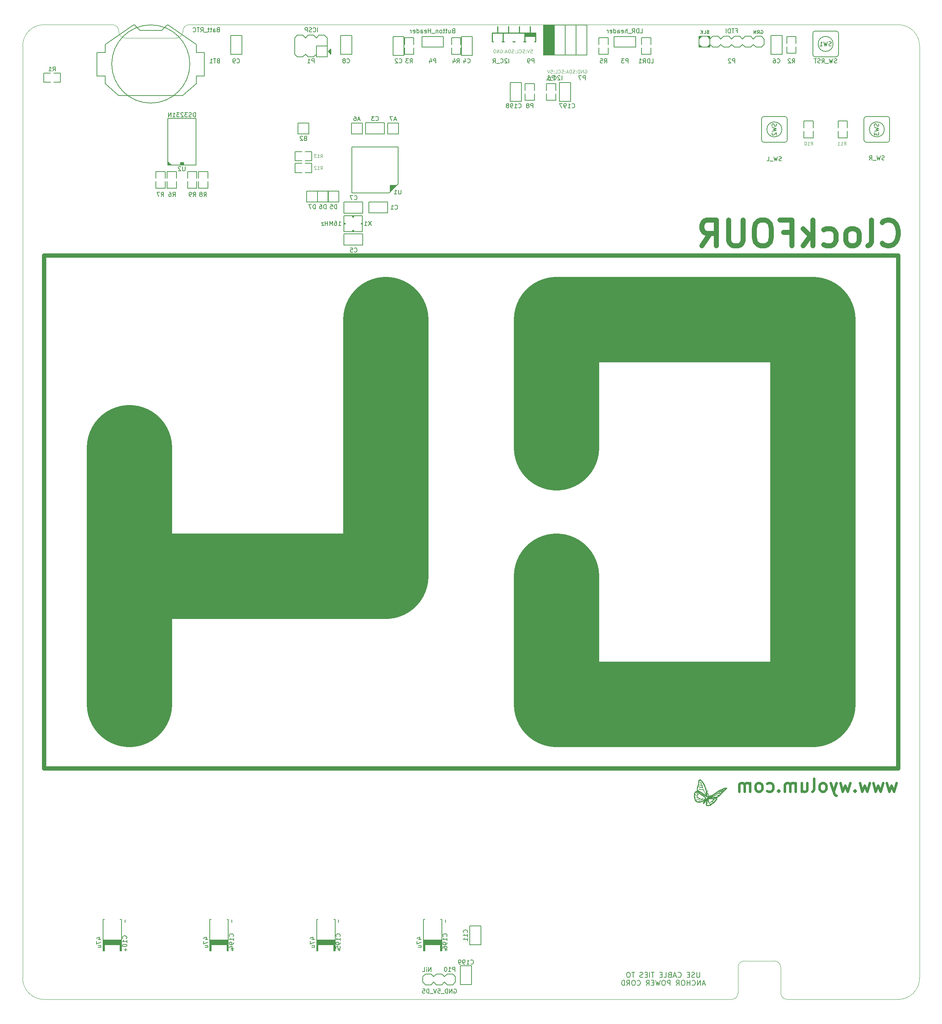
<source format=gbr>
%FSLAX46Y46*%
G04 Gerber Fmt 4.6, Leading zero omitted, Abs format (unit mm)*
G04 Created by KiCad (PCBNEW (2014-09-25 BZR 5147)-product) date Monday 13 October 2014 06:08:43 PM IST*
%MOMM*%
G01*
G04 APERTURE LIST*
%ADD10C,0.150000*%
%ADD11C,0.100000*%
%ADD12C,1.200000*%
%ADD13C,1.000000*%
%ADD14C,20.000000*%
%ADD15C,0.600000*%
%ADD16C,0.200000*%
%ADD17C,0.152400*%
%ADD18C,0.127000*%
%ADD19C,0.002540*%
%ADD20C,0.254000*%
%ADD21C,0.101600*%
G04 APERTURE END LIST*
D10*
X155004762Y-266600000D02*
X155100000Y-266552381D01*
X155242857Y-266552381D01*
X155385715Y-266600000D01*
X155480953Y-266695238D01*
X155528572Y-266790476D01*
X155576191Y-266980952D01*
X155576191Y-267123810D01*
X155528572Y-267314286D01*
X155480953Y-267409524D01*
X155385715Y-267504762D01*
X155242857Y-267552381D01*
X155147619Y-267552381D01*
X155004762Y-267504762D01*
X154957143Y-267457143D01*
X154957143Y-267123810D01*
X155147619Y-267123810D01*
X154528572Y-267552381D02*
X154528572Y-266552381D01*
X153957143Y-267552381D01*
X153957143Y-266552381D01*
X153480953Y-267552381D02*
X153480953Y-266552381D01*
X153242858Y-266552381D01*
X153100000Y-266600000D01*
X153004762Y-266695238D01*
X152957143Y-266790476D01*
X152909524Y-266980952D01*
X152909524Y-267123810D01*
X152957143Y-267314286D01*
X153004762Y-267409524D01*
X153100000Y-267504762D01*
X153242858Y-267552381D01*
X153480953Y-267552381D01*
X152719048Y-267647619D02*
X151957143Y-267647619D01*
X151242857Y-266552381D02*
X151719048Y-266552381D01*
X151766667Y-267028571D01*
X151719048Y-266980952D01*
X151623810Y-266933333D01*
X151385714Y-266933333D01*
X151290476Y-266980952D01*
X151242857Y-267028571D01*
X151195238Y-267123810D01*
X151195238Y-267361905D01*
X151242857Y-267457143D01*
X151290476Y-267504762D01*
X151385714Y-267552381D01*
X151623810Y-267552381D01*
X151719048Y-267504762D01*
X151766667Y-267457143D01*
X150909524Y-266552381D02*
X150576191Y-267552381D01*
X150242857Y-266552381D01*
X150147619Y-267647619D02*
X149385714Y-267647619D01*
X149147619Y-267552381D02*
X149147619Y-266552381D01*
X148909524Y-266552381D01*
X148766666Y-266600000D01*
X148671428Y-266695238D01*
X148623809Y-266790476D01*
X148576190Y-266980952D01*
X148576190Y-267123810D01*
X148623809Y-267314286D01*
X148671428Y-267409524D01*
X148766666Y-267504762D01*
X148909524Y-267552381D01*
X149147619Y-267552381D01*
X147671428Y-266552381D02*
X148147619Y-266552381D01*
X148195238Y-267028571D01*
X148147619Y-266980952D01*
X148052381Y-266933333D01*
X147814285Y-266933333D01*
X147719047Y-266980952D01*
X147671428Y-267028571D01*
X147623809Y-267123810D01*
X147623809Y-267361905D01*
X147671428Y-267457143D01*
X147719047Y-267504762D01*
X147814285Y-267552381D01*
X148052381Y-267552381D01*
X148147619Y-267504762D01*
X148195238Y-267457143D01*
D11*
X220000000Y-269000000D02*
X59000000Y-269000000D01*
X233000000Y-269000000D02*
X259000000Y-269000000D01*
X231500000Y-261500000D02*
X231500000Y-267500000D01*
X221500000Y-267500000D02*
X221500000Y-261500000D01*
X231500000Y-267500000D02*
G75*
G03X233000000Y-269000000I1500000J0D01*
G74*
G01*
X220000000Y-269000000D02*
G75*
G03X221500000Y-267500000I0J1500000D01*
G74*
G01*
X231500000Y-261500000D02*
G75*
G03X230000000Y-260000000I-1500000J0D01*
G74*
G01*
X223000000Y-260000000D02*
G75*
G03X221500000Y-261500000I0J-1500000D01*
G74*
G01*
X185633332Y-51600000D02*
X185709523Y-51561905D01*
X185823808Y-51561905D01*
X185938094Y-51600000D01*
X186014285Y-51676190D01*
X186052380Y-51752381D01*
X186090475Y-51904762D01*
X186090475Y-52019048D01*
X186052380Y-52171429D01*
X186014285Y-52247619D01*
X185938094Y-52323810D01*
X185823808Y-52361905D01*
X185747618Y-52361905D01*
X185633332Y-52323810D01*
X185595237Y-52285714D01*
X185595237Y-52019048D01*
X185747618Y-52019048D01*
X185252380Y-52361905D02*
X185252380Y-51561905D01*
X184795237Y-52361905D01*
X184795237Y-51561905D01*
X184414285Y-52361905D02*
X184414285Y-51561905D01*
X184223809Y-51561905D01*
X184109523Y-51600000D01*
X184033332Y-51676190D01*
X183995237Y-51752381D01*
X183957142Y-51904762D01*
X183957142Y-52019048D01*
X183995237Y-52171429D01*
X184033332Y-52247619D01*
X184109523Y-52323810D01*
X184223809Y-52361905D01*
X184414285Y-52361905D01*
X183614285Y-52285714D02*
X183576190Y-52323810D01*
X183614285Y-52361905D01*
X183652380Y-52323810D01*
X183614285Y-52285714D01*
X183614285Y-52361905D01*
X183614285Y-51866667D02*
X183576190Y-51904762D01*
X183614285Y-51942857D01*
X183652380Y-51904762D01*
X183614285Y-51866667D01*
X183614285Y-51942857D01*
X183271428Y-52323810D02*
X183157142Y-52361905D01*
X182966666Y-52361905D01*
X182890476Y-52323810D01*
X182852380Y-52285714D01*
X182814285Y-52209524D01*
X182814285Y-52133333D01*
X182852380Y-52057143D01*
X182890476Y-52019048D01*
X182966666Y-51980952D01*
X183119047Y-51942857D01*
X183195238Y-51904762D01*
X183233333Y-51866667D01*
X183271428Y-51790476D01*
X183271428Y-51714286D01*
X183233333Y-51638095D01*
X183195238Y-51600000D01*
X183119047Y-51561905D01*
X182928571Y-51561905D01*
X182814285Y-51600000D01*
X182471428Y-52361905D02*
X182471428Y-51561905D01*
X182280952Y-51561905D01*
X182166666Y-51600000D01*
X182090475Y-51676190D01*
X182052380Y-51752381D01*
X182014285Y-51904762D01*
X182014285Y-52019048D01*
X182052380Y-52171429D01*
X182090475Y-52247619D01*
X182166666Y-52323810D01*
X182280952Y-52361905D01*
X182471428Y-52361905D01*
X181709523Y-52133333D02*
X181328571Y-52133333D01*
X181785714Y-52361905D02*
X181519047Y-51561905D01*
X181252380Y-52361905D01*
X180985714Y-52285714D02*
X180947619Y-52323810D01*
X180985714Y-52361905D01*
X181023809Y-52323810D01*
X180985714Y-52285714D01*
X180985714Y-52361905D01*
X180985714Y-51866667D02*
X180947619Y-51904762D01*
X180985714Y-51942857D01*
X181023809Y-51904762D01*
X180985714Y-51866667D01*
X180985714Y-51942857D01*
X180642857Y-52323810D02*
X180528571Y-52361905D01*
X180338095Y-52361905D01*
X180261905Y-52323810D01*
X180223809Y-52285714D01*
X180185714Y-52209524D01*
X180185714Y-52133333D01*
X180223809Y-52057143D01*
X180261905Y-52019048D01*
X180338095Y-51980952D01*
X180490476Y-51942857D01*
X180566667Y-51904762D01*
X180604762Y-51866667D01*
X180642857Y-51790476D01*
X180642857Y-51714286D01*
X180604762Y-51638095D01*
X180566667Y-51600000D01*
X180490476Y-51561905D01*
X180300000Y-51561905D01*
X180185714Y-51600000D01*
X179385714Y-52285714D02*
X179423809Y-52323810D01*
X179538095Y-52361905D01*
X179614285Y-52361905D01*
X179728571Y-52323810D01*
X179804762Y-52247619D01*
X179842857Y-52171429D01*
X179880952Y-52019048D01*
X179880952Y-51904762D01*
X179842857Y-51752381D01*
X179804762Y-51676190D01*
X179728571Y-51600000D01*
X179614285Y-51561905D01*
X179538095Y-51561905D01*
X179423809Y-51600000D01*
X179385714Y-51638095D01*
X178661904Y-52361905D02*
X179042857Y-52361905D01*
X179042857Y-51561905D01*
X178395238Y-52285714D02*
X178357143Y-52323810D01*
X178395238Y-52361905D01*
X178433333Y-52323810D01*
X178395238Y-52285714D01*
X178395238Y-52361905D01*
X178395238Y-51866667D02*
X178357143Y-51904762D01*
X178395238Y-51942857D01*
X178433333Y-51904762D01*
X178395238Y-51866667D01*
X178395238Y-51942857D01*
X177633333Y-51561905D02*
X178014286Y-51561905D01*
X178052381Y-51942857D01*
X178014286Y-51904762D01*
X177938095Y-51866667D01*
X177747619Y-51866667D01*
X177671429Y-51904762D01*
X177633333Y-51942857D01*
X177595238Y-52019048D01*
X177595238Y-52209524D01*
X177633333Y-52285714D01*
X177671429Y-52323810D01*
X177747619Y-52361905D01*
X177938095Y-52361905D01*
X178014286Y-52323810D01*
X178052381Y-52285714D01*
X177366667Y-51561905D02*
X177100000Y-52361905D01*
X176833333Y-51561905D01*
X172921427Y-46811905D02*
X173302380Y-46811905D01*
X173340475Y-47192857D01*
X173302380Y-47154762D01*
X173226189Y-47116667D01*
X173035713Y-47116667D01*
X172959523Y-47154762D01*
X172921427Y-47192857D01*
X172883332Y-47269048D01*
X172883332Y-47459524D01*
X172921427Y-47535714D01*
X172959523Y-47573810D01*
X173035713Y-47611905D01*
X173226189Y-47611905D01*
X173302380Y-47573810D01*
X173340475Y-47535714D01*
X172654761Y-46811905D02*
X172388094Y-47611905D01*
X172121427Y-46811905D01*
X171854761Y-47535714D02*
X171816666Y-47573810D01*
X171854761Y-47611905D01*
X171892856Y-47573810D01*
X171854761Y-47535714D01*
X171854761Y-47611905D01*
X171854761Y-47116667D02*
X171816666Y-47154762D01*
X171854761Y-47192857D01*
X171892856Y-47154762D01*
X171854761Y-47116667D01*
X171854761Y-47192857D01*
X171511904Y-47573810D02*
X171397618Y-47611905D01*
X171207142Y-47611905D01*
X171130952Y-47573810D01*
X171092856Y-47535714D01*
X171054761Y-47459524D01*
X171054761Y-47383333D01*
X171092856Y-47307143D01*
X171130952Y-47269048D01*
X171207142Y-47230952D01*
X171359523Y-47192857D01*
X171435714Y-47154762D01*
X171473809Y-47116667D01*
X171511904Y-47040476D01*
X171511904Y-46964286D01*
X171473809Y-46888095D01*
X171435714Y-46850000D01*
X171359523Y-46811905D01*
X171169047Y-46811905D01*
X171054761Y-46850000D01*
X170254761Y-47535714D02*
X170292856Y-47573810D01*
X170407142Y-47611905D01*
X170483332Y-47611905D01*
X170597618Y-47573810D01*
X170673809Y-47497619D01*
X170711904Y-47421429D01*
X170749999Y-47269048D01*
X170749999Y-47154762D01*
X170711904Y-47002381D01*
X170673809Y-46926190D01*
X170597618Y-46850000D01*
X170483332Y-46811905D01*
X170407142Y-46811905D01*
X170292856Y-46850000D01*
X170254761Y-46888095D01*
X169530951Y-47611905D02*
X169911904Y-47611905D01*
X169911904Y-46811905D01*
X169264285Y-47535714D02*
X169226190Y-47573810D01*
X169264285Y-47611905D01*
X169302380Y-47573810D01*
X169264285Y-47535714D01*
X169264285Y-47611905D01*
X169264285Y-47116667D02*
X169226190Y-47154762D01*
X169264285Y-47192857D01*
X169302380Y-47154762D01*
X169264285Y-47116667D01*
X169264285Y-47192857D01*
X168921428Y-47573810D02*
X168807142Y-47611905D01*
X168616666Y-47611905D01*
X168540476Y-47573810D01*
X168502380Y-47535714D01*
X168464285Y-47459524D01*
X168464285Y-47383333D01*
X168502380Y-47307143D01*
X168540476Y-47269048D01*
X168616666Y-47230952D01*
X168769047Y-47192857D01*
X168845238Y-47154762D01*
X168883333Y-47116667D01*
X168921428Y-47040476D01*
X168921428Y-46964286D01*
X168883333Y-46888095D01*
X168845238Y-46850000D01*
X168769047Y-46811905D01*
X168578571Y-46811905D01*
X168464285Y-46850000D01*
X168121428Y-47611905D02*
X168121428Y-46811905D01*
X167930952Y-46811905D01*
X167816666Y-46850000D01*
X167740475Y-46926190D01*
X167702380Y-47002381D01*
X167664285Y-47154762D01*
X167664285Y-47269048D01*
X167702380Y-47421429D01*
X167740475Y-47497619D01*
X167816666Y-47573810D01*
X167930952Y-47611905D01*
X168121428Y-47611905D01*
X167359523Y-47383333D02*
X166978571Y-47383333D01*
X167435714Y-47611905D02*
X167169047Y-46811905D01*
X166902380Y-47611905D01*
X166635714Y-47535714D02*
X166597619Y-47573810D01*
X166635714Y-47611905D01*
X166673809Y-47573810D01*
X166635714Y-47535714D01*
X166635714Y-47611905D01*
X166635714Y-47116667D02*
X166597619Y-47154762D01*
X166635714Y-47192857D01*
X166673809Y-47154762D01*
X166635714Y-47116667D01*
X166635714Y-47192857D01*
X165835714Y-46850000D02*
X165911905Y-46811905D01*
X166026190Y-46811905D01*
X166140476Y-46850000D01*
X166216667Y-46926190D01*
X166254762Y-47002381D01*
X166292857Y-47154762D01*
X166292857Y-47269048D01*
X166254762Y-47421429D01*
X166216667Y-47497619D01*
X166140476Y-47573810D01*
X166026190Y-47611905D01*
X165950000Y-47611905D01*
X165835714Y-47573810D01*
X165797619Y-47535714D01*
X165797619Y-47269048D01*
X165950000Y-47269048D01*
X165454762Y-47611905D02*
X165454762Y-46811905D01*
X164997619Y-47611905D01*
X164997619Y-46811905D01*
X164616667Y-47611905D02*
X164616667Y-46811905D01*
X164426191Y-46811905D01*
X164311905Y-46850000D01*
X164235714Y-46926190D01*
X164197619Y-47002381D01*
X164159524Y-47154762D01*
X164159524Y-47269048D01*
X164197619Y-47421429D01*
X164235714Y-47497619D01*
X164311905Y-47573810D01*
X164426191Y-47611905D01*
X164616667Y-47611905D01*
D12*
X255285713Y-92142857D02*
X255571427Y-92428571D01*
X256428570Y-92714286D01*
X256999999Y-92714286D01*
X257857142Y-92428571D01*
X258428570Y-91857143D01*
X258714285Y-91285714D01*
X258999999Y-90142857D01*
X258999999Y-89285714D01*
X258714285Y-88142857D01*
X258428570Y-87571429D01*
X257857142Y-87000000D01*
X256999999Y-86714286D01*
X256428570Y-86714286D01*
X255571427Y-87000000D01*
X255285713Y-87285714D01*
X251857142Y-92714286D02*
X252428570Y-92428571D01*
X252714285Y-91857143D01*
X252714285Y-86714286D01*
X248714285Y-92714286D02*
X249285713Y-92428571D01*
X249571428Y-92142857D01*
X249857142Y-91571429D01*
X249857142Y-89857143D01*
X249571428Y-89285714D01*
X249285713Y-89000000D01*
X248714285Y-88714286D01*
X247857142Y-88714286D01*
X247285713Y-89000000D01*
X246999999Y-89285714D01*
X246714285Y-89857143D01*
X246714285Y-91571429D01*
X246999999Y-92142857D01*
X247285713Y-92428571D01*
X247857142Y-92714286D01*
X248714285Y-92714286D01*
X241571428Y-92428571D02*
X242142857Y-92714286D01*
X243285714Y-92714286D01*
X243857142Y-92428571D01*
X244142857Y-92142857D01*
X244428571Y-91571429D01*
X244428571Y-89857143D01*
X244142857Y-89285714D01*
X243857142Y-89000000D01*
X243285714Y-88714286D01*
X242142857Y-88714286D01*
X241571428Y-89000000D01*
X239000000Y-92714286D02*
X239000000Y-86714286D01*
X238428571Y-90428571D02*
X236714285Y-92714286D01*
X236714285Y-88714286D02*
X239000000Y-91000000D01*
X232142857Y-89571429D02*
X234142857Y-89571429D01*
X234142857Y-92714286D02*
X234142857Y-86714286D01*
X231285714Y-86714286D01*
X227857142Y-86714286D02*
X226714285Y-86714286D01*
X226142857Y-87000000D01*
X225571428Y-87571429D01*
X225285714Y-88714286D01*
X225285714Y-90714286D01*
X225571428Y-91857143D01*
X226142857Y-92428571D01*
X226714285Y-92714286D01*
X227857142Y-92714286D01*
X228428571Y-92428571D01*
X229000000Y-91857143D01*
X229285714Y-90714286D01*
X229285714Y-88714286D01*
X229000000Y-87571429D01*
X228428571Y-87000000D01*
X227857142Y-86714286D01*
X222714286Y-86714286D02*
X222714286Y-91571429D01*
X222428571Y-92142857D01*
X222142857Y-92428571D01*
X221571428Y-92714286D01*
X220428571Y-92714286D01*
X219857143Y-92428571D01*
X219571428Y-92142857D01*
X219285714Y-91571429D01*
X219285714Y-86714286D01*
X213000000Y-92714286D02*
X215000000Y-89857143D01*
X216428572Y-92714286D02*
X216428572Y-86714286D01*
X214142857Y-86714286D01*
X213571429Y-87000000D01*
X213285714Y-87285714D01*
X213000000Y-87857143D01*
X213000000Y-88714286D01*
X213285714Y-89285714D01*
X213571429Y-89571429D01*
X214142857Y-89857143D01*
X216428572Y-89857143D01*
D13*
X59000000Y-215000000D02*
X59000000Y-95000000D01*
X259000000Y-215000000D02*
X59000000Y-215000000D01*
X259000000Y-95000000D02*
X259000000Y-215000000D01*
X59000000Y-95000000D02*
X259000000Y-95000000D01*
D14*
X79000000Y-170000000D02*
X79000000Y-140000000D01*
X79000000Y-170000000D02*
X139000000Y-170000000D01*
X139000000Y-110000000D02*
X139000000Y-170000000D01*
X79000000Y-200000000D02*
X79000000Y-170000000D01*
X179000000Y-200000000D02*
X179000000Y-170000000D01*
X239000000Y-200000000D02*
X179000000Y-200000000D01*
X239000000Y-110000000D02*
X239000000Y-200000000D01*
X179000000Y-110000000D02*
X239000000Y-110000000D01*
X179000000Y-140000000D02*
X179000000Y-110000000D01*
D15*
X258571429Y-218357143D02*
X258000000Y-220357143D01*
X257428571Y-218928571D01*
X256857143Y-220357143D01*
X256285714Y-218357143D01*
X255428572Y-218357143D02*
X254857143Y-220357143D01*
X254285714Y-218928571D01*
X253714286Y-220357143D01*
X253142857Y-218357143D01*
X252285715Y-218357143D02*
X251714286Y-220357143D01*
X251142857Y-218928571D01*
X250571429Y-220357143D01*
X250000000Y-218357143D01*
X248857143Y-220071429D02*
X248714286Y-220214286D01*
X248857143Y-220357143D01*
X249000000Y-220214286D01*
X248857143Y-220071429D01*
X248857143Y-220357143D01*
X247714287Y-218357143D02*
X247142858Y-220357143D01*
X246571429Y-218928571D01*
X246000001Y-220357143D01*
X245428572Y-218357143D01*
X244571430Y-218357143D02*
X243857144Y-220357143D01*
X243142858Y-218357143D02*
X243857144Y-220357143D01*
X244142858Y-221071429D01*
X244285715Y-221214286D01*
X244571430Y-221357143D01*
X241571430Y-220357143D02*
X241857144Y-220214286D01*
X242000001Y-220071429D01*
X242142858Y-219785714D01*
X242142858Y-218928571D01*
X242000001Y-218642857D01*
X241857144Y-218500000D01*
X241571430Y-218357143D01*
X241142858Y-218357143D01*
X240857144Y-218500000D01*
X240714287Y-218642857D01*
X240571430Y-218928571D01*
X240571430Y-219785714D01*
X240714287Y-220071429D01*
X240857144Y-220214286D01*
X241142858Y-220357143D01*
X241571430Y-220357143D01*
X238857144Y-220357143D02*
X239142858Y-220214286D01*
X239285715Y-219928571D01*
X239285715Y-217357143D01*
X236428572Y-218357143D02*
X236428572Y-220357143D01*
X237714286Y-218357143D02*
X237714286Y-219928571D01*
X237571429Y-220214286D01*
X237285715Y-220357143D01*
X236857143Y-220357143D01*
X236571429Y-220214286D01*
X236428572Y-220071429D01*
X235000000Y-220357143D02*
X235000000Y-218357143D01*
X235000000Y-218642857D02*
X234857143Y-218500000D01*
X234571429Y-218357143D01*
X234142857Y-218357143D01*
X233857143Y-218500000D01*
X233714286Y-218785714D01*
X233714286Y-220357143D01*
X233714286Y-218785714D02*
X233571429Y-218500000D01*
X233285715Y-218357143D01*
X232857143Y-218357143D01*
X232571429Y-218500000D01*
X232428572Y-218785714D01*
X232428572Y-220357143D01*
X231000000Y-220071429D02*
X230857143Y-220214286D01*
X231000000Y-220357143D01*
X231142857Y-220214286D01*
X231000000Y-220071429D01*
X231000000Y-220357143D01*
X228285715Y-220214286D02*
X228571429Y-220357143D01*
X229142858Y-220357143D01*
X229428572Y-220214286D01*
X229571429Y-220071429D01*
X229714286Y-219785714D01*
X229714286Y-218928571D01*
X229571429Y-218642857D01*
X229428572Y-218500000D01*
X229142858Y-218357143D01*
X228571429Y-218357143D01*
X228285715Y-218500000D01*
X226571429Y-220357143D02*
X226857143Y-220214286D01*
X227000000Y-220071429D01*
X227142857Y-219785714D01*
X227142857Y-218928571D01*
X227000000Y-218642857D01*
X226857143Y-218500000D01*
X226571429Y-218357143D01*
X226142857Y-218357143D01*
X225857143Y-218500000D01*
X225714286Y-218642857D01*
X225571429Y-218928571D01*
X225571429Y-219785714D01*
X225714286Y-220071429D01*
X225857143Y-220214286D01*
X226142857Y-220357143D01*
X226571429Y-220357143D01*
X224285714Y-220357143D02*
X224285714Y-218357143D01*
X224285714Y-218642857D02*
X224142857Y-218500000D01*
X223857143Y-218357143D01*
X223428571Y-218357143D01*
X223142857Y-218500000D01*
X223000000Y-218785714D01*
X223000000Y-220357143D01*
X223000000Y-218785714D02*
X222857143Y-218500000D01*
X222571429Y-218357143D01*
X222142857Y-218357143D01*
X221857143Y-218500000D01*
X221714286Y-218785714D01*
X221714286Y-220357143D01*
D11*
X264000000Y-46000000D02*
X264000000Y-264000000D01*
X93000000Y-41000000D02*
X259000000Y-41000000D01*
X75000000Y-41000000D02*
X59000000Y-41000000D01*
X76500000Y-42500000D02*
X76500000Y-42600000D01*
X76500000Y-42500000D02*
G75*
G03X75000000Y-41000000I-1500000J0D01*
G74*
G01*
X91500000Y-42500000D02*
X91500000Y-42600000D01*
X93000000Y-41000000D02*
G75*
G03X91500000Y-42500000I0J-1500000D01*
G74*
G01*
X90000000Y-44100000D02*
G75*
G03X91500000Y-42600000I0J1500000D01*
G74*
G01*
X76500000Y-42600000D02*
G75*
G03X78000000Y-44100000I1500000J0D01*
G74*
G01*
X84000000Y-44100000D02*
X90000000Y-44100000D01*
X84000000Y-44100000D02*
X78000000Y-44100000D01*
X54000000Y-264000000D02*
X54000000Y-46000000D01*
X259000000Y-269000000D02*
G75*
G03X264000000Y-264000000I0J5000000D01*
G74*
G01*
X264000000Y-46000000D02*
G75*
G03X259000000Y-41000000I-5000000J0D01*
G74*
G01*
X59000000Y-41000000D02*
G75*
G03X54000000Y-46000000I0J-5000000D01*
G74*
G01*
X54000000Y-264000000D02*
G75*
G03X59000000Y-269000000I5000000J0D01*
G74*
G01*
X230000000Y-260000000D02*
X223000000Y-260000000D01*
D16*
X212514286Y-262652857D02*
X212514286Y-263624286D01*
X212457143Y-263738571D01*
X212400000Y-263795714D01*
X212285714Y-263852857D01*
X212057143Y-263852857D01*
X211942857Y-263795714D01*
X211885714Y-263738571D01*
X211828571Y-263624286D01*
X211828571Y-262652857D01*
X211314286Y-263795714D02*
X211142857Y-263852857D01*
X210857143Y-263852857D01*
X210742857Y-263795714D01*
X210685714Y-263738571D01*
X210628571Y-263624286D01*
X210628571Y-263510000D01*
X210685714Y-263395714D01*
X210742857Y-263338571D01*
X210857143Y-263281429D01*
X211085714Y-263224286D01*
X211200000Y-263167143D01*
X211257143Y-263110000D01*
X211314286Y-262995714D01*
X211314286Y-262881429D01*
X211257143Y-262767143D01*
X211200000Y-262710000D01*
X211085714Y-262652857D01*
X210800000Y-262652857D01*
X210628571Y-262710000D01*
X210114286Y-263224286D02*
X209714286Y-263224286D01*
X209542857Y-263852857D02*
X210114286Y-263852857D01*
X210114286Y-262652857D01*
X209542857Y-262652857D01*
X207428571Y-263738571D02*
X207485714Y-263795714D01*
X207657143Y-263852857D01*
X207771429Y-263852857D01*
X207942857Y-263795714D01*
X208057143Y-263681429D01*
X208114286Y-263567143D01*
X208171429Y-263338571D01*
X208171429Y-263167143D01*
X208114286Y-262938571D01*
X208057143Y-262824286D01*
X207942857Y-262710000D01*
X207771429Y-262652857D01*
X207657143Y-262652857D01*
X207485714Y-262710000D01*
X207428571Y-262767143D01*
X206971429Y-263510000D02*
X206400000Y-263510000D01*
X207085714Y-263852857D02*
X206685714Y-262652857D01*
X206285714Y-263852857D01*
X205485715Y-263224286D02*
X205314286Y-263281429D01*
X205257143Y-263338571D01*
X205200000Y-263452857D01*
X205200000Y-263624286D01*
X205257143Y-263738571D01*
X205314286Y-263795714D01*
X205428572Y-263852857D01*
X205885715Y-263852857D01*
X205885715Y-262652857D01*
X205485715Y-262652857D01*
X205371429Y-262710000D01*
X205314286Y-262767143D01*
X205257143Y-262881429D01*
X205257143Y-262995714D01*
X205314286Y-263110000D01*
X205371429Y-263167143D01*
X205485715Y-263224286D01*
X205885715Y-263224286D01*
X204114286Y-263852857D02*
X204685715Y-263852857D01*
X204685715Y-262652857D01*
X203714286Y-263224286D02*
X203314286Y-263224286D01*
X203142857Y-263852857D02*
X203714286Y-263852857D01*
X203714286Y-262652857D01*
X203142857Y-262652857D01*
X201885714Y-262652857D02*
X201200000Y-262652857D01*
X201542857Y-263852857D02*
X201542857Y-262652857D01*
X200800000Y-263852857D02*
X200800000Y-262652857D01*
X200228571Y-263224286D02*
X199828571Y-263224286D01*
X199657142Y-263852857D02*
X200228571Y-263852857D01*
X200228571Y-262652857D01*
X199657142Y-262652857D01*
X199200000Y-263795714D02*
X199028571Y-263852857D01*
X198742857Y-263852857D01*
X198628571Y-263795714D01*
X198571428Y-263738571D01*
X198514285Y-263624286D01*
X198514285Y-263510000D01*
X198571428Y-263395714D01*
X198628571Y-263338571D01*
X198742857Y-263281429D01*
X198971428Y-263224286D01*
X199085714Y-263167143D01*
X199142857Y-263110000D01*
X199200000Y-262995714D01*
X199200000Y-262881429D01*
X199142857Y-262767143D01*
X199085714Y-262710000D01*
X198971428Y-262652857D01*
X198685714Y-262652857D01*
X198514285Y-262710000D01*
X197257142Y-262652857D02*
X196571428Y-262652857D01*
X196914285Y-263852857D02*
X196914285Y-262652857D01*
X195942856Y-262652857D02*
X195714285Y-262652857D01*
X195599999Y-262710000D01*
X195485713Y-262824286D01*
X195428571Y-263052857D01*
X195428571Y-263452857D01*
X195485713Y-263681429D01*
X195599999Y-263795714D01*
X195714285Y-263852857D01*
X195942856Y-263852857D01*
X196057142Y-263795714D01*
X196171428Y-263681429D01*
X196228571Y-263452857D01*
X196228571Y-263052857D01*
X196171428Y-262824286D01*
X196057142Y-262710000D01*
X195942856Y-262652857D01*
X213771429Y-265390000D02*
X213200000Y-265390000D01*
X213885714Y-265732857D02*
X213485714Y-264532857D01*
X213085714Y-265732857D01*
X212685715Y-265732857D02*
X212685715Y-264532857D01*
X212000000Y-265732857D01*
X212000000Y-264532857D01*
X210742857Y-265618571D02*
X210800000Y-265675714D01*
X210971429Y-265732857D01*
X211085715Y-265732857D01*
X211257143Y-265675714D01*
X211371429Y-265561429D01*
X211428572Y-265447143D01*
X211485715Y-265218571D01*
X211485715Y-265047143D01*
X211428572Y-264818571D01*
X211371429Y-264704286D01*
X211257143Y-264590000D01*
X211085715Y-264532857D01*
X210971429Y-264532857D01*
X210800000Y-264590000D01*
X210742857Y-264647143D01*
X210228572Y-265732857D02*
X210228572Y-264532857D01*
X210228572Y-265104286D02*
X209542857Y-265104286D01*
X209542857Y-265732857D02*
X209542857Y-264532857D01*
X208742857Y-264532857D02*
X208514286Y-264532857D01*
X208400000Y-264590000D01*
X208285714Y-264704286D01*
X208228572Y-264932857D01*
X208228572Y-265332857D01*
X208285714Y-265561429D01*
X208400000Y-265675714D01*
X208514286Y-265732857D01*
X208742857Y-265732857D01*
X208857143Y-265675714D01*
X208971429Y-265561429D01*
X209028572Y-265332857D01*
X209028572Y-264932857D01*
X208971429Y-264704286D01*
X208857143Y-264590000D01*
X208742857Y-264532857D01*
X207028571Y-265732857D02*
X207428571Y-265161429D01*
X207714286Y-265732857D02*
X207714286Y-264532857D01*
X207257143Y-264532857D01*
X207142857Y-264590000D01*
X207085714Y-264647143D01*
X207028571Y-264761429D01*
X207028571Y-264932857D01*
X207085714Y-265047143D01*
X207142857Y-265104286D01*
X207257143Y-265161429D01*
X207714286Y-265161429D01*
X205600000Y-265732857D02*
X205600000Y-264532857D01*
X205142857Y-264532857D01*
X205028571Y-264590000D01*
X204971428Y-264647143D01*
X204914285Y-264761429D01*
X204914285Y-264932857D01*
X204971428Y-265047143D01*
X205028571Y-265104286D01*
X205142857Y-265161429D01*
X205600000Y-265161429D01*
X204171428Y-264532857D02*
X203942857Y-264532857D01*
X203828571Y-264590000D01*
X203714285Y-264704286D01*
X203657143Y-264932857D01*
X203657143Y-265332857D01*
X203714285Y-265561429D01*
X203828571Y-265675714D01*
X203942857Y-265732857D01*
X204171428Y-265732857D01*
X204285714Y-265675714D01*
X204400000Y-265561429D01*
X204457143Y-265332857D01*
X204457143Y-264932857D01*
X204400000Y-264704286D01*
X204285714Y-264590000D01*
X204171428Y-264532857D01*
X203257142Y-264532857D02*
X202971428Y-265732857D01*
X202742857Y-264875714D01*
X202514285Y-265732857D01*
X202228571Y-264532857D01*
X201771428Y-265104286D02*
X201371428Y-265104286D01*
X201199999Y-265732857D02*
X201771428Y-265732857D01*
X201771428Y-264532857D01*
X201199999Y-264532857D01*
X199999999Y-265732857D02*
X200399999Y-265161429D01*
X200685714Y-265732857D02*
X200685714Y-264532857D01*
X200228571Y-264532857D01*
X200114285Y-264590000D01*
X200057142Y-264647143D01*
X199999999Y-264761429D01*
X199999999Y-264932857D01*
X200057142Y-265047143D01*
X200114285Y-265104286D01*
X200228571Y-265161429D01*
X200685714Y-265161429D01*
X197885713Y-265618571D02*
X197942856Y-265675714D01*
X198114285Y-265732857D01*
X198228571Y-265732857D01*
X198399999Y-265675714D01*
X198514285Y-265561429D01*
X198571428Y-265447143D01*
X198628571Y-265218571D01*
X198628571Y-265047143D01*
X198571428Y-264818571D01*
X198514285Y-264704286D01*
X198399999Y-264590000D01*
X198228571Y-264532857D01*
X198114285Y-264532857D01*
X197942856Y-264590000D01*
X197885713Y-264647143D01*
X197142856Y-264532857D02*
X196914285Y-264532857D01*
X196799999Y-264590000D01*
X196685713Y-264704286D01*
X196628571Y-264932857D01*
X196628571Y-265332857D01*
X196685713Y-265561429D01*
X196799999Y-265675714D01*
X196914285Y-265732857D01*
X197142856Y-265732857D01*
X197257142Y-265675714D01*
X197371428Y-265561429D01*
X197428571Y-265332857D01*
X197428571Y-264932857D01*
X197371428Y-264704286D01*
X197257142Y-264590000D01*
X197142856Y-264532857D01*
X195428570Y-265732857D02*
X195828570Y-265161429D01*
X196114285Y-265732857D02*
X196114285Y-264532857D01*
X195657142Y-264532857D01*
X195542856Y-264590000D01*
X195485713Y-264647143D01*
X195428570Y-264761429D01*
X195428570Y-264932857D01*
X195485713Y-265047143D01*
X195542856Y-265104286D01*
X195657142Y-265161429D01*
X196114285Y-265161429D01*
X194914285Y-265732857D02*
X194914285Y-264532857D01*
X194628570Y-264532857D01*
X194457142Y-264590000D01*
X194342856Y-264704286D01*
X194285713Y-264818571D01*
X194228570Y-265047143D01*
X194228570Y-265218571D01*
X194285713Y-265447143D01*
X194342856Y-265561429D01*
X194457142Y-265675714D01*
X194628570Y-265732857D01*
X194914285Y-265732857D01*
D17*
X61281000Y-52320500D02*
X62868500Y-52320500D01*
X62868500Y-52320500D02*
X62868500Y-54479500D01*
X62868500Y-54479500D02*
X61281000Y-54479500D01*
X60519000Y-54479500D02*
X58995000Y-54479500D01*
X58995000Y-54479500D02*
X58931500Y-54479500D01*
X58931500Y-54479500D02*
X58931500Y-52320500D01*
X58931500Y-52320500D02*
X60519000Y-52320500D01*
X123070000Y-79930000D02*
X120530000Y-79930000D01*
X120530000Y-82470000D02*
X123070000Y-82470000D01*
X120530000Y-79930000D02*
X120530000Y-82470000D01*
X123070000Y-82470000D02*
X123070000Y-79930000D01*
X125570000Y-79930000D02*
X123030000Y-79930000D01*
X123030000Y-82470000D02*
X125570000Y-82470000D01*
X123030000Y-79930000D02*
X123030000Y-82470000D01*
X125570000Y-82470000D02*
X125570000Y-79930000D01*
X128070000Y-79930000D02*
X125530000Y-79930000D01*
X125530000Y-82470000D02*
X128070000Y-82470000D01*
X125530000Y-79930000D02*
X125530000Y-82470000D01*
X128070000Y-82470000D02*
X128070000Y-79930000D01*
X142020000Y-63980000D02*
X139480000Y-63980000D01*
X139480000Y-66520000D02*
X142020000Y-66520000D01*
X139480000Y-63980000D02*
X139480000Y-66520000D01*
X142020000Y-66520000D02*
X142020000Y-63980000D01*
X133520000Y-63980000D02*
X130980000Y-63980000D01*
X130980000Y-66520000D02*
X133520000Y-66520000D01*
X130980000Y-63980000D02*
X130980000Y-66520000D01*
X133520000Y-66520000D02*
X133520000Y-63980000D01*
X88823500Y-73861000D02*
X87998000Y-73035500D01*
X88252000Y-73861000D02*
X88061500Y-73670500D01*
X88442500Y-73861000D02*
X88061500Y-73480000D01*
X87998000Y-73226000D02*
X88633000Y-73861000D01*
X90919000Y-73861000D02*
X90919000Y-73226000D01*
X91681000Y-73861000D02*
X91681000Y-73226000D01*
X91681000Y-73226000D02*
X90919000Y-73226000D01*
X91681000Y-73353000D02*
X90919000Y-73353000D01*
X91681000Y-73607000D02*
X90919000Y-73607000D01*
X91681000Y-73734000D02*
X90919000Y-73734000D01*
X91681000Y-73480000D02*
X90919000Y-73480000D01*
X94602000Y-73861000D02*
X94602000Y-62939000D01*
X87998000Y-62939000D02*
X87998000Y-73861000D01*
X87998000Y-62939000D02*
X94602000Y-62939000D01*
X94602000Y-73861000D02*
X87998000Y-73861000D01*
X87379500Y-77681000D02*
X87379500Y-79268500D01*
X87379500Y-79268500D02*
X85220500Y-79268500D01*
X85220500Y-79268500D02*
X85220500Y-77681000D01*
X85220500Y-76919000D02*
X85220500Y-75395000D01*
X85220500Y-75395000D02*
X85220500Y-75331500D01*
X85220500Y-75331500D02*
X87379500Y-75331500D01*
X87379500Y-75331500D02*
X87379500Y-76919000D01*
X89979500Y-77681000D02*
X89979500Y-79268500D01*
X89979500Y-79268500D02*
X87820500Y-79268500D01*
X87820500Y-79268500D02*
X87820500Y-77681000D01*
X87820500Y-76919000D02*
X87820500Y-75395000D01*
X87820500Y-75395000D02*
X87820500Y-75331500D01*
X87820500Y-75331500D02*
X89979500Y-75331500D01*
X89979500Y-75331500D02*
X89979500Y-76919000D01*
X94779500Y-77681000D02*
X94779500Y-79268500D01*
X94779500Y-79268500D02*
X92620500Y-79268500D01*
X92620500Y-79268500D02*
X92620500Y-77681000D01*
X92620500Y-76919000D02*
X92620500Y-75395000D01*
X92620500Y-75395000D02*
X92620500Y-75331500D01*
X92620500Y-75331500D02*
X94779500Y-75331500D01*
X94779500Y-75331500D02*
X94779500Y-76919000D01*
X131400000Y-86026000D02*
X131400000Y-85708500D01*
X131273000Y-85708500D02*
X131273000Y-86026000D01*
X131273000Y-86026000D02*
X131527000Y-86026000D01*
X131527000Y-86026000D02*
X131527000Y-85708500D01*
X131400000Y-89074000D02*
X131400000Y-89391500D01*
X131527000Y-89391500D02*
X131527000Y-89074000D01*
X131527000Y-89074000D02*
X131273000Y-89074000D01*
X131273000Y-89074000D02*
X131273000Y-89391500D01*
X129241000Y-87486500D02*
X129558500Y-87486500D01*
X129558500Y-87486500D02*
X129558500Y-87613500D01*
X129558500Y-87613500D02*
X129241000Y-87613500D01*
X133559000Y-87486500D02*
X133241500Y-87486500D01*
X133241500Y-87486500D02*
X133241500Y-87613500D01*
X133241500Y-87613500D02*
X133559000Y-87613500D01*
X133559000Y-87550000D02*
X133559000Y-85772000D01*
X133559000Y-85772000D02*
X133559000Y-85708500D01*
X133559000Y-85708500D02*
X129241000Y-85708500D01*
X129241000Y-85708500D02*
X129241000Y-89391500D01*
X129241000Y-89391500D02*
X133559000Y-89391500D01*
X133559000Y-89391500D02*
X133559000Y-87550000D01*
X140691000Y-79191000D02*
X140691000Y-79381500D01*
X140691000Y-79191000D02*
X140881500Y-79191000D01*
X140564000Y-79064000D02*
X140564000Y-79508500D01*
X140564000Y-79064000D02*
X141008500Y-79064000D01*
X140437000Y-78937000D02*
X140437000Y-79635500D01*
X140437000Y-78937000D02*
X141135500Y-78937000D01*
X140310000Y-78810000D02*
X140310000Y-79762500D01*
X140310000Y-78810000D02*
X141262500Y-78810000D01*
X140183000Y-78683000D02*
X140183000Y-79889500D01*
X140183000Y-78683000D02*
X141389500Y-78683000D01*
X140056000Y-80143500D02*
X140056000Y-78556000D01*
X140056000Y-78556000D02*
X141580000Y-78556000D01*
X141897500Y-78238500D02*
X141897500Y-69602500D01*
X141897500Y-69602500D02*
X131102500Y-69602500D01*
X131102500Y-69602500D02*
X131102500Y-80397500D01*
X131102500Y-80397500D02*
X139802000Y-80397500D01*
X139802000Y-80397500D02*
X141897500Y-78238500D01*
D10*
X125691000Y-47143000D02*
X125691000Y-47397000D01*
X125818000Y-47016000D02*
X125818000Y-47524000D01*
X125945000Y-46889000D02*
X125945000Y-47651000D01*
X126072000Y-46762000D02*
X126072000Y-47778000D01*
X125564000Y-47270000D02*
X126199000Y-46635000D01*
X126199000Y-46635000D02*
X126199000Y-47905000D01*
X126199000Y-47905000D02*
X125564000Y-47270000D01*
D17*
X125310000Y-47905000D02*
X125310000Y-48540000D01*
X125310000Y-48540000D02*
X124675000Y-48540000D01*
X122770000Y-47905000D02*
X122770000Y-48540000D01*
X122770000Y-48540000D02*
X123405000Y-48540000D01*
X123405000Y-46000000D02*
X122770000Y-46000000D01*
X122770000Y-46000000D02*
X122770000Y-46635000D01*
X124675000Y-46000000D02*
X125310000Y-46000000D01*
X122770000Y-47905000D02*
X122770000Y-47270000D01*
X122770000Y-47270000D02*
X122770000Y-46635000D01*
X123405000Y-46000000D02*
X124675000Y-46000000D01*
X123405000Y-48540000D02*
X124675000Y-48540000D01*
X120865000Y-48540000D02*
X122135000Y-48540000D01*
X118325000Y-48540000D02*
X119595000Y-48540000D01*
X117690000Y-44095000D02*
X117690000Y-47905000D01*
X119595000Y-43460000D02*
X118325000Y-43460000D01*
X122135000Y-43460000D02*
X120865000Y-43460000D01*
X124675000Y-43460000D02*
X123405000Y-43460000D01*
X125310000Y-47905000D02*
X125310000Y-44095000D01*
X118325000Y-43460000D02*
X117690000Y-44095000D01*
X120865000Y-43460000D02*
X120230000Y-44095000D01*
X120230000Y-44095000D02*
X119595000Y-43460000D01*
X123405000Y-43460000D02*
X122770000Y-44095000D01*
X122770000Y-44095000D02*
X122135000Y-43460000D01*
X125310000Y-44095000D02*
X124675000Y-43460000D01*
X122135000Y-48540000D02*
X122770000Y-47905000D01*
X119595000Y-48540000D02*
X120230000Y-47905000D01*
X120230000Y-47905000D02*
X120865000Y-48540000D01*
X117690000Y-47905000D02*
X118325000Y-48540000D01*
X143420500Y-45619000D02*
X143420500Y-44031500D01*
X143420500Y-44031500D02*
X145579500Y-44031500D01*
X145579500Y-44031500D02*
X145579500Y-45619000D01*
X145579500Y-46381000D02*
X145579500Y-47905000D01*
X145579500Y-47905000D02*
X145579500Y-47968500D01*
X145579500Y-47968500D02*
X143420500Y-47968500D01*
X143420500Y-47968500D02*
X143420500Y-46381000D01*
D10*
X147500000Y-46250000D02*
X152500000Y-46250000D01*
X152500000Y-46250000D02*
X152500000Y-43750000D01*
X152500000Y-43750000D02*
X147500000Y-43750000D01*
X147500000Y-43750000D02*
X147500000Y-46250000D01*
D17*
X156579500Y-46381000D02*
X156579500Y-47968500D01*
X156579500Y-47968500D02*
X154420500Y-47968500D01*
X154420500Y-47968500D02*
X154420500Y-46381000D01*
X154420500Y-45619000D02*
X154420500Y-44095000D01*
X154420500Y-44095000D02*
X154420500Y-44031500D01*
X154420500Y-44031500D02*
X156579500Y-44031500D01*
X156579500Y-44031500D02*
X156579500Y-45619000D01*
X188920500Y-45619000D02*
X188920500Y-44031500D01*
X188920500Y-44031500D02*
X191079500Y-44031500D01*
X191079500Y-44031500D02*
X191079500Y-45619000D01*
X191079500Y-46381000D02*
X191079500Y-47905000D01*
X191079500Y-47905000D02*
X191079500Y-47968500D01*
X191079500Y-47968500D02*
X188920500Y-47968500D01*
X188920500Y-47968500D02*
X188920500Y-46381000D01*
D10*
X197500000Y-43750000D02*
X192500000Y-43750000D01*
X192500000Y-43750000D02*
X192500000Y-46250000D01*
X192500000Y-46250000D02*
X197500000Y-46250000D01*
X197500000Y-46250000D02*
X197500000Y-43750000D01*
D17*
X198920500Y-45619000D02*
X198920500Y-44031500D01*
X198920500Y-44031500D02*
X201079500Y-44031500D01*
X201079500Y-44031500D02*
X201079500Y-45619000D01*
X201079500Y-46381000D02*
X201079500Y-47905000D01*
X201079500Y-47905000D02*
X201079500Y-47968500D01*
X201079500Y-47968500D02*
X198920500Y-47968500D01*
X198920500Y-47968500D02*
X198920500Y-46381000D01*
X235079500Y-46131000D02*
X235079500Y-47718500D01*
X235079500Y-47718500D02*
X232920500Y-47718500D01*
X232920500Y-47718500D02*
X232920500Y-46131000D01*
X232920500Y-45369000D02*
X232920500Y-43845000D01*
X232920500Y-43845000D02*
X232920500Y-43781500D01*
X232920500Y-43781500D02*
X235079500Y-43781500D01*
X235079500Y-43781500D02*
X235079500Y-45369000D01*
X97379500Y-77681000D02*
X97379500Y-79268500D01*
X97379500Y-79268500D02*
X95220500Y-79268500D01*
X95220500Y-79268500D02*
X95220500Y-77681000D01*
X95220500Y-76919000D02*
X95220500Y-75395000D01*
X95220500Y-75395000D02*
X95220500Y-75331500D01*
X95220500Y-75331500D02*
X97379500Y-75331500D01*
X97379500Y-75331500D02*
X97379500Y-76919000D01*
D18*
X72904500Y-255079500D02*
X77095500Y-255079500D01*
X72904500Y-255206500D02*
X77095500Y-255206500D01*
X72904500Y-255333500D02*
X77095500Y-255333500D01*
X77095500Y-255460500D02*
X72904500Y-255460500D01*
X72904500Y-255587500D02*
X77095500Y-255587500D01*
X77095500Y-255714500D02*
X72904500Y-255714500D01*
X72904500Y-255841500D02*
X77095500Y-255841500D01*
X72904500Y-257619500D02*
X72904500Y-255968500D01*
X72904500Y-255968500D02*
X77095500Y-255968500D01*
X77095500Y-255968500D02*
X77095500Y-257619500D01*
X76968500Y-257683000D02*
X76968500Y-256095500D01*
X76968500Y-256095500D02*
X73031500Y-256095500D01*
X73031500Y-256095500D02*
X73031500Y-257619500D01*
X73158500Y-257683000D02*
X73158500Y-256222500D01*
X73158500Y-256222500D02*
X76841500Y-256222500D01*
X76841500Y-256222500D02*
X76841500Y-257683000D01*
X73158500Y-250317000D02*
X72841000Y-250317000D01*
X76841500Y-257683000D02*
X77159000Y-257683000D01*
X77159000Y-257683000D02*
X77159000Y-250317000D01*
X77159000Y-250317000D02*
X76841500Y-250317000D01*
X72841000Y-250317000D02*
X72841000Y-257683000D01*
X72841000Y-257683000D02*
X73158500Y-257683000D01*
X147904500Y-255079500D02*
X152095500Y-255079500D01*
X147904500Y-255206500D02*
X152095500Y-255206500D01*
X147904500Y-255333500D02*
X152095500Y-255333500D01*
X152095500Y-255460500D02*
X147904500Y-255460500D01*
X147904500Y-255587500D02*
X152095500Y-255587500D01*
X152095500Y-255714500D02*
X147904500Y-255714500D01*
X147904500Y-255841500D02*
X152095500Y-255841500D01*
X147904500Y-257619500D02*
X147904500Y-255968500D01*
X147904500Y-255968500D02*
X152095500Y-255968500D01*
X152095500Y-255968500D02*
X152095500Y-257619500D01*
X151968500Y-257683000D02*
X151968500Y-256095500D01*
X151968500Y-256095500D02*
X148031500Y-256095500D01*
X148031500Y-256095500D02*
X148031500Y-257619500D01*
X148158500Y-257683000D02*
X148158500Y-256222500D01*
X148158500Y-256222500D02*
X151841500Y-256222500D01*
X151841500Y-256222500D02*
X151841500Y-257683000D01*
X148158500Y-250317000D02*
X147841000Y-250317000D01*
X151841500Y-257683000D02*
X152159000Y-257683000D01*
X152159000Y-257683000D02*
X152159000Y-250317000D01*
X152159000Y-250317000D02*
X151841500Y-250317000D01*
X147841000Y-250317000D02*
X147841000Y-257683000D01*
X147841000Y-257683000D02*
X148158500Y-257683000D01*
X122904500Y-255079500D02*
X127095500Y-255079500D01*
X122904500Y-255206500D02*
X127095500Y-255206500D01*
X122904500Y-255333500D02*
X127095500Y-255333500D01*
X127095500Y-255460500D02*
X122904500Y-255460500D01*
X122904500Y-255587500D02*
X127095500Y-255587500D01*
X127095500Y-255714500D02*
X122904500Y-255714500D01*
X122904500Y-255841500D02*
X127095500Y-255841500D01*
X122904500Y-257619500D02*
X122904500Y-255968500D01*
X122904500Y-255968500D02*
X127095500Y-255968500D01*
X127095500Y-255968500D02*
X127095500Y-257619500D01*
X126968500Y-257683000D02*
X126968500Y-256095500D01*
X126968500Y-256095500D02*
X123031500Y-256095500D01*
X123031500Y-256095500D02*
X123031500Y-257619500D01*
X123158500Y-257683000D02*
X123158500Y-256222500D01*
X123158500Y-256222500D02*
X126841500Y-256222500D01*
X126841500Y-256222500D02*
X126841500Y-257683000D01*
X123158500Y-250317000D02*
X122841000Y-250317000D01*
X126841500Y-257683000D02*
X127159000Y-257683000D01*
X127159000Y-257683000D02*
X127159000Y-250317000D01*
X127159000Y-250317000D02*
X126841500Y-250317000D01*
X122841000Y-250317000D02*
X122841000Y-257683000D01*
X122841000Y-257683000D02*
X123158500Y-257683000D01*
X97904500Y-255079500D02*
X102095500Y-255079500D01*
X97904500Y-255206500D02*
X102095500Y-255206500D01*
X97904500Y-255333500D02*
X102095500Y-255333500D01*
X102095500Y-255460500D02*
X97904500Y-255460500D01*
X97904500Y-255587500D02*
X102095500Y-255587500D01*
X102095500Y-255714500D02*
X97904500Y-255714500D01*
X97904500Y-255841500D02*
X102095500Y-255841500D01*
X97904500Y-257619500D02*
X97904500Y-255968500D01*
X97904500Y-255968500D02*
X102095500Y-255968500D01*
X102095500Y-255968500D02*
X102095500Y-257619500D01*
X101968500Y-257683000D02*
X101968500Y-256095500D01*
X101968500Y-256095500D02*
X98031500Y-256095500D01*
X98031500Y-256095500D02*
X98031500Y-257619500D01*
X98158500Y-257683000D02*
X98158500Y-256222500D01*
X98158500Y-256222500D02*
X101841500Y-256222500D01*
X101841500Y-256222500D02*
X101841500Y-257683000D01*
X98158500Y-250317000D02*
X97841000Y-250317000D01*
X101841500Y-257683000D02*
X102159000Y-257683000D01*
X102159000Y-257683000D02*
X102159000Y-250317000D01*
X102159000Y-250317000D02*
X101841500Y-250317000D01*
X97841000Y-250317000D02*
X97841000Y-257683000D01*
X97841000Y-257683000D02*
X98158500Y-257683000D01*
D10*
X231800000Y-47950000D02*
X231800000Y-43550000D01*
X231800000Y-43550000D02*
X229200000Y-43550000D01*
X229200000Y-43550000D02*
X229200000Y-47950000D01*
X229200000Y-47950000D02*
X231800000Y-47950000D01*
X159300000Y-48200000D02*
X159300000Y-43800000D01*
X159300000Y-43800000D02*
X156700000Y-43800000D01*
X156700000Y-43800000D02*
X156700000Y-48200000D01*
X156700000Y-48200000D02*
X159300000Y-48200000D01*
X143300000Y-48200000D02*
X143300000Y-43800000D01*
X143300000Y-43800000D02*
X140700000Y-43800000D01*
X140700000Y-43800000D02*
X140700000Y-48200000D01*
X140700000Y-48200000D02*
X143300000Y-48200000D01*
X128450000Y-43550000D02*
X128450000Y-47950000D01*
X128450000Y-47950000D02*
X131050000Y-47950000D01*
X131050000Y-47950000D02*
X131050000Y-43550000D01*
X131050000Y-43550000D02*
X128450000Y-43550000D01*
X102700000Y-43550000D02*
X102700000Y-47950000D01*
X102700000Y-47950000D02*
X105300000Y-47950000D01*
X105300000Y-47950000D02*
X105300000Y-43550000D01*
X105300000Y-43550000D02*
X102700000Y-43550000D01*
X138700000Y-63950000D02*
X134300000Y-63950000D01*
X134300000Y-63950000D02*
X134300000Y-66550000D01*
X134300000Y-66550000D02*
X138700000Y-66550000D01*
X138700000Y-66550000D02*
X138700000Y-63950000D01*
X139450000Y-82450000D02*
X135050000Y-82450000D01*
X135050000Y-82450000D02*
X135050000Y-85050000D01*
X135050000Y-85050000D02*
X139450000Y-85050000D01*
X139450000Y-85050000D02*
X139450000Y-82450000D01*
X129200000Y-85100000D02*
X133600000Y-85100000D01*
X133600000Y-85100000D02*
X133600000Y-82500000D01*
X133600000Y-82500000D02*
X129200000Y-82500000D01*
X129200000Y-82500000D02*
X129200000Y-85100000D01*
X129200000Y-92550000D02*
X133600000Y-92550000D01*
X133600000Y-92550000D02*
X133600000Y-89950000D01*
X133600000Y-89950000D02*
X129200000Y-89950000D01*
X129200000Y-89950000D02*
X129200000Y-92550000D01*
X158700000Y-251800000D02*
X158700000Y-256200000D01*
X158700000Y-256200000D02*
X161300000Y-256200000D01*
X161300000Y-256200000D02*
X161300000Y-251800000D01*
X161300000Y-251800000D02*
X158700000Y-251800000D01*
D17*
X214539000Y-46206500D02*
X214539000Y-46079500D01*
X214666000Y-46206500D02*
X214666000Y-45952500D01*
X214793000Y-46206500D02*
X214793000Y-45825500D01*
X212761000Y-46206500D02*
X212761000Y-46079500D01*
X212634000Y-46206500D02*
X212634000Y-45952500D01*
X212507000Y-46206500D02*
X212507000Y-45825500D01*
X212761000Y-43793500D02*
X212761000Y-43920500D01*
X212634000Y-43793500D02*
X212634000Y-44047500D01*
X212507000Y-43793500D02*
X212507000Y-44174500D01*
X214539000Y-43793500D02*
X214539000Y-43920500D01*
X214666000Y-43793500D02*
X214666000Y-43984000D01*
X214793000Y-43793500D02*
X214793000Y-44174500D01*
X214285000Y-46270000D02*
X214856500Y-46270000D01*
X214856500Y-46270000D02*
X214920000Y-46270000D01*
X214920000Y-46270000D02*
X214920000Y-45698500D01*
X212380000Y-45635000D02*
X212380000Y-46270000D01*
X212380000Y-46270000D02*
X213015000Y-46270000D01*
X214920000Y-44365000D02*
X214920000Y-43730000D01*
X214920000Y-43730000D02*
X214285000Y-43730000D01*
X212380000Y-44365000D02*
X212380000Y-43730000D01*
X212380000Y-43730000D02*
X213015000Y-43730000D01*
X214920000Y-45635000D02*
X214920000Y-44365000D01*
X212380000Y-45635000D02*
X212380000Y-44365000D01*
X212380000Y-44365000D02*
X213015000Y-43730000D01*
X213015000Y-43730000D02*
X214285000Y-43730000D01*
X214285000Y-43730000D02*
X214920000Y-44365000D01*
X214920000Y-44365000D02*
X215555000Y-43730000D01*
X215555000Y-43730000D02*
X216825000Y-43730000D01*
X216825000Y-43730000D02*
X217460000Y-44365000D01*
X217460000Y-44365000D02*
X218095000Y-43730000D01*
X218095000Y-43730000D02*
X219365000Y-43730000D01*
X219365000Y-43730000D02*
X220000000Y-44365000D01*
X220000000Y-44365000D02*
X220635000Y-43730000D01*
X220635000Y-43730000D02*
X221905000Y-43730000D01*
X221905000Y-43730000D02*
X222540000Y-44365000D01*
X222540000Y-44365000D02*
X223175000Y-43730000D01*
X223175000Y-43730000D02*
X224445000Y-43730000D01*
X224445000Y-43730000D02*
X225080000Y-44365000D01*
X225080000Y-44365000D02*
X225715000Y-43730000D01*
X225715000Y-43730000D02*
X226985000Y-43730000D01*
X226985000Y-43730000D02*
X227620000Y-44365000D01*
X227620000Y-44365000D02*
X227620000Y-45635000D01*
X227620000Y-45635000D02*
X226985000Y-46270000D01*
X226985000Y-46270000D02*
X225715000Y-46270000D01*
X225715000Y-46270000D02*
X225080000Y-45635000D01*
X225080000Y-45635000D02*
X224445000Y-46270000D01*
X224445000Y-46270000D02*
X223175000Y-46270000D01*
X223175000Y-46270000D02*
X222540000Y-45635000D01*
X222540000Y-45635000D02*
X221905000Y-46270000D01*
X221905000Y-46270000D02*
X220635000Y-46270000D01*
X220635000Y-46270000D02*
X220000000Y-45635000D01*
X220000000Y-45635000D02*
X219365000Y-46270000D01*
X219365000Y-46270000D02*
X218095000Y-46270000D01*
X218095000Y-46270000D02*
X217460000Y-45635000D01*
X217460000Y-45635000D02*
X216825000Y-46270000D01*
X216825000Y-46270000D02*
X215555000Y-46270000D01*
X215555000Y-46270000D02*
X214920000Y-45635000D01*
X214920000Y-45635000D02*
X214285000Y-46270000D01*
X214285000Y-46270000D02*
X213015000Y-46270000D01*
X213015000Y-46270000D02*
X212380000Y-45635000D01*
D19*
G36*
X212659400Y-217558800D02*
X212634000Y-217558800D01*
X212634000Y-217584200D01*
X212659400Y-217584200D01*
X212659400Y-217558800D01*
X212659400Y-217558800D01*
G37*
X212659400Y-217558800D02*
X212634000Y-217558800D01*
X212634000Y-217584200D01*
X212659400Y-217584200D01*
X212659400Y-217558800D01*
G36*
X212634000Y-217558800D02*
X212608600Y-217558800D01*
X212608600Y-217584200D01*
X212634000Y-217584200D01*
X212634000Y-217558800D01*
X212634000Y-217558800D01*
G37*
X212634000Y-217558800D02*
X212608600Y-217558800D01*
X212608600Y-217584200D01*
X212634000Y-217584200D01*
X212634000Y-217558800D01*
G36*
X212608600Y-217558800D02*
X212583200Y-217558800D01*
X212583200Y-217584200D01*
X212608600Y-217584200D01*
X212608600Y-217558800D01*
X212608600Y-217558800D01*
G37*
X212608600Y-217558800D02*
X212583200Y-217558800D01*
X212583200Y-217584200D01*
X212608600Y-217584200D01*
X212608600Y-217558800D01*
G36*
X212583200Y-217558800D02*
X212557800Y-217558800D01*
X212557800Y-217584200D01*
X212583200Y-217584200D01*
X212583200Y-217558800D01*
X212583200Y-217558800D01*
G37*
X212583200Y-217558800D02*
X212557800Y-217558800D01*
X212557800Y-217584200D01*
X212583200Y-217584200D01*
X212583200Y-217558800D01*
G36*
X212557800Y-217558800D02*
X212532400Y-217558800D01*
X212532400Y-217584200D01*
X212557800Y-217584200D01*
X212557800Y-217558800D01*
X212557800Y-217558800D01*
G37*
X212557800Y-217558800D02*
X212532400Y-217558800D01*
X212532400Y-217584200D01*
X212557800Y-217584200D01*
X212557800Y-217558800D01*
G36*
X212684800Y-217584200D02*
X212659400Y-217584200D01*
X212659400Y-217609600D01*
X212684800Y-217609600D01*
X212684800Y-217584200D01*
X212684800Y-217584200D01*
G37*
X212684800Y-217584200D02*
X212659400Y-217584200D01*
X212659400Y-217609600D01*
X212684800Y-217609600D01*
X212684800Y-217584200D01*
G36*
X212659400Y-217584200D02*
X212634000Y-217584200D01*
X212634000Y-217609600D01*
X212659400Y-217609600D01*
X212659400Y-217584200D01*
X212659400Y-217584200D01*
G37*
X212659400Y-217584200D02*
X212634000Y-217584200D01*
X212634000Y-217609600D01*
X212659400Y-217609600D01*
X212659400Y-217584200D01*
G36*
X212634000Y-217584200D02*
X212608600Y-217584200D01*
X212608600Y-217609600D01*
X212634000Y-217609600D01*
X212634000Y-217584200D01*
X212634000Y-217584200D01*
G37*
X212634000Y-217584200D02*
X212608600Y-217584200D01*
X212608600Y-217609600D01*
X212634000Y-217609600D01*
X212634000Y-217584200D01*
G36*
X212608600Y-217584200D02*
X212583200Y-217584200D01*
X212583200Y-217609600D01*
X212608600Y-217609600D01*
X212608600Y-217584200D01*
X212608600Y-217584200D01*
G37*
X212608600Y-217584200D02*
X212583200Y-217584200D01*
X212583200Y-217609600D01*
X212608600Y-217609600D01*
X212608600Y-217584200D01*
G36*
X212583200Y-217584200D02*
X212557800Y-217584200D01*
X212557800Y-217609600D01*
X212583200Y-217609600D01*
X212583200Y-217584200D01*
X212583200Y-217584200D01*
G37*
X212583200Y-217584200D02*
X212557800Y-217584200D01*
X212557800Y-217609600D01*
X212583200Y-217609600D01*
X212583200Y-217584200D01*
G36*
X212557800Y-217584200D02*
X212532400Y-217584200D01*
X212532400Y-217609600D01*
X212557800Y-217609600D01*
X212557800Y-217584200D01*
X212557800Y-217584200D01*
G37*
X212557800Y-217584200D02*
X212532400Y-217584200D01*
X212532400Y-217609600D01*
X212557800Y-217609600D01*
X212557800Y-217584200D01*
G36*
X212532400Y-217584200D02*
X212507000Y-217584200D01*
X212507000Y-217609600D01*
X212532400Y-217609600D01*
X212532400Y-217584200D01*
X212532400Y-217584200D01*
G37*
X212532400Y-217584200D02*
X212507000Y-217584200D01*
X212507000Y-217609600D01*
X212532400Y-217609600D01*
X212532400Y-217584200D01*
G36*
X212507000Y-217584200D02*
X212481600Y-217584200D01*
X212481600Y-217609600D01*
X212507000Y-217609600D01*
X212507000Y-217584200D01*
X212507000Y-217584200D01*
G37*
X212507000Y-217584200D02*
X212481600Y-217584200D01*
X212481600Y-217609600D01*
X212507000Y-217609600D01*
X212507000Y-217584200D01*
G36*
X212481600Y-217584200D02*
X212456200Y-217584200D01*
X212456200Y-217609600D01*
X212481600Y-217609600D01*
X212481600Y-217584200D01*
X212481600Y-217584200D01*
G37*
X212481600Y-217584200D02*
X212456200Y-217584200D01*
X212456200Y-217609600D01*
X212481600Y-217609600D01*
X212481600Y-217584200D01*
G36*
X212456200Y-217584200D02*
X212430800Y-217584200D01*
X212430800Y-217609600D01*
X212456200Y-217609600D01*
X212456200Y-217584200D01*
X212456200Y-217584200D01*
G37*
X212456200Y-217584200D02*
X212430800Y-217584200D01*
X212430800Y-217609600D01*
X212456200Y-217609600D01*
X212456200Y-217584200D01*
G36*
X212735600Y-217609600D02*
X212710200Y-217609600D01*
X212710200Y-217635000D01*
X212735600Y-217635000D01*
X212735600Y-217609600D01*
X212735600Y-217609600D01*
G37*
X212735600Y-217609600D02*
X212710200Y-217609600D01*
X212710200Y-217635000D01*
X212735600Y-217635000D01*
X212735600Y-217609600D01*
G36*
X212710200Y-217609600D02*
X212684800Y-217609600D01*
X212684800Y-217635000D01*
X212710200Y-217635000D01*
X212710200Y-217609600D01*
X212710200Y-217609600D01*
G37*
X212710200Y-217609600D02*
X212684800Y-217609600D01*
X212684800Y-217635000D01*
X212710200Y-217635000D01*
X212710200Y-217609600D01*
G36*
X212684800Y-217609600D02*
X212659400Y-217609600D01*
X212659400Y-217635000D01*
X212684800Y-217635000D01*
X212684800Y-217609600D01*
X212684800Y-217609600D01*
G37*
X212684800Y-217609600D02*
X212659400Y-217609600D01*
X212659400Y-217635000D01*
X212684800Y-217635000D01*
X212684800Y-217609600D01*
G36*
X212659400Y-217609600D02*
X212634000Y-217609600D01*
X212634000Y-217635000D01*
X212659400Y-217635000D01*
X212659400Y-217609600D01*
X212659400Y-217609600D01*
G37*
X212659400Y-217609600D02*
X212634000Y-217609600D01*
X212634000Y-217635000D01*
X212659400Y-217635000D01*
X212659400Y-217609600D01*
G36*
X212634000Y-217609600D02*
X212608600Y-217609600D01*
X212608600Y-217635000D01*
X212634000Y-217635000D01*
X212634000Y-217609600D01*
X212634000Y-217609600D01*
G37*
X212634000Y-217609600D02*
X212608600Y-217609600D01*
X212608600Y-217635000D01*
X212634000Y-217635000D01*
X212634000Y-217609600D01*
G36*
X212608600Y-217609600D02*
X212583200Y-217609600D01*
X212583200Y-217635000D01*
X212608600Y-217635000D01*
X212608600Y-217609600D01*
X212608600Y-217609600D01*
G37*
X212608600Y-217609600D02*
X212583200Y-217609600D01*
X212583200Y-217635000D01*
X212608600Y-217635000D01*
X212608600Y-217609600D01*
G36*
X212583200Y-217609600D02*
X212557800Y-217609600D01*
X212557800Y-217635000D01*
X212583200Y-217635000D01*
X212583200Y-217609600D01*
X212583200Y-217609600D01*
G37*
X212583200Y-217609600D02*
X212557800Y-217609600D01*
X212557800Y-217635000D01*
X212583200Y-217635000D01*
X212583200Y-217609600D01*
G36*
X212557800Y-217609600D02*
X212532400Y-217609600D01*
X212532400Y-217635000D01*
X212557800Y-217635000D01*
X212557800Y-217609600D01*
X212557800Y-217609600D01*
G37*
X212557800Y-217609600D02*
X212532400Y-217609600D01*
X212532400Y-217635000D01*
X212557800Y-217635000D01*
X212557800Y-217609600D01*
G36*
X212532400Y-217609600D02*
X212507000Y-217609600D01*
X212507000Y-217635000D01*
X212532400Y-217635000D01*
X212532400Y-217609600D01*
X212532400Y-217609600D01*
G37*
X212532400Y-217609600D02*
X212507000Y-217609600D01*
X212507000Y-217635000D01*
X212532400Y-217635000D01*
X212532400Y-217609600D01*
G36*
X212507000Y-217609600D02*
X212481600Y-217609600D01*
X212481600Y-217635000D01*
X212507000Y-217635000D01*
X212507000Y-217609600D01*
X212507000Y-217609600D01*
G37*
X212507000Y-217609600D02*
X212481600Y-217609600D01*
X212481600Y-217635000D01*
X212507000Y-217635000D01*
X212507000Y-217609600D01*
G36*
X212481600Y-217609600D02*
X212456200Y-217609600D01*
X212456200Y-217635000D01*
X212481600Y-217635000D01*
X212481600Y-217609600D01*
X212481600Y-217609600D01*
G37*
X212481600Y-217609600D02*
X212456200Y-217609600D01*
X212456200Y-217635000D01*
X212481600Y-217635000D01*
X212481600Y-217609600D01*
G36*
X212456200Y-217609600D02*
X212430800Y-217609600D01*
X212430800Y-217635000D01*
X212456200Y-217635000D01*
X212456200Y-217609600D01*
X212456200Y-217609600D01*
G37*
X212456200Y-217609600D02*
X212430800Y-217609600D01*
X212430800Y-217635000D01*
X212456200Y-217635000D01*
X212456200Y-217609600D01*
G36*
X212430800Y-217609600D02*
X212405400Y-217609600D01*
X212405400Y-217635000D01*
X212430800Y-217635000D01*
X212430800Y-217609600D01*
X212430800Y-217609600D01*
G37*
X212430800Y-217609600D02*
X212405400Y-217609600D01*
X212405400Y-217635000D01*
X212430800Y-217635000D01*
X212430800Y-217609600D01*
G36*
X212405400Y-217609600D02*
X212380000Y-217609600D01*
X212380000Y-217635000D01*
X212405400Y-217635000D01*
X212405400Y-217609600D01*
X212405400Y-217609600D01*
G37*
X212405400Y-217609600D02*
X212380000Y-217609600D01*
X212380000Y-217635000D01*
X212405400Y-217635000D01*
X212405400Y-217609600D01*
G36*
X212380000Y-217609600D02*
X212354600Y-217609600D01*
X212354600Y-217635000D01*
X212380000Y-217635000D01*
X212380000Y-217609600D01*
X212380000Y-217609600D01*
G37*
X212380000Y-217609600D02*
X212354600Y-217609600D01*
X212354600Y-217635000D01*
X212380000Y-217635000D01*
X212380000Y-217609600D01*
G36*
X212786400Y-217635000D02*
X212761000Y-217635000D01*
X212761000Y-217660400D01*
X212786400Y-217660400D01*
X212786400Y-217635000D01*
X212786400Y-217635000D01*
G37*
X212786400Y-217635000D02*
X212761000Y-217635000D01*
X212761000Y-217660400D01*
X212786400Y-217660400D01*
X212786400Y-217635000D01*
G36*
X212761000Y-217635000D02*
X212735600Y-217635000D01*
X212735600Y-217660400D01*
X212761000Y-217660400D01*
X212761000Y-217635000D01*
X212761000Y-217635000D01*
G37*
X212761000Y-217635000D02*
X212735600Y-217635000D01*
X212735600Y-217660400D01*
X212761000Y-217660400D01*
X212761000Y-217635000D01*
G36*
X212735600Y-217635000D02*
X212710200Y-217635000D01*
X212710200Y-217660400D01*
X212735600Y-217660400D01*
X212735600Y-217635000D01*
X212735600Y-217635000D01*
G37*
X212735600Y-217635000D02*
X212710200Y-217635000D01*
X212710200Y-217660400D01*
X212735600Y-217660400D01*
X212735600Y-217635000D01*
G36*
X212710200Y-217635000D02*
X212684800Y-217635000D01*
X212684800Y-217660400D01*
X212710200Y-217660400D01*
X212710200Y-217635000D01*
X212710200Y-217635000D01*
G37*
X212710200Y-217635000D02*
X212684800Y-217635000D01*
X212684800Y-217660400D01*
X212710200Y-217660400D01*
X212710200Y-217635000D01*
G36*
X212684800Y-217635000D02*
X212659400Y-217635000D01*
X212659400Y-217660400D01*
X212684800Y-217660400D01*
X212684800Y-217635000D01*
X212684800Y-217635000D01*
G37*
X212684800Y-217635000D02*
X212659400Y-217635000D01*
X212659400Y-217660400D01*
X212684800Y-217660400D01*
X212684800Y-217635000D01*
G36*
X212659400Y-217635000D02*
X212634000Y-217635000D01*
X212634000Y-217660400D01*
X212659400Y-217660400D01*
X212659400Y-217635000D01*
X212659400Y-217635000D01*
G37*
X212659400Y-217635000D02*
X212634000Y-217635000D01*
X212634000Y-217660400D01*
X212659400Y-217660400D01*
X212659400Y-217635000D01*
G36*
X212634000Y-217635000D02*
X212608600Y-217635000D01*
X212608600Y-217660400D01*
X212634000Y-217660400D01*
X212634000Y-217635000D01*
X212634000Y-217635000D01*
G37*
X212634000Y-217635000D02*
X212608600Y-217635000D01*
X212608600Y-217660400D01*
X212634000Y-217660400D01*
X212634000Y-217635000D01*
G36*
X212608600Y-217635000D02*
X212583200Y-217635000D01*
X212583200Y-217660400D01*
X212608600Y-217660400D01*
X212608600Y-217635000D01*
X212608600Y-217635000D01*
G37*
X212608600Y-217635000D02*
X212583200Y-217635000D01*
X212583200Y-217660400D01*
X212608600Y-217660400D01*
X212608600Y-217635000D01*
G36*
X212583200Y-217635000D02*
X212557800Y-217635000D01*
X212557800Y-217660400D01*
X212583200Y-217660400D01*
X212583200Y-217635000D01*
X212583200Y-217635000D01*
G37*
X212583200Y-217635000D02*
X212557800Y-217635000D01*
X212557800Y-217660400D01*
X212583200Y-217660400D01*
X212583200Y-217635000D01*
G36*
X212557800Y-217635000D02*
X212532400Y-217635000D01*
X212532400Y-217660400D01*
X212557800Y-217660400D01*
X212557800Y-217635000D01*
X212557800Y-217635000D01*
G37*
X212557800Y-217635000D02*
X212532400Y-217635000D01*
X212532400Y-217660400D01*
X212557800Y-217660400D01*
X212557800Y-217635000D01*
G36*
X212532400Y-217635000D02*
X212507000Y-217635000D01*
X212507000Y-217660400D01*
X212532400Y-217660400D01*
X212532400Y-217635000D01*
X212532400Y-217635000D01*
G37*
X212532400Y-217635000D02*
X212507000Y-217635000D01*
X212507000Y-217660400D01*
X212532400Y-217660400D01*
X212532400Y-217635000D01*
G36*
X212507000Y-217635000D02*
X212481600Y-217635000D01*
X212481600Y-217660400D01*
X212507000Y-217660400D01*
X212507000Y-217635000D01*
X212507000Y-217635000D01*
G37*
X212507000Y-217635000D02*
X212481600Y-217635000D01*
X212481600Y-217660400D01*
X212507000Y-217660400D01*
X212507000Y-217635000D01*
G36*
X212481600Y-217635000D02*
X212456200Y-217635000D01*
X212456200Y-217660400D01*
X212481600Y-217660400D01*
X212481600Y-217635000D01*
X212481600Y-217635000D01*
G37*
X212481600Y-217635000D02*
X212456200Y-217635000D01*
X212456200Y-217660400D01*
X212481600Y-217660400D01*
X212481600Y-217635000D01*
G36*
X212456200Y-217635000D02*
X212430800Y-217635000D01*
X212430800Y-217660400D01*
X212456200Y-217660400D01*
X212456200Y-217635000D01*
X212456200Y-217635000D01*
G37*
X212456200Y-217635000D02*
X212430800Y-217635000D01*
X212430800Y-217660400D01*
X212456200Y-217660400D01*
X212456200Y-217635000D01*
G36*
X212430800Y-217635000D02*
X212405400Y-217635000D01*
X212405400Y-217660400D01*
X212430800Y-217660400D01*
X212430800Y-217635000D01*
X212430800Y-217635000D01*
G37*
X212430800Y-217635000D02*
X212405400Y-217635000D01*
X212405400Y-217660400D01*
X212430800Y-217660400D01*
X212430800Y-217635000D01*
G36*
X212405400Y-217635000D02*
X212380000Y-217635000D01*
X212380000Y-217660400D01*
X212405400Y-217660400D01*
X212405400Y-217635000D01*
X212405400Y-217635000D01*
G37*
X212405400Y-217635000D02*
X212380000Y-217635000D01*
X212380000Y-217660400D01*
X212405400Y-217660400D01*
X212405400Y-217635000D01*
G36*
X212380000Y-217635000D02*
X212354600Y-217635000D01*
X212354600Y-217660400D01*
X212380000Y-217660400D01*
X212380000Y-217635000D01*
X212380000Y-217635000D01*
G37*
X212380000Y-217635000D02*
X212354600Y-217635000D01*
X212354600Y-217660400D01*
X212380000Y-217660400D01*
X212380000Y-217635000D01*
G36*
X212354600Y-217635000D02*
X212329200Y-217635000D01*
X212329200Y-217660400D01*
X212354600Y-217660400D01*
X212354600Y-217635000D01*
X212354600Y-217635000D01*
G37*
X212354600Y-217635000D02*
X212329200Y-217635000D01*
X212329200Y-217660400D01*
X212354600Y-217660400D01*
X212354600Y-217635000D01*
G36*
X212811800Y-217660400D02*
X212786400Y-217660400D01*
X212786400Y-217685800D01*
X212811800Y-217685800D01*
X212811800Y-217660400D01*
X212811800Y-217660400D01*
G37*
X212811800Y-217660400D02*
X212786400Y-217660400D01*
X212786400Y-217685800D01*
X212811800Y-217685800D01*
X212811800Y-217660400D01*
G36*
X212786400Y-217660400D02*
X212761000Y-217660400D01*
X212761000Y-217685800D01*
X212786400Y-217685800D01*
X212786400Y-217660400D01*
X212786400Y-217660400D01*
G37*
X212786400Y-217660400D02*
X212761000Y-217660400D01*
X212761000Y-217685800D01*
X212786400Y-217685800D01*
X212786400Y-217660400D01*
G36*
X212761000Y-217660400D02*
X212735600Y-217660400D01*
X212735600Y-217685800D01*
X212761000Y-217685800D01*
X212761000Y-217660400D01*
X212761000Y-217660400D01*
G37*
X212761000Y-217660400D02*
X212735600Y-217660400D01*
X212735600Y-217685800D01*
X212761000Y-217685800D01*
X212761000Y-217660400D01*
G36*
X212735600Y-217660400D02*
X212710200Y-217660400D01*
X212710200Y-217685800D01*
X212735600Y-217685800D01*
X212735600Y-217660400D01*
X212735600Y-217660400D01*
G37*
X212735600Y-217660400D02*
X212710200Y-217660400D01*
X212710200Y-217685800D01*
X212735600Y-217685800D01*
X212735600Y-217660400D01*
G36*
X212710200Y-217660400D02*
X212684800Y-217660400D01*
X212684800Y-217685800D01*
X212710200Y-217685800D01*
X212710200Y-217660400D01*
X212710200Y-217660400D01*
G37*
X212710200Y-217660400D02*
X212684800Y-217660400D01*
X212684800Y-217685800D01*
X212710200Y-217685800D01*
X212710200Y-217660400D01*
G36*
X212684800Y-217660400D02*
X212659400Y-217660400D01*
X212659400Y-217685800D01*
X212684800Y-217685800D01*
X212684800Y-217660400D01*
X212684800Y-217660400D01*
G37*
X212684800Y-217660400D02*
X212659400Y-217660400D01*
X212659400Y-217685800D01*
X212684800Y-217685800D01*
X212684800Y-217660400D01*
G36*
X212659400Y-217660400D02*
X212634000Y-217660400D01*
X212634000Y-217685800D01*
X212659400Y-217685800D01*
X212659400Y-217660400D01*
X212659400Y-217660400D01*
G37*
X212659400Y-217660400D02*
X212634000Y-217660400D01*
X212634000Y-217685800D01*
X212659400Y-217685800D01*
X212659400Y-217660400D01*
G36*
X212634000Y-217660400D02*
X212608600Y-217660400D01*
X212608600Y-217685800D01*
X212634000Y-217685800D01*
X212634000Y-217660400D01*
X212634000Y-217660400D01*
G37*
X212634000Y-217660400D02*
X212608600Y-217660400D01*
X212608600Y-217685800D01*
X212634000Y-217685800D01*
X212634000Y-217660400D01*
G36*
X212608600Y-217660400D02*
X212583200Y-217660400D01*
X212583200Y-217685800D01*
X212608600Y-217685800D01*
X212608600Y-217660400D01*
X212608600Y-217660400D01*
G37*
X212608600Y-217660400D02*
X212583200Y-217660400D01*
X212583200Y-217685800D01*
X212608600Y-217685800D01*
X212608600Y-217660400D01*
G36*
X212583200Y-217660400D02*
X212557800Y-217660400D01*
X212557800Y-217685800D01*
X212583200Y-217685800D01*
X212583200Y-217660400D01*
X212583200Y-217660400D01*
G37*
X212583200Y-217660400D02*
X212557800Y-217660400D01*
X212557800Y-217685800D01*
X212583200Y-217685800D01*
X212583200Y-217660400D01*
G36*
X212557800Y-217660400D02*
X212532400Y-217660400D01*
X212532400Y-217685800D01*
X212557800Y-217685800D01*
X212557800Y-217660400D01*
X212557800Y-217660400D01*
G37*
X212557800Y-217660400D02*
X212532400Y-217660400D01*
X212532400Y-217685800D01*
X212557800Y-217685800D01*
X212557800Y-217660400D01*
G36*
X212532400Y-217660400D02*
X212507000Y-217660400D01*
X212507000Y-217685800D01*
X212532400Y-217685800D01*
X212532400Y-217660400D01*
X212532400Y-217660400D01*
G37*
X212532400Y-217660400D02*
X212507000Y-217660400D01*
X212507000Y-217685800D01*
X212532400Y-217685800D01*
X212532400Y-217660400D01*
G36*
X212507000Y-217660400D02*
X212481600Y-217660400D01*
X212481600Y-217685800D01*
X212507000Y-217685800D01*
X212507000Y-217660400D01*
X212507000Y-217660400D01*
G37*
X212507000Y-217660400D02*
X212481600Y-217660400D01*
X212481600Y-217685800D01*
X212507000Y-217685800D01*
X212507000Y-217660400D01*
G36*
X212481600Y-217660400D02*
X212456200Y-217660400D01*
X212456200Y-217685800D01*
X212481600Y-217685800D01*
X212481600Y-217660400D01*
X212481600Y-217660400D01*
G37*
X212481600Y-217660400D02*
X212456200Y-217660400D01*
X212456200Y-217685800D01*
X212481600Y-217685800D01*
X212481600Y-217660400D01*
G36*
X212456200Y-217660400D02*
X212430800Y-217660400D01*
X212430800Y-217685800D01*
X212456200Y-217685800D01*
X212456200Y-217660400D01*
X212456200Y-217660400D01*
G37*
X212456200Y-217660400D02*
X212430800Y-217660400D01*
X212430800Y-217685800D01*
X212456200Y-217685800D01*
X212456200Y-217660400D01*
G36*
X212430800Y-217660400D02*
X212405400Y-217660400D01*
X212405400Y-217685800D01*
X212430800Y-217685800D01*
X212430800Y-217660400D01*
X212430800Y-217660400D01*
G37*
X212430800Y-217660400D02*
X212405400Y-217660400D01*
X212405400Y-217685800D01*
X212430800Y-217685800D01*
X212430800Y-217660400D01*
G36*
X212405400Y-217660400D02*
X212380000Y-217660400D01*
X212380000Y-217685800D01*
X212405400Y-217685800D01*
X212405400Y-217660400D01*
X212405400Y-217660400D01*
G37*
X212405400Y-217660400D02*
X212380000Y-217660400D01*
X212380000Y-217685800D01*
X212405400Y-217685800D01*
X212405400Y-217660400D01*
G36*
X212380000Y-217660400D02*
X212354600Y-217660400D01*
X212354600Y-217685800D01*
X212380000Y-217685800D01*
X212380000Y-217660400D01*
X212380000Y-217660400D01*
G37*
X212380000Y-217660400D02*
X212354600Y-217660400D01*
X212354600Y-217685800D01*
X212380000Y-217685800D01*
X212380000Y-217660400D01*
G36*
X212354600Y-217660400D02*
X212329200Y-217660400D01*
X212329200Y-217685800D01*
X212354600Y-217685800D01*
X212354600Y-217660400D01*
X212354600Y-217660400D01*
G37*
X212354600Y-217660400D02*
X212329200Y-217660400D01*
X212329200Y-217685800D01*
X212354600Y-217685800D01*
X212354600Y-217660400D01*
G36*
X212329200Y-217660400D02*
X212303800Y-217660400D01*
X212303800Y-217685800D01*
X212329200Y-217685800D01*
X212329200Y-217660400D01*
X212329200Y-217660400D01*
G37*
X212329200Y-217660400D02*
X212303800Y-217660400D01*
X212303800Y-217685800D01*
X212329200Y-217685800D01*
X212329200Y-217660400D01*
G36*
X212862600Y-217685800D02*
X212837200Y-217685800D01*
X212837200Y-217711200D01*
X212862600Y-217711200D01*
X212862600Y-217685800D01*
X212862600Y-217685800D01*
G37*
X212862600Y-217685800D02*
X212837200Y-217685800D01*
X212837200Y-217711200D01*
X212862600Y-217711200D01*
X212862600Y-217685800D01*
G36*
X212837200Y-217685800D02*
X212811800Y-217685800D01*
X212811800Y-217711200D01*
X212837200Y-217711200D01*
X212837200Y-217685800D01*
X212837200Y-217685800D01*
G37*
X212837200Y-217685800D02*
X212811800Y-217685800D01*
X212811800Y-217711200D01*
X212837200Y-217711200D01*
X212837200Y-217685800D01*
G36*
X212811800Y-217685800D02*
X212786400Y-217685800D01*
X212786400Y-217711200D01*
X212811800Y-217711200D01*
X212811800Y-217685800D01*
X212811800Y-217685800D01*
G37*
X212811800Y-217685800D02*
X212786400Y-217685800D01*
X212786400Y-217711200D01*
X212811800Y-217711200D01*
X212811800Y-217685800D01*
G36*
X212786400Y-217685800D02*
X212761000Y-217685800D01*
X212761000Y-217711200D01*
X212786400Y-217711200D01*
X212786400Y-217685800D01*
X212786400Y-217685800D01*
G37*
X212786400Y-217685800D02*
X212761000Y-217685800D01*
X212761000Y-217711200D01*
X212786400Y-217711200D01*
X212786400Y-217685800D01*
G36*
X212761000Y-217685800D02*
X212735600Y-217685800D01*
X212735600Y-217711200D01*
X212761000Y-217711200D01*
X212761000Y-217685800D01*
X212761000Y-217685800D01*
G37*
X212761000Y-217685800D02*
X212735600Y-217685800D01*
X212735600Y-217711200D01*
X212761000Y-217711200D01*
X212761000Y-217685800D01*
G36*
X212735600Y-217685800D02*
X212710200Y-217685800D01*
X212710200Y-217711200D01*
X212735600Y-217711200D01*
X212735600Y-217685800D01*
X212735600Y-217685800D01*
G37*
X212735600Y-217685800D02*
X212710200Y-217685800D01*
X212710200Y-217711200D01*
X212735600Y-217711200D01*
X212735600Y-217685800D01*
G36*
X212710200Y-217685800D02*
X212684800Y-217685800D01*
X212684800Y-217711200D01*
X212710200Y-217711200D01*
X212710200Y-217685800D01*
X212710200Y-217685800D01*
G37*
X212710200Y-217685800D02*
X212684800Y-217685800D01*
X212684800Y-217711200D01*
X212710200Y-217711200D01*
X212710200Y-217685800D01*
G36*
X212684800Y-217685800D02*
X212659400Y-217685800D01*
X212659400Y-217711200D01*
X212684800Y-217711200D01*
X212684800Y-217685800D01*
X212684800Y-217685800D01*
G37*
X212684800Y-217685800D02*
X212659400Y-217685800D01*
X212659400Y-217711200D01*
X212684800Y-217711200D01*
X212684800Y-217685800D01*
G36*
X212659400Y-217685800D02*
X212634000Y-217685800D01*
X212634000Y-217711200D01*
X212659400Y-217711200D01*
X212659400Y-217685800D01*
X212659400Y-217685800D01*
G37*
X212659400Y-217685800D02*
X212634000Y-217685800D01*
X212634000Y-217711200D01*
X212659400Y-217711200D01*
X212659400Y-217685800D01*
G36*
X212634000Y-217685800D02*
X212608600Y-217685800D01*
X212608600Y-217711200D01*
X212634000Y-217711200D01*
X212634000Y-217685800D01*
X212634000Y-217685800D01*
G37*
X212634000Y-217685800D02*
X212608600Y-217685800D01*
X212608600Y-217711200D01*
X212634000Y-217711200D01*
X212634000Y-217685800D01*
G36*
X212608600Y-217685800D02*
X212583200Y-217685800D01*
X212583200Y-217711200D01*
X212608600Y-217711200D01*
X212608600Y-217685800D01*
X212608600Y-217685800D01*
G37*
X212608600Y-217685800D02*
X212583200Y-217685800D01*
X212583200Y-217711200D01*
X212608600Y-217711200D01*
X212608600Y-217685800D01*
G36*
X212583200Y-217685800D02*
X212557800Y-217685800D01*
X212557800Y-217711200D01*
X212583200Y-217711200D01*
X212583200Y-217685800D01*
X212583200Y-217685800D01*
G37*
X212583200Y-217685800D02*
X212557800Y-217685800D01*
X212557800Y-217711200D01*
X212583200Y-217711200D01*
X212583200Y-217685800D01*
G36*
X212557800Y-217685800D02*
X212532400Y-217685800D01*
X212532400Y-217711200D01*
X212557800Y-217711200D01*
X212557800Y-217685800D01*
X212557800Y-217685800D01*
G37*
X212557800Y-217685800D02*
X212532400Y-217685800D01*
X212532400Y-217711200D01*
X212557800Y-217711200D01*
X212557800Y-217685800D01*
G36*
X212532400Y-217685800D02*
X212507000Y-217685800D01*
X212507000Y-217711200D01*
X212532400Y-217711200D01*
X212532400Y-217685800D01*
X212532400Y-217685800D01*
G37*
X212532400Y-217685800D02*
X212507000Y-217685800D01*
X212507000Y-217711200D01*
X212532400Y-217711200D01*
X212532400Y-217685800D01*
G36*
X212507000Y-217685800D02*
X212481600Y-217685800D01*
X212481600Y-217711200D01*
X212507000Y-217711200D01*
X212507000Y-217685800D01*
X212507000Y-217685800D01*
G37*
X212507000Y-217685800D02*
X212481600Y-217685800D01*
X212481600Y-217711200D01*
X212507000Y-217711200D01*
X212507000Y-217685800D01*
G36*
X212481600Y-217685800D02*
X212456200Y-217685800D01*
X212456200Y-217711200D01*
X212481600Y-217711200D01*
X212481600Y-217685800D01*
X212481600Y-217685800D01*
G37*
X212481600Y-217685800D02*
X212456200Y-217685800D01*
X212456200Y-217711200D01*
X212481600Y-217711200D01*
X212481600Y-217685800D01*
G36*
X212456200Y-217685800D02*
X212430800Y-217685800D01*
X212430800Y-217711200D01*
X212456200Y-217711200D01*
X212456200Y-217685800D01*
X212456200Y-217685800D01*
G37*
X212456200Y-217685800D02*
X212430800Y-217685800D01*
X212430800Y-217711200D01*
X212456200Y-217711200D01*
X212456200Y-217685800D01*
G36*
X212430800Y-217685800D02*
X212405400Y-217685800D01*
X212405400Y-217711200D01*
X212430800Y-217711200D01*
X212430800Y-217685800D01*
X212430800Y-217685800D01*
G37*
X212430800Y-217685800D02*
X212405400Y-217685800D01*
X212405400Y-217711200D01*
X212430800Y-217711200D01*
X212430800Y-217685800D01*
G36*
X212405400Y-217685800D02*
X212380000Y-217685800D01*
X212380000Y-217711200D01*
X212405400Y-217711200D01*
X212405400Y-217685800D01*
X212405400Y-217685800D01*
G37*
X212405400Y-217685800D02*
X212380000Y-217685800D01*
X212380000Y-217711200D01*
X212405400Y-217711200D01*
X212405400Y-217685800D01*
G36*
X212380000Y-217685800D02*
X212354600Y-217685800D01*
X212354600Y-217711200D01*
X212380000Y-217711200D01*
X212380000Y-217685800D01*
X212380000Y-217685800D01*
G37*
X212380000Y-217685800D02*
X212354600Y-217685800D01*
X212354600Y-217711200D01*
X212380000Y-217711200D01*
X212380000Y-217685800D01*
G36*
X212354600Y-217685800D02*
X212329200Y-217685800D01*
X212329200Y-217711200D01*
X212354600Y-217711200D01*
X212354600Y-217685800D01*
X212354600Y-217685800D01*
G37*
X212354600Y-217685800D02*
X212329200Y-217685800D01*
X212329200Y-217711200D01*
X212354600Y-217711200D01*
X212354600Y-217685800D01*
G36*
X212329200Y-217685800D02*
X212303800Y-217685800D01*
X212303800Y-217711200D01*
X212329200Y-217711200D01*
X212329200Y-217685800D01*
X212329200Y-217685800D01*
G37*
X212329200Y-217685800D02*
X212303800Y-217685800D01*
X212303800Y-217711200D01*
X212329200Y-217711200D01*
X212329200Y-217685800D01*
G36*
X212888000Y-217711200D02*
X212862600Y-217711200D01*
X212862600Y-217736600D01*
X212888000Y-217736600D01*
X212888000Y-217711200D01*
X212888000Y-217711200D01*
G37*
X212888000Y-217711200D02*
X212862600Y-217711200D01*
X212862600Y-217736600D01*
X212888000Y-217736600D01*
X212888000Y-217711200D01*
G36*
X212862600Y-217711200D02*
X212837200Y-217711200D01*
X212837200Y-217736600D01*
X212862600Y-217736600D01*
X212862600Y-217711200D01*
X212862600Y-217711200D01*
G37*
X212862600Y-217711200D02*
X212837200Y-217711200D01*
X212837200Y-217736600D01*
X212862600Y-217736600D01*
X212862600Y-217711200D01*
G36*
X212837200Y-217711200D02*
X212811800Y-217711200D01*
X212811800Y-217736600D01*
X212837200Y-217736600D01*
X212837200Y-217711200D01*
X212837200Y-217711200D01*
G37*
X212837200Y-217711200D02*
X212811800Y-217711200D01*
X212811800Y-217736600D01*
X212837200Y-217736600D01*
X212837200Y-217711200D01*
G36*
X212811800Y-217711200D02*
X212786400Y-217711200D01*
X212786400Y-217736600D01*
X212811800Y-217736600D01*
X212811800Y-217711200D01*
X212811800Y-217711200D01*
G37*
X212811800Y-217711200D02*
X212786400Y-217711200D01*
X212786400Y-217736600D01*
X212811800Y-217736600D01*
X212811800Y-217711200D01*
G36*
X212786400Y-217711200D02*
X212761000Y-217711200D01*
X212761000Y-217736600D01*
X212786400Y-217736600D01*
X212786400Y-217711200D01*
X212786400Y-217711200D01*
G37*
X212786400Y-217711200D02*
X212761000Y-217711200D01*
X212761000Y-217736600D01*
X212786400Y-217736600D01*
X212786400Y-217711200D01*
G36*
X212761000Y-217711200D02*
X212735600Y-217711200D01*
X212735600Y-217736600D01*
X212761000Y-217736600D01*
X212761000Y-217711200D01*
X212761000Y-217711200D01*
G37*
X212761000Y-217711200D02*
X212735600Y-217711200D01*
X212735600Y-217736600D01*
X212761000Y-217736600D01*
X212761000Y-217711200D01*
G36*
X212735600Y-217711200D02*
X212710200Y-217711200D01*
X212710200Y-217736600D01*
X212735600Y-217736600D01*
X212735600Y-217711200D01*
X212735600Y-217711200D01*
G37*
X212735600Y-217711200D02*
X212710200Y-217711200D01*
X212710200Y-217736600D01*
X212735600Y-217736600D01*
X212735600Y-217711200D01*
G36*
X212710200Y-217711200D02*
X212684800Y-217711200D01*
X212684800Y-217736600D01*
X212710200Y-217736600D01*
X212710200Y-217711200D01*
X212710200Y-217711200D01*
G37*
X212710200Y-217711200D02*
X212684800Y-217711200D01*
X212684800Y-217736600D01*
X212710200Y-217736600D01*
X212710200Y-217711200D01*
G36*
X212684800Y-217711200D02*
X212659400Y-217711200D01*
X212659400Y-217736600D01*
X212684800Y-217736600D01*
X212684800Y-217711200D01*
X212684800Y-217711200D01*
G37*
X212684800Y-217711200D02*
X212659400Y-217711200D01*
X212659400Y-217736600D01*
X212684800Y-217736600D01*
X212684800Y-217711200D01*
G36*
X212659400Y-217711200D02*
X212634000Y-217711200D01*
X212634000Y-217736600D01*
X212659400Y-217736600D01*
X212659400Y-217711200D01*
X212659400Y-217711200D01*
G37*
X212659400Y-217711200D02*
X212634000Y-217711200D01*
X212634000Y-217736600D01*
X212659400Y-217736600D01*
X212659400Y-217711200D01*
G36*
X212634000Y-217711200D02*
X212608600Y-217711200D01*
X212608600Y-217736600D01*
X212634000Y-217736600D01*
X212634000Y-217711200D01*
X212634000Y-217711200D01*
G37*
X212634000Y-217711200D02*
X212608600Y-217711200D01*
X212608600Y-217736600D01*
X212634000Y-217736600D01*
X212634000Y-217711200D01*
G36*
X212608600Y-217711200D02*
X212583200Y-217711200D01*
X212583200Y-217736600D01*
X212608600Y-217736600D01*
X212608600Y-217711200D01*
X212608600Y-217711200D01*
G37*
X212608600Y-217711200D02*
X212583200Y-217711200D01*
X212583200Y-217736600D01*
X212608600Y-217736600D01*
X212608600Y-217711200D01*
G36*
X212583200Y-217711200D02*
X212557800Y-217711200D01*
X212557800Y-217736600D01*
X212583200Y-217736600D01*
X212583200Y-217711200D01*
X212583200Y-217711200D01*
G37*
X212583200Y-217711200D02*
X212557800Y-217711200D01*
X212557800Y-217736600D01*
X212583200Y-217736600D01*
X212583200Y-217711200D01*
G36*
X212557800Y-217711200D02*
X212532400Y-217711200D01*
X212532400Y-217736600D01*
X212557800Y-217736600D01*
X212557800Y-217711200D01*
X212557800Y-217711200D01*
G37*
X212557800Y-217711200D02*
X212532400Y-217711200D01*
X212532400Y-217736600D01*
X212557800Y-217736600D01*
X212557800Y-217711200D01*
G36*
X212532400Y-217711200D02*
X212507000Y-217711200D01*
X212507000Y-217736600D01*
X212532400Y-217736600D01*
X212532400Y-217711200D01*
X212532400Y-217711200D01*
G37*
X212532400Y-217711200D02*
X212507000Y-217711200D01*
X212507000Y-217736600D01*
X212532400Y-217736600D01*
X212532400Y-217711200D01*
G36*
X212507000Y-217711200D02*
X212481600Y-217711200D01*
X212481600Y-217736600D01*
X212507000Y-217736600D01*
X212507000Y-217711200D01*
X212507000Y-217711200D01*
G37*
X212507000Y-217711200D02*
X212481600Y-217711200D01*
X212481600Y-217736600D01*
X212507000Y-217736600D01*
X212507000Y-217711200D01*
G36*
X212481600Y-217711200D02*
X212456200Y-217711200D01*
X212456200Y-217736600D01*
X212481600Y-217736600D01*
X212481600Y-217711200D01*
X212481600Y-217711200D01*
G37*
X212481600Y-217711200D02*
X212456200Y-217711200D01*
X212456200Y-217736600D01*
X212481600Y-217736600D01*
X212481600Y-217711200D01*
G36*
X212456200Y-217711200D02*
X212430800Y-217711200D01*
X212430800Y-217736600D01*
X212456200Y-217736600D01*
X212456200Y-217711200D01*
X212456200Y-217711200D01*
G37*
X212456200Y-217711200D02*
X212430800Y-217711200D01*
X212430800Y-217736600D01*
X212456200Y-217736600D01*
X212456200Y-217711200D01*
G36*
X212430800Y-217711200D02*
X212405400Y-217711200D01*
X212405400Y-217736600D01*
X212430800Y-217736600D01*
X212430800Y-217711200D01*
X212430800Y-217711200D01*
G37*
X212430800Y-217711200D02*
X212405400Y-217711200D01*
X212405400Y-217736600D01*
X212430800Y-217736600D01*
X212430800Y-217711200D01*
G36*
X212405400Y-217711200D02*
X212380000Y-217711200D01*
X212380000Y-217736600D01*
X212405400Y-217736600D01*
X212405400Y-217711200D01*
X212405400Y-217711200D01*
G37*
X212405400Y-217711200D02*
X212380000Y-217711200D01*
X212380000Y-217736600D01*
X212405400Y-217736600D01*
X212405400Y-217711200D01*
G36*
X212380000Y-217711200D02*
X212354600Y-217711200D01*
X212354600Y-217736600D01*
X212380000Y-217736600D01*
X212380000Y-217711200D01*
X212380000Y-217711200D01*
G37*
X212380000Y-217711200D02*
X212354600Y-217711200D01*
X212354600Y-217736600D01*
X212380000Y-217736600D01*
X212380000Y-217711200D01*
G36*
X212354600Y-217711200D02*
X212329200Y-217711200D01*
X212329200Y-217736600D01*
X212354600Y-217736600D01*
X212354600Y-217711200D01*
X212354600Y-217711200D01*
G37*
X212354600Y-217711200D02*
X212329200Y-217711200D01*
X212329200Y-217736600D01*
X212354600Y-217736600D01*
X212354600Y-217711200D01*
G36*
X212329200Y-217711200D02*
X212303800Y-217711200D01*
X212303800Y-217736600D01*
X212329200Y-217736600D01*
X212329200Y-217711200D01*
X212329200Y-217711200D01*
G37*
X212329200Y-217711200D02*
X212303800Y-217711200D01*
X212303800Y-217736600D01*
X212329200Y-217736600D01*
X212329200Y-217711200D01*
G36*
X212303800Y-217711200D02*
X212278400Y-217711200D01*
X212278400Y-217736600D01*
X212303800Y-217736600D01*
X212303800Y-217711200D01*
X212303800Y-217711200D01*
G37*
X212303800Y-217711200D02*
X212278400Y-217711200D01*
X212278400Y-217736600D01*
X212303800Y-217736600D01*
X212303800Y-217711200D01*
G36*
X212938800Y-217736600D02*
X212913400Y-217736600D01*
X212913400Y-217762000D01*
X212938800Y-217762000D01*
X212938800Y-217736600D01*
X212938800Y-217736600D01*
G37*
X212938800Y-217736600D02*
X212913400Y-217736600D01*
X212913400Y-217762000D01*
X212938800Y-217762000D01*
X212938800Y-217736600D01*
G36*
X212913400Y-217736600D02*
X212888000Y-217736600D01*
X212888000Y-217762000D01*
X212913400Y-217762000D01*
X212913400Y-217736600D01*
X212913400Y-217736600D01*
G37*
X212913400Y-217736600D02*
X212888000Y-217736600D01*
X212888000Y-217762000D01*
X212913400Y-217762000D01*
X212913400Y-217736600D01*
G36*
X212888000Y-217736600D02*
X212862600Y-217736600D01*
X212862600Y-217762000D01*
X212888000Y-217762000D01*
X212888000Y-217736600D01*
X212888000Y-217736600D01*
G37*
X212888000Y-217736600D02*
X212862600Y-217736600D01*
X212862600Y-217762000D01*
X212888000Y-217762000D01*
X212888000Y-217736600D01*
G36*
X212862600Y-217736600D02*
X212837200Y-217736600D01*
X212837200Y-217762000D01*
X212862600Y-217762000D01*
X212862600Y-217736600D01*
X212862600Y-217736600D01*
G37*
X212862600Y-217736600D02*
X212837200Y-217736600D01*
X212837200Y-217762000D01*
X212862600Y-217762000D01*
X212862600Y-217736600D01*
G36*
X212837200Y-217736600D02*
X212811800Y-217736600D01*
X212811800Y-217762000D01*
X212837200Y-217762000D01*
X212837200Y-217736600D01*
X212837200Y-217736600D01*
G37*
X212837200Y-217736600D02*
X212811800Y-217736600D01*
X212811800Y-217762000D01*
X212837200Y-217762000D01*
X212837200Y-217736600D01*
G36*
X212811800Y-217736600D02*
X212786400Y-217736600D01*
X212786400Y-217762000D01*
X212811800Y-217762000D01*
X212811800Y-217736600D01*
X212811800Y-217736600D01*
G37*
X212811800Y-217736600D02*
X212786400Y-217736600D01*
X212786400Y-217762000D01*
X212811800Y-217762000D01*
X212811800Y-217736600D01*
G36*
X212786400Y-217736600D02*
X212761000Y-217736600D01*
X212761000Y-217762000D01*
X212786400Y-217762000D01*
X212786400Y-217736600D01*
X212786400Y-217736600D01*
G37*
X212786400Y-217736600D02*
X212761000Y-217736600D01*
X212761000Y-217762000D01*
X212786400Y-217762000D01*
X212786400Y-217736600D01*
G36*
X212761000Y-217736600D02*
X212735600Y-217736600D01*
X212735600Y-217762000D01*
X212761000Y-217762000D01*
X212761000Y-217736600D01*
X212761000Y-217736600D01*
G37*
X212761000Y-217736600D02*
X212735600Y-217736600D01*
X212735600Y-217762000D01*
X212761000Y-217762000D01*
X212761000Y-217736600D01*
G36*
X212735600Y-217736600D02*
X212710200Y-217736600D01*
X212710200Y-217762000D01*
X212735600Y-217762000D01*
X212735600Y-217736600D01*
X212735600Y-217736600D01*
G37*
X212735600Y-217736600D02*
X212710200Y-217736600D01*
X212710200Y-217762000D01*
X212735600Y-217762000D01*
X212735600Y-217736600D01*
G36*
X212710200Y-217736600D02*
X212684800Y-217736600D01*
X212684800Y-217762000D01*
X212710200Y-217762000D01*
X212710200Y-217736600D01*
X212710200Y-217736600D01*
G37*
X212710200Y-217736600D02*
X212684800Y-217736600D01*
X212684800Y-217762000D01*
X212710200Y-217762000D01*
X212710200Y-217736600D01*
G36*
X212684800Y-217736600D02*
X212659400Y-217736600D01*
X212659400Y-217762000D01*
X212684800Y-217762000D01*
X212684800Y-217736600D01*
X212684800Y-217736600D01*
G37*
X212684800Y-217736600D02*
X212659400Y-217736600D01*
X212659400Y-217762000D01*
X212684800Y-217762000D01*
X212684800Y-217736600D01*
G36*
X212659400Y-217736600D02*
X212634000Y-217736600D01*
X212634000Y-217762000D01*
X212659400Y-217762000D01*
X212659400Y-217736600D01*
X212659400Y-217736600D01*
G37*
X212659400Y-217736600D02*
X212634000Y-217736600D01*
X212634000Y-217762000D01*
X212659400Y-217762000D01*
X212659400Y-217736600D01*
G36*
X212481600Y-217736600D02*
X212456200Y-217736600D01*
X212456200Y-217762000D01*
X212481600Y-217762000D01*
X212481600Y-217736600D01*
X212481600Y-217736600D01*
G37*
X212481600Y-217736600D02*
X212456200Y-217736600D01*
X212456200Y-217762000D01*
X212481600Y-217762000D01*
X212481600Y-217736600D01*
G36*
X212456200Y-217736600D02*
X212430800Y-217736600D01*
X212430800Y-217762000D01*
X212456200Y-217762000D01*
X212456200Y-217736600D01*
X212456200Y-217736600D01*
G37*
X212456200Y-217736600D02*
X212430800Y-217736600D01*
X212430800Y-217762000D01*
X212456200Y-217762000D01*
X212456200Y-217736600D01*
G36*
X212430800Y-217736600D02*
X212405400Y-217736600D01*
X212405400Y-217762000D01*
X212430800Y-217762000D01*
X212430800Y-217736600D01*
X212430800Y-217736600D01*
G37*
X212430800Y-217736600D02*
X212405400Y-217736600D01*
X212405400Y-217762000D01*
X212430800Y-217762000D01*
X212430800Y-217736600D01*
G36*
X212405400Y-217736600D02*
X212380000Y-217736600D01*
X212380000Y-217762000D01*
X212405400Y-217762000D01*
X212405400Y-217736600D01*
X212405400Y-217736600D01*
G37*
X212405400Y-217736600D02*
X212380000Y-217736600D01*
X212380000Y-217762000D01*
X212405400Y-217762000D01*
X212405400Y-217736600D01*
G36*
X212380000Y-217736600D02*
X212354600Y-217736600D01*
X212354600Y-217762000D01*
X212380000Y-217762000D01*
X212380000Y-217736600D01*
X212380000Y-217736600D01*
G37*
X212380000Y-217736600D02*
X212354600Y-217736600D01*
X212354600Y-217762000D01*
X212380000Y-217762000D01*
X212380000Y-217736600D01*
G36*
X212354600Y-217736600D02*
X212329200Y-217736600D01*
X212329200Y-217762000D01*
X212354600Y-217762000D01*
X212354600Y-217736600D01*
X212354600Y-217736600D01*
G37*
X212354600Y-217736600D02*
X212329200Y-217736600D01*
X212329200Y-217762000D01*
X212354600Y-217762000D01*
X212354600Y-217736600D01*
G36*
X212329200Y-217736600D02*
X212303800Y-217736600D01*
X212303800Y-217762000D01*
X212329200Y-217762000D01*
X212329200Y-217736600D01*
X212329200Y-217736600D01*
G37*
X212329200Y-217736600D02*
X212303800Y-217736600D01*
X212303800Y-217762000D01*
X212329200Y-217762000D01*
X212329200Y-217736600D01*
G36*
X212303800Y-217736600D02*
X212278400Y-217736600D01*
X212278400Y-217762000D01*
X212303800Y-217762000D01*
X212303800Y-217736600D01*
X212303800Y-217736600D01*
G37*
X212303800Y-217736600D02*
X212278400Y-217736600D01*
X212278400Y-217762000D01*
X212303800Y-217762000D01*
X212303800Y-217736600D01*
G36*
X212964200Y-217762000D02*
X212938800Y-217762000D01*
X212938800Y-217787400D01*
X212964200Y-217787400D01*
X212964200Y-217762000D01*
X212964200Y-217762000D01*
G37*
X212964200Y-217762000D02*
X212938800Y-217762000D01*
X212938800Y-217787400D01*
X212964200Y-217787400D01*
X212964200Y-217762000D01*
G36*
X212938800Y-217762000D02*
X212913400Y-217762000D01*
X212913400Y-217787400D01*
X212938800Y-217787400D01*
X212938800Y-217762000D01*
X212938800Y-217762000D01*
G37*
X212938800Y-217762000D02*
X212913400Y-217762000D01*
X212913400Y-217787400D01*
X212938800Y-217787400D01*
X212938800Y-217762000D01*
G36*
X212913400Y-217762000D02*
X212888000Y-217762000D01*
X212888000Y-217787400D01*
X212913400Y-217787400D01*
X212913400Y-217762000D01*
X212913400Y-217762000D01*
G37*
X212913400Y-217762000D02*
X212888000Y-217762000D01*
X212888000Y-217787400D01*
X212913400Y-217787400D01*
X212913400Y-217762000D01*
G36*
X212888000Y-217762000D02*
X212862600Y-217762000D01*
X212862600Y-217787400D01*
X212888000Y-217787400D01*
X212888000Y-217762000D01*
X212888000Y-217762000D01*
G37*
X212888000Y-217762000D02*
X212862600Y-217762000D01*
X212862600Y-217787400D01*
X212888000Y-217787400D01*
X212888000Y-217762000D01*
G36*
X212862600Y-217762000D02*
X212837200Y-217762000D01*
X212837200Y-217787400D01*
X212862600Y-217787400D01*
X212862600Y-217762000D01*
X212862600Y-217762000D01*
G37*
X212862600Y-217762000D02*
X212837200Y-217762000D01*
X212837200Y-217787400D01*
X212862600Y-217787400D01*
X212862600Y-217762000D01*
G36*
X212837200Y-217762000D02*
X212811800Y-217762000D01*
X212811800Y-217787400D01*
X212837200Y-217787400D01*
X212837200Y-217762000D01*
X212837200Y-217762000D01*
G37*
X212837200Y-217762000D02*
X212811800Y-217762000D01*
X212811800Y-217787400D01*
X212837200Y-217787400D01*
X212837200Y-217762000D01*
G36*
X212811800Y-217762000D02*
X212786400Y-217762000D01*
X212786400Y-217787400D01*
X212811800Y-217787400D01*
X212811800Y-217762000D01*
X212811800Y-217762000D01*
G37*
X212811800Y-217762000D02*
X212786400Y-217762000D01*
X212786400Y-217787400D01*
X212811800Y-217787400D01*
X212811800Y-217762000D01*
G36*
X212786400Y-217762000D02*
X212761000Y-217762000D01*
X212761000Y-217787400D01*
X212786400Y-217787400D01*
X212786400Y-217762000D01*
X212786400Y-217762000D01*
G37*
X212786400Y-217762000D02*
X212761000Y-217762000D01*
X212761000Y-217787400D01*
X212786400Y-217787400D01*
X212786400Y-217762000D01*
G36*
X212761000Y-217762000D02*
X212735600Y-217762000D01*
X212735600Y-217787400D01*
X212761000Y-217787400D01*
X212761000Y-217762000D01*
X212761000Y-217762000D01*
G37*
X212761000Y-217762000D02*
X212735600Y-217762000D01*
X212735600Y-217787400D01*
X212761000Y-217787400D01*
X212761000Y-217762000D01*
G36*
X212735600Y-217762000D02*
X212710200Y-217762000D01*
X212710200Y-217787400D01*
X212735600Y-217787400D01*
X212735600Y-217762000D01*
X212735600Y-217762000D01*
G37*
X212735600Y-217762000D02*
X212710200Y-217762000D01*
X212710200Y-217787400D01*
X212735600Y-217787400D01*
X212735600Y-217762000D01*
G36*
X212710200Y-217762000D02*
X212684800Y-217762000D01*
X212684800Y-217787400D01*
X212710200Y-217787400D01*
X212710200Y-217762000D01*
X212710200Y-217762000D01*
G37*
X212710200Y-217762000D02*
X212684800Y-217762000D01*
X212684800Y-217787400D01*
X212710200Y-217787400D01*
X212710200Y-217762000D01*
G36*
X212456200Y-217762000D02*
X212430800Y-217762000D01*
X212430800Y-217787400D01*
X212456200Y-217787400D01*
X212456200Y-217762000D01*
X212456200Y-217762000D01*
G37*
X212456200Y-217762000D02*
X212430800Y-217762000D01*
X212430800Y-217787400D01*
X212456200Y-217787400D01*
X212456200Y-217762000D01*
G36*
X212430800Y-217762000D02*
X212405400Y-217762000D01*
X212405400Y-217787400D01*
X212430800Y-217787400D01*
X212430800Y-217762000D01*
X212430800Y-217762000D01*
G37*
X212430800Y-217762000D02*
X212405400Y-217762000D01*
X212405400Y-217787400D01*
X212430800Y-217787400D01*
X212430800Y-217762000D01*
G36*
X212405400Y-217762000D02*
X212380000Y-217762000D01*
X212380000Y-217787400D01*
X212405400Y-217787400D01*
X212405400Y-217762000D01*
X212405400Y-217762000D01*
G37*
X212405400Y-217762000D02*
X212380000Y-217762000D01*
X212380000Y-217787400D01*
X212405400Y-217787400D01*
X212405400Y-217762000D01*
G36*
X212380000Y-217762000D02*
X212354600Y-217762000D01*
X212354600Y-217787400D01*
X212380000Y-217787400D01*
X212380000Y-217762000D01*
X212380000Y-217762000D01*
G37*
X212380000Y-217762000D02*
X212354600Y-217762000D01*
X212354600Y-217787400D01*
X212380000Y-217787400D01*
X212380000Y-217762000D01*
G36*
X212354600Y-217762000D02*
X212329200Y-217762000D01*
X212329200Y-217787400D01*
X212354600Y-217787400D01*
X212354600Y-217762000D01*
X212354600Y-217762000D01*
G37*
X212354600Y-217762000D02*
X212329200Y-217762000D01*
X212329200Y-217787400D01*
X212354600Y-217787400D01*
X212354600Y-217762000D01*
G36*
X212329200Y-217762000D02*
X212303800Y-217762000D01*
X212303800Y-217787400D01*
X212329200Y-217787400D01*
X212329200Y-217762000D01*
X212329200Y-217762000D01*
G37*
X212329200Y-217762000D02*
X212303800Y-217762000D01*
X212303800Y-217787400D01*
X212329200Y-217787400D01*
X212329200Y-217762000D01*
G36*
X212303800Y-217762000D02*
X212278400Y-217762000D01*
X212278400Y-217787400D01*
X212303800Y-217787400D01*
X212303800Y-217762000D01*
X212303800Y-217762000D01*
G37*
X212303800Y-217762000D02*
X212278400Y-217762000D01*
X212278400Y-217787400D01*
X212303800Y-217787400D01*
X212303800Y-217762000D01*
G36*
X212278400Y-217762000D02*
X212253000Y-217762000D01*
X212253000Y-217787400D01*
X212278400Y-217787400D01*
X212278400Y-217762000D01*
X212278400Y-217762000D01*
G37*
X212278400Y-217762000D02*
X212253000Y-217762000D01*
X212253000Y-217787400D01*
X212278400Y-217787400D01*
X212278400Y-217762000D01*
G36*
X212989600Y-217787400D02*
X212964200Y-217787400D01*
X212964200Y-217812800D01*
X212989600Y-217812800D01*
X212989600Y-217787400D01*
X212989600Y-217787400D01*
G37*
X212989600Y-217787400D02*
X212964200Y-217787400D01*
X212964200Y-217812800D01*
X212989600Y-217812800D01*
X212989600Y-217787400D01*
G36*
X212964200Y-217787400D02*
X212938800Y-217787400D01*
X212938800Y-217812800D01*
X212964200Y-217812800D01*
X212964200Y-217787400D01*
X212964200Y-217787400D01*
G37*
X212964200Y-217787400D02*
X212938800Y-217787400D01*
X212938800Y-217812800D01*
X212964200Y-217812800D01*
X212964200Y-217787400D01*
G36*
X212938800Y-217787400D02*
X212913400Y-217787400D01*
X212913400Y-217812800D01*
X212938800Y-217812800D01*
X212938800Y-217787400D01*
X212938800Y-217787400D01*
G37*
X212938800Y-217787400D02*
X212913400Y-217787400D01*
X212913400Y-217812800D01*
X212938800Y-217812800D01*
X212938800Y-217787400D01*
G36*
X212913400Y-217787400D02*
X212888000Y-217787400D01*
X212888000Y-217812800D01*
X212913400Y-217812800D01*
X212913400Y-217787400D01*
X212913400Y-217787400D01*
G37*
X212913400Y-217787400D02*
X212888000Y-217787400D01*
X212888000Y-217812800D01*
X212913400Y-217812800D01*
X212913400Y-217787400D01*
G36*
X212888000Y-217787400D02*
X212862600Y-217787400D01*
X212862600Y-217812800D01*
X212888000Y-217812800D01*
X212888000Y-217787400D01*
X212888000Y-217787400D01*
G37*
X212888000Y-217787400D02*
X212862600Y-217787400D01*
X212862600Y-217812800D01*
X212888000Y-217812800D01*
X212888000Y-217787400D01*
G36*
X212862600Y-217787400D02*
X212837200Y-217787400D01*
X212837200Y-217812800D01*
X212862600Y-217812800D01*
X212862600Y-217787400D01*
X212862600Y-217787400D01*
G37*
X212862600Y-217787400D02*
X212837200Y-217787400D01*
X212837200Y-217812800D01*
X212862600Y-217812800D01*
X212862600Y-217787400D01*
G36*
X212837200Y-217787400D02*
X212811800Y-217787400D01*
X212811800Y-217812800D01*
X212837200Y-217812800D01*
X212837200Y-217787400D01*
X212837200Y-217787400D01*
G37*
X212837200Y-217787400D02*
X212811800Y-217787400D01*
X212811800Y-217812800D01*
X212837200Y-217812800D01*
X212837200Y-217787400D01*
G36*
X212811800Y-217787400D02*
X212786400Y-217787400D01*
X212786400Y-217812800D01*
X212811800Y-217812800D01*
X212811800Y-217787400D01*
X212811800Y-217787400D01*
G37*
X212811800Y-217787400D02*
X212786400Y-217787400D01*
X212786400Y-217812800D01*
X212811800Y-217812800D01*
X212811800Y-217787400D01*
G36*
X212786400Y-217787400D02*
X212761000Y-217787400D01*
X212761000Y-217812800D01*
X212786400Y-217812800D01*
X212786400Y-217787400D01*
X212786400Y-217787400D01*
G37*
X212786400Y-217787400D02*
X212761000Y-217787400D01*
X212761000Y-217812800D01*
X212786400Y-217812800D01*
X212786400Y-217787400D01*
G36*
X212761000Y-217787400D02*
X212735600Y-217787400D01*
X212735600Y-217812800D01*
X212761000Y-217812800D01*
X212761000Y-217787400D01*
X212761000Y-217787400D01*
G37*
X212761000Y-217787400D02*
X212735600Y-217787400D01*
X212735600Y-217812800D01*
X212761000Y-217812800D01*
X212761000Y-217787400D01*
G36*
X212735600Y-217787400D02*
X212710200Y-217787400D01*
X212710200Y-217812800D01*
X212735600Y-217812800D01*
X212735600Y-217787400D01*
X212735600Y-217787400D01*
G37*
X212735600Y-217787400D02*
X212710200Y-217787400D01*
X212710200Y-217812800D01*
X212735600Y-217812800D01*
X212735600Y-217787400D01*
G36*
X212430800Y-217787400D02*
X212405400Y-217787400D01*
X212405400Y-217812800D01*
X212430800Y-217812800D01*
X212430800Y-217787400D01*
X212430800Y-217787400D01*
G37*
X212430800Y-217787400D02*
X212405400Y-217787400D01*
X212405400Y-217812800D01*
X212430800Y-217812800D01*
X212430800Y-217787400D01*
G36*
X212405400Y-217787400D02*
X212380000Y-217787400D01*
X212380000Y-217812800D01*
X212405400Y-217812800D01*
X212405400Y-217787400D01*
X212405400Y-217787400D01*
G37*
X212405400Y-217787400D02*
X212380000Y-217787400D01*
X212380000Y-217812800D01*
X212405400Y-217812800D01*
X212405400Y-217787400D01*
G36*
X212380000Y-217787400D02*
X212354600Y-217787400D01*
X212354600Y-217812800D01*
X212380000Y-217812800D01*
X212380000Y-217787400D01*
X212380000Y-217787400D01*
G37*
X212380000Y-217787400D02*
X212354600Y-217787400D01*
X212354600Y-217812800D01*
X212380000Y-217812800D01*
X212380000Y-217787400D01*
G36*
X212354600Y-217787400D02*
X212329200Y-217787400D01*
X212329200Y-217812800D01*
X212354600Y-217812800D01*
X212354600Y-217787400D01*
X212354600Y-217787400D01*
G37*
X212354600Y-217787400D02*
X212329200Y-217787400D01*
X212329200Y-217812800D01*
X212354600Y-217812800D01*
X212354600Y-217787400D01*
G36*
X212329200Y-217787400D02*
X212303800Y-217787400D01*
X212303800Y-217812800D01*
X212329200Y-217812800D01*
X212329200Y-217787400D01*
X212329200Y-217787400D01*
G37*
X212329200Y-217787400D02*
X212303800Y-217787400D01*
X212303800Y-217812800D01*
X212329200Y-217812800D01*
X212329200Y-217787400D01*
G36*
X212303800Y-217787400D02*
X212278400Y-217787400D01*
X212278400Y-217812800D01*
X212303800Y-217812800D01*
X212303800Y-217787400D01*
X212303800Y-217787400D01*
G37*
X212303800Y-217787400D02*
X212278400Y-217787400D01*
X212278400Y-217812800D01*
X212303800Y-217812800D01*
X212303800Y-217787400D01*
G36*
X212278400Y-217787400D02*
X212253000Y-217787400D01*
X212253000Y-217812800D01*
X212278400Y-217812800D01*
X212278400Y-217787400D01*
X212278400Y-217787400D01*
G37*
X212278400Y-217787400D02*
X212253000Y-217787400D01*
X212253000Y-217812800D01*
X212278400Y-217812800D01*
X212278400Y-217787400D01*
G36*
X212253000Y-217787400D02*
X212227600Y-217787400D01*
X212227600Y-217812800D01*
X212253000Y-217812800D01*
X212253000Y-217787400D01*
X212253000Y-217787400D01*
G37*
X212253000Y-217787400D02*
X212227600Y-217787400D01*
X212227600Y-217812800D01*
X212253000Y-217812800D01*
X212253000Y-217787400D01*
G36*
X212989600Y-217812800D02*
X212964200Y-217812800D01*
X212964200Y-217838200D01*
X212989600Y-217838200D01*
X212989600Y-217812800D01*
X212989600Y-217812800D01*
G37*
X212989600Y-217812800D02*
X212964200Y-217812800D01*
X212964200Y-217838200D01*
X212989600Y-217838200D01*
X212989600Y-217812800D01*
G36*
X212964200Y-217812800D02*
X212938800Y-217812800D01*
X212938800Y-217838200D01*
X212964200Y-217838200D01*
X212964200Y-217812800D01*
X212964200Y-217812800D01*
G37*
X212964200Y-217812800D02*
X212938800Y-217812800D01*
X212938800Y-217838200D01*
X212964200Y-217838200D01*
X212964200Y-217812800D01*
G36*
X212938800Y-217812800D02*
X212913400Y-217812800D01*
X212913400Y-217838200D01*
X212938800Y-217838200D01*
X212938800Y-217812800D01*
X212938800Y-217812800D01*
G37*
X212938800Y-217812800D02*
X212913400Y-217812800D01*
X212913400Y-217838200D01*
X212938800Y-217838200D01*
X212938800Y-217812800D01*
G36*
X212913400Y-217812800D02*
X212888000Y-217812800D01*
X212888000Y-217838200D01*
X212913400Y-217838200D01*
X212913400Y-217812800D01*
X212913400Y-217812800D01*
G37*
X212913400Y-217812800D02*
X212888000Y-217812800D01*
X212888000Y-217838200D01*
X212913400Y-217838200D01*
X212913400Y-217812800D01*
G36*
X212888000Y-217812800D02*
X212862600Y-217812800D01*
X212862600Y-217838200D01*
X212888000Y-217838200D01*
X212888000Y-217812800D01*
X212888000Y-217812800D01*
G37*
X212888000Y-217812800D02*
X212862600Y-217812800D01*
X212862600Y-217838200D01*
X212888000Y-217838200D01*
X212888000Y-217812800D01*
G36*
X212862600Y-217812800D02*
X212837200Y-217812800D01*
X212837200Y-217838200D01*
X212862600Y-217838200D01*
X212862600Y-217812800D01*
X212862600Y-217812800D01*
G37*
X212862600Y-217812800D02*
X212837200Y-217812800D01*
X212837200Y-217838200D01*
X212862600Y-217838200D01*
X212862600Y-217812800D01*
G36*
X212837200Y-217812800D02*
X212811800Y-217812800D01*
X212811800Y-217838200D01*
X212837200Y-217838200D01*
X212837200Y-217812800D01*
X212837200Y-217812800D01*
G37*
X212837200Y-217812800D02*
X212811800Y-217812800D01*
X212811800Y-217838200D01*
X212837200Y-217838200D01*
X212837200Y-217812800D01*
G36*
X212811800Y-217812800D02*
X212786400Y-217812800D01*
X212786400Y-217838200D01*
X212811800Y-217838200D01*
X212811800Y-217812800D01*
X212811800Y-217812800D01*
G37*
X212811800Y-217812800D02*
X212786400Y-217812800D01*
X212786400Y-217838200D01*
X212811800Y-217838200D01*
X212811800Y-217812800D01*
G36*
X212786400Y-217812800D02*
X212761000Y-217812800D01*
X212761000Y-217838200D01*
X212786400Y-217838200D01*
X212786400Y-217812800D01*
X212786400Y-217812800D01*
G37*
X212786400Y-217812800D02*
X212761000Y-217812800D01*
X212761000Y-217838200D01*
X212786400Y-217838200D01*
X212786400Y-217812800D01*
G36*
X212405400Y-217812800D02*
X212380000Y-217812800D01*
X212380000Y-217838200D01*
X212405400Y-217838200D01*
X212405400Y-217812800D01*
X212405400Y-217812800D01*
G37*
X212405400Y-217812800D02*
X212380000Y-217812800D01*
X212380000Y-217838200D01*
X212405400Y-217838200D01*
X212405400Y-217812800D01*
G36*
X212380000Y-217812800D02*
X212354600Y-217812800D01*
X212354600Y-217838200D01*
X212380000Y-217838200D01*
X212380000Y-217812800D01*
X212380000Y-217812800D01*
G37*
X212380000Y-217812800D02*
X212354600Y-217812800D01*
X212354600Y-217838200D01*
X212380000Y-217838200D01*
X212380000Y-217812800D01*
G36*
X212354600Y-217812800D02*
X212329200Y-217812800D01*
X212329200Y-217838200D01*
X212354600Y-217838200D01*
X212354600Y-217812800D01*
X212354600Y-217812800D01*
G37*
X212354600Y-217812800D02*
X212329200Y-217812800D01*
X212329200Y-217838200D01*
X212354600Y-217838200D01*
X212354600Y-217812800D01*
G36*
X212329200Y-217812800D02*
X212303800Y-217812800D01*
X212303800Y-217838200D01*
X212329200Y-217838200D01*
X212329200Y-217812800D01*
X212329200Y-217812800D01*
G37*
X212329200Y-217812800D02*
X212303800Y-217812800D01*
X212303800Y-217838200D01*
X212329200Y-217838200D01*
X212329200Y-217812800D01*
G36*
X212303800Y-217812800D02*
X212278400Y-217812800D01*
X212278400Y-217838200D01*
X212303800Y-217838200D01*
X212303800Y-217812800D01*
X212303800Y-217812800D01*
G37*
X212303800Y-217812800D02*
X212278400Y-217812800D01*
X212278400Y-217838200D01*
X212303800Y-217838200D01*
X212303800Y-217812800D01*
G36*
X212278400Y-217812800D02*
X212253000Y-217812800D01*
X212253000Y-217838200D01*
X212278400Y-217838200D01*
X212278400Y-217812800D01*
X212278400Y-217812800D01*
G37*
X212278400Y-217812800D02*
X212253000Y-217812800D01*
X212253000Y-217838200D01*
X212278400Y-217838200D01*
X212278400Y-217812800D01*
G36*
X212253000Y-217812800D02*
X212227600Y-217812800D01*
X212227600Y-217838200D01*
X212253000Y-217838200D01*
X212253000Y-217812800D01*
X212253000Y-217812800D01*
G37*
X212253000Y-217812800D02*
X212227600Y-217812800D01*
X212227600Y-217838200D01*
X212253000Y-217838200D01*
X212253000Y-217812800D01*
G36*
X213015000Y-217838200D02*
X212989600Y-217838200D01*
X212989600Y-217863600D01*
X213015000Y-217863600D01*
X213015000Y-217838200D01*
X213015000Y-217838200D01*
G37*
X213015000Y-217838200D02*
X212989600Y-217838200D01*
X212989600Y-217863600D01*
X213015000Y-217863600D01*
X213015000Y-217838200D01*
G36*
X212989600Y-217838200D02*
X212964200Y-217838200D01*
X212964200Y-217863600D01*
X212989600Y-217863600D01*
X212989600Y-217838200D01*
X212989600Y-217838200D01*
G37*
X212989600Y-217838200D02*
X212964200Y-217838200D01*
X212964200Y-217863600D01*
X212989600Y-217863600D01*
X212989600Y-217838200D01*
G36*
X212964200Y-217838200D02*
X212938800Y-217838200D01*
X212938800Y-217863600D01*
X212964200Y-217863600D01*
X212964200Y-217838200D01*
X212964200Y-217838200D01*
G37*
X212964200Y-217838200D02*
X212938800Y-217838200D01*
X212938800Y-217863600D01*
X212964200Y-217863600D01*
X212964200Y-217838200D01*
G36*
X212938800Y-217838200D02*
X212913400Y-217838200D01*
X212913400Y-217863600D01*
X212938800Y-217863600D01*
X212938800Y-217838200D01*
X212938800Y-217838200D01*
G37*
X212938800Y-217838200D02*
X212913400Y-217838200D01*
X212913400Y-217863600D01*
X212938800Y-217863600D01*
X212938800Y-217838200D01*
G36*
X212913400Y-217838200D02*
X212888000Y-217838200D01*
X212888000Y-217863600D01*
X212913400Y-217863600D01*
X212913400Y-217838200D01*
X212913400Y-217838200D01*
G37*
X212913400Y-217838200D02*
X212888000Y-217838200D01*
X212888000Y-217863600D01*
X212913400Y-217863600D01*
X212913400Y-217838200D01*
G36*
X212888000Y-217838200D02*
X212862600Y-217838200D01*
X212862600Y-217863600D01*
X212888000Y-217863600D01*
X212888000Y-217838200D01*
X212888000Y-217838200D01*
G37*
X212888000Y-217838200D02*
X212862600Y-217838200D01*
X212862600Y-217863600D01*
X212888000Y-217863600D01*
X212888000Y-217838200D01*
G36*
X212862600Y-217838200D02*
X212837200Y-217838200D01*
X212837200Y-217863600D01*
X212862600Y-217863600D01*
X212862600Y-217838200D01*
X212862600Y-217838200D01*
G37*
X212862600Y-217838200D02*
X212837200Y-217838200D01*
X212837200Y-217863600D01*
X212862600Y-217863600D01*
X212862600Y-217838200D01*
G36*
X212837200Y-217838200D02*
X212811800Y-217838200D01*
X212811800Y-217863600D01*
X212837200Y-217863600D01*
X212837200Y-217838200D01*
X212837200Y-217838200D01*
G37*
X212837200Y-217838200D02*
X212811800Y-217838200D01*
X212811800Y-217863600D01*
X212837200Y-217863600D01*
X212837200Y-217838200D01*
G36*
X212811800Y-217838200D02*
X212786400Y-217838200D01*
X212786400Y-217863600D01*
X212811800Y-217863600D01*
X212811800Y-217838200D01*
X212811800Y-217838200D01*
G37*
X212811800Y-217838200D02*
X212786400Y-217838200D01*
X212786400Y-217863600D01*
X212811800Y-217863600D01*
X212811800Y-217838200D01*
G36*
X212380000Y-217838200D02*
X212354600Y-217838200D01*
X212354600Y-217863600D01*
X212380000Y-217863600D01*
X212380000Y-217838200D01*
X212380000Y-217838200D01*
G37*
X212380000Y-217838200D02*
X212354600Y-217838200D01*
X212354600Y-217863600D01*
X212380000Y-217863600D01*
X212380000Y-217838200D01*
G36*
X212354600Y-217838200D02*
X212329200Y-217838200D01*
X212329200Y-217863600D01*
X212354600Y-217863600D01*
X212354600Y-217838200D01*
X212354600Y-217838200D01*
G37*
X212354600Y-217838200D02*
X212329200Y-217838200D01*
X212329200Y-217863600D01*
X212354600Y-217863600D01*
X212354600Y-217838200D01*
G36*
X212329200Y-217838200D02*
X212303800Y-217838200D01*
X212303800Y-217863600D01*
X212329200Y-217863600D01*
X212329200Y-217838200D01*
X212329200Y-217838200D01*
G37*
X212329200Y-217838200D02*
X212303800Y-217838200D01*
X212303800Y-217863600D01*
X212329200Y-217863600D01*
X212329200Y-217838200D01*
G36*
X212303800Y-217838200D02*
X212278400Y-217838200D01*
X212278400Y-217863600D01*
X212303800Y-217863600D01*
X212303800Y-217838200D01*
X212303800Y-217838200D01*
G37*
X212303800Y-217838200D02*
X212278400Y-217838200D01*
X212278400Y-217863600D01*
X212303800Y-217863600D01*
X212303800Y-217838200D01*
G36*
X212278400Y-217838200D02*
X212253000Y-217838200D01*
X212253000Y-217863600D01*
X212278400Y-217863600D01*
X212278400Y-217838200D01*
X212278400Y-217838200D01*
G37*
X212278400Y-217838200D02*
X212253000Y-217838200D01*
X212253000Y-217863600D01*
X212278400Y-217863600D01*
X212278400Y-217838200D01*
G36*
X212253000Y-217838200D02*
X212227600Y-217838200D01*
X212227600Y-217863600D01*
X212253000Y-217863600D01*
X212253000Y-217838200D01*
X212253000Y-217838200D01*
G37*
X212253000Y-217838200D02*
X212227600Y-217838200D01*
X212227600Y-217863600D01*
X212253000Y-217863600D01*
X212253000Y-217838200D01*
G36*
X212227600Y-217838200D02*
X212202200Y-217838200D01*
X212202200Y-217863600D01*
X212227600Y-217863600D01*
X212227600Y-217838200D01*
X212227600Y-217838200D01*
G37*
X212227600Y-217838200D02*
X212202200Y-217838200D01*
X212202200Y-217863600D01*
X212227600Y-217863600D01*
X212227600Y-217838200D01*
G36*
X213040400Y-217863600D02*
X213015000Y-217863600D01*
X213015000Y-217889000D01*
X213040400Y-217889000D01*
X213040400Y-217863600D01*
X213040400Y-217863600D01*
G37*
X213040400Y-217863600D02*
X213015000Y-217863600D01*
X213015000Y-217889000D01*
X213040400Y-217889000D01*
X213040400Y-217863600D01*
G36*
X213015000Y-217863600D02*
X212989600Y-217863600D01*
X212989600Y-217889000D01*
X213015000Y-217889000D01*
X213015000Y-217863600D01*
X213015000Y-217863600D01*
G37*
X213015000Y-217863600D02*
X212989600Y-217863600D01*
X212989600Y-217889000D01*
X213015000Y-217889000D01*
X213015000Y-217863600D01*
G36*
X212989600Y-217863600D02*
X212964200Y-217863600D01*
X212964200Y-217889000D01*
X212989600Y-217889000D01*
X212989600Y-217863600D01*
X212989600Y-217863600D01*
G37*
X212989600Y-217863600D02*
X212964200Y-217863600D01*
X212964200Y-217889000D01*
X212989600Y-217889000D01*
X212989600Y-217863600D01*
G36*
X212964200Y-217863600D02*
X212938800Y-217863600D01*
X212938800Y-217889000D01*
X212964200Y-217889000D01*
X212964200Y-217863600D01*
X212964200Y-217863600D01*
G37*
X212964200Y-217863600D02*
X212938800Y-217863600D01*
X212938800Y-217889000D01*
X212964200Y-217889000D01*
X212964200Y-217863600D01*
G36*
X212938800Y-217863600D02*
X212913400Y-217863600D01*
X212913400Y-217889000D01*
X212938800Y-217889000D01*
X212938800Y-217863600D01*
X212938800Y-217863600D01*
G37*
X212938800Y-217863600D02*
X212913400Y-217863600D01*
X212913400Y-217889000D01*
X212938800Y-217889000D01*
X212938800Y-217863600D01*
G36*
X212913400Y-217863600D02*
X212888000Y-217863600D01*
X212888000Y-217889000D01*
X212913400Y-217889000D01*
X212913400Y-217863600D01*
X212913400Y-217863600D01*
G37*
X212913400Y-217863600D02*
X212888000Y-217863600D01*
X212888000Y-217889000D01*
X212913400Y-217889000D01*
X212913400Y-217863600D01*
G36*
X212888000Y-217863600D02*
X212862600Y-217863600D01*
X212862600Y-217889000D01*
X212888000Y-217889000D01*
X212888000Y-217863600D01*
X212888000Y-217863600D01*
G37*
X212888000Y-217863600D02*
X212862600Y-217863600D01*
X212862600Y-217889000D01*
X212888000Y-217889000D01*
X212888000Y-217863600D01*
G36*
X212862600Y-217863600D02*
X212837200Y-217863600D01*
X212837200Y-217889000D01*
X212862600Y-217889000D01*
X212862600Y-217863600D01*
X212862600Y-217863600D01*
G37*
X212862600Y-217863600D02*
X212837200Y-217863600D01*
X212837200Y-217889000D01*
X212862600Y-217889000D01*
X212862600Y-217863600D01*
G36*
X212837200Y-217863600D02*
X212811800Y-217863600D01*
X212811800Y-217889000D01*
X212837200Y-217889000D01*
X212837200Y-217863600D01*
X212837200Y-217863600D01*
G37*
X212837200Y-217863600D02*
X212811800Y-217863600D01*
X212811800Y-217889000D01*
X212837200Y-217889000D01*
X212837200Y-217863600D01*
G36*
X212380000Y-217863600D02*
X212354600Y-217863600D01*
X212354600Y-217889000D01*
X212380000Y-217889000D01*
X212380000Y-217863600D01*
X212380000Y-217863600D01*
G37*
X212380000Y-217863600D02*
X212354600Y-217863600D01*
X212354600Y-217889000D01*
X212380000Y-217889000D01*
X212380000Y-217863600D01*
G36*
X212354600Y-217863600D02*
X212329200Y-217863600D01*
X212329200Y-217889000D01*
X212354600Y-217889000D01*
X212354600Y-217863600D01*
X212354600Y-217863600D01*
G37*
X212354600Y-217863600D02*
X212329200Y-217863600D01*
X212329200Y-217889000D01*
X212354600Y-217889000D01*
X212354600Y-217863600D01*
G36*
X212329200Y-217863600D02*
X212303800Y-217863600D01*
X212303800Y-217889000D01*
X212329200Y-217889000D01*
X212329200Y-217863600D01*
X212329200Y-217863600D01*
G37*
X212329200Y-217863600D02*
X212303800Y-217863600D01*
X212303800Y-217889000D01*
X212329200Y-217889000D01*
X212329200Y-217863600D01*
G36*
X212303800Y-217863600D02*
X212278400Y-217863600D01*
X212278400Y-217889000D01*
X212303800Y-217889000D01*
X212303800Y-217863600D01*
X212303800Y-217863600D01*
G37*
X212303800Y-217863600D02*
X212278400Y-217863600D01*
X212278400Y-217889000D01*
X212303800Y-217889000D01*
X212303800Y-217863600D01*
G36*
X212278400Y-217863600D02*
X212253000Y-217863600D01*
X212253000Y-217889000D01*
X212278400Y-217889000D01*
X212278400Y-217863600D01*
X212278400Y-217863600D01*
G37*
X212278400Y-217863600D02*
X212253000Y-217863600D01*
X212253000Y-217889000D01*
X212278400Y-217889000D01*
X212278400Y-217863600D01*
G36*
X212253000Y-217863600D02*
X212227600Y-217863600D01*
X212227600Y-217889000D01*
X212253000Y-217889000D01*
X212253000Y-217863600D01*
X212253000Y-217863600D01*
G37*
X212253000Y-217863600D02*
X212227600Y-217863600D01*
X212227600Y-217889000D01*
X212253000Y-217889000D01*
X212253000Y-217863600D01*
G36*
X212227600Y-217863600D02*
X212202200Y-217863600D01*
X212202200Y-217889000D01*
X212227600Y-217889000D01*
X212227600Y-217863600D01*
X212227600Y-217863600D01*
G37*
X212227600Y-217863600D02*
X212202200Y-217863600D01*
X212202200Y-217889000D01*
X212227600Y-217889000D01*
X212227600Y-217863600D01*
G36*
X213040400Y-217889000D02*
X213015000Y-217889000D01*
X213015000Y-217914400D01*
X213040400Y-217914400D01*
X213040400Y-217889000D01*
X213040400Y-217889000D01*
G37*
X213040400Y-217889000D02*
X213015000Y-217889000D01*
X213015000Y-217914400D01*
X213040400Y-217914400D01*
X213040400Y-217889000D01*
G36*
X213015000Y-217889000D02*
X212989600Y-217889000D01*
X212989600Y-217914400D01*
X213015000Y-217914400D01*
X213015000Y-217889000D01*
X213015000Y-217889000D01*
G37*
X213015000Y-217889000D02*
X212989600Y-217889000D01*
X212989600Y-217914400D01*
X213015000Y-217914400D01*
X213015000Y-217889000D01*
G36*
X212989600Y-217889000D02*
X212964200Y-217889000D01*
X212964200Y-217914400D01*
X212989600Y-217914400D01*
X212989600Y-217889000D01*
X212989600Y-217889000D01*
G37*
X212989600Y-217889000D02*
X212964200Y-217889000D01*
X212964200Y-217914400D01*
X212989600Y-217914400D01*
X212989600Y-217889000D01*
G36*
X212964200Y-217889000D02*
X212938800Y-217889000D01*
X212938800Y-217914400D01*
X212964200Y-217914400D01*
X212964200Y-217889000D01*
X212964200Y-217889000D01*
G37*
X212964200Y-217889000D02*
X212938800Y-217889000D01*
X212938800Y-217914400D01*
X212964200Y-217914400D01*
X212964200Y-217889000D01*
G36*
X212938800Y-217889000D02*
X212913400Y-217889000D01*
X212913400Y-217914400D01*
X212938800Y-217914400D01*
X212938800Y-217889000D01*
X212938800Y-217889000D01*
G37*
X212938800Y-217889000D02*
X212913400Y-217889000D01*
X212913400Y-217914400D01*
X212938800Y-217914400D01*
X212938800Y-217889000D01*
G36*
X212913400Y-217889000D02*
X212888000Y-217889000D01*
X212888000Y-217914400D01*
X212913400Y-217914400D01*
X212913400Y-217889000D01*
X212913400Y-217889000D01*
G37*
X212913400Y-217889000D02*
X212888000Y-217889000D01*
X212888000Y-217914400D01*
X212913400Y-217914400D01*
X212913400Y-217889000D01*
G36*
X212888000Y-217889000D02*
X212862600Y-217889000D01*
X212862600Y-217914400D01*
X212888000Y-217914400D01*
X212888000Y-217889000D01*
X212888000Y-217889000D01*
G37*
X212888000Y-217889000D02*
X212862600Y-217889000D01*
X212862600Y-217914400D01*
X212888000Y-217914400D01*
X212888000Y-217889000D01*
G36*
X212862600Y-217889000D02*
X212837200Y-217889000D01*
X212837200Y-217914400D01*
X212862600Y-217914400D01*
X212862600Y-217889000D01*
X212862600Y-217889000D01*
G37*
X212862600Y-217889000D02*
X212837200Y-217889000D01*
X212837200Y-217914400D01*
X212862600Y-217914400D01*
X212862600Y-217889000D01*
G36*
X212354600Y-217889000D02*
X212329200Y-217889000D01*
X212329200Y-217914400D01*
X212354600Y-217914400D01*
X212354600Y-217889000D01*
X212354600Y-217889000D01*
G37*
X212354600Y-217889000D02*
X212329200Y-217889000D01*
X212329200Y-217914400D01*
X212354600Y-217914400D01*
X212354600Y-217889000D01*
G36*
X212329200Y-217889000D02*
X212303800Y-217889000D01*
X212303800Y-217914400D01*
X212329200Y-217914400D01*
X212329200Y-217889000D01*
X212329200Y-217889000D01*
G37*
X212329200Y-217889000D02*
X212303800Y-217889000D01*
X212303800Y-217914400D01*
X212329200Y-217914400D01*
X212329200Y-217889000D01*
G36*
X212303800Y-217889000D02*
X212278400Y-217889000D01*
X212278400Y-217914400D01*
X212303800Y-217914400D01*
X212303800Y-217889000D01*
X212303800Y-217889000D01*
G37*
X212303800Y-217889000D02*
X212278400Y-217889000D01*
X212278400Y-217914400D01*
X212303800Y-217914400D01*
X212303800Y-217889000D01*
G36*
X212278400Y-217889000D02*
X212253000Y-217889000D01*
X212253000Y-217914400D01*
X212278400Y-217914400D01*
X212278400Y-217889000D01*
X212278400Y-217889000D01*
G37*
X212278400Y-217889000D02*
X212253000Y-217889000D01*
X212253000Y-217914400D01*
X212278400Y-217914400D01*
X212278400Y-217889000D01*
G36*
X212253000Y-217889000D02*
X212227600Y-217889000D01*
X212227600Y-217914400D01*
X212253000Y-217914400D01*
X212253000Y-217889000D01*
X212253000Y-217889000D01*
G37*
X212253000Y-217889000D02*
X212227600Y-217889000D01*
X212227600Y-217914400D01*
X212253000Y-217914400D01*
X212253000Y-217889000D01*
G36*
X212227600Y-217889000D02*
X212202200Y-217889000D01*
X212202200Y-217914400D01*
X212227600Y-217914400D01*
X212227600Y-217889000D01*
X212227600Y-217889000D01*
G37*
X212227600Y-217889000D02*
X212202200Y-217889000D01*
X212202200Y-217914400D01*
X212227600Y-217914400D01*
X212227600Y-217889000D01*
G36*
X212202200Y-217889000D02*
X212176800Y-217889000D01*
X212176800Y-217914400D01*
X212202200Y-217914400D01*
X212202200Y-217889000D01*
X212202200Y-217889000D01*
G37*
X212202200Y-217889000D02*
X212176800Y-217889000D01*
X212176800Y-217914400D01*
X212202200Y-217914400D01*
X212202200Y-217889000D01*
G36*
X213065800Y-217914400D02*
X213040400Y-217914400D01*
X213040400Y-217939800D01*
X213065800Y-217939800D01*
X213065800Y-217914400D01*
X213065800Y-217914400D01*
G37*
X213065800Y-217914400D02*
X213040400Y-217914400D01*
X213040400Y-217939800D01*
X213065800Y-217939800D01*
X213065800Y-217914400D01*
G36*
X213040400Y-217914400D02*
X213015000Y-217914400D01*
X213015000Y-217939800D01*
X213040400Y-217939800D01*
X213040400Y-217914400D01*
X213040400Y-217914400D01*
G37*
X213040400Y-217914400D02*
X213015000Y-217914400D01*
X213015000Y-217939800D01*
X213040400Y-217939800D01*
X213040400Y-217914400D01*
G36*
X213015000Y-217914400D02*
X212989600Y-217914400D01*
X212989600Y-217939800D01*
X213015000Y-217939800D01*
X213015000Y-217914400D01*
X213015000Y-217914400D01*
G37*
X213015000Y-217914400D02*
X212989600Y-217914400D01*
X212989600Y-217939800D01*
X213015000Y-217939800D01*
X213015000Y-217914400D01*
G36*
X212989600Y-217914400D02*
X212964200Y-217914400D01*
X212964200Y-217939800D01*
X212989600Y-217939800D01*
X212989600Y-217914400D01*
X212989600Y-217914400D01*
G37*
X212989600Y-217914400D02*
X212964200Y-217914400D01*
X212964200Y-217939800D01*
X212989600Y-217939800D01*
X212989600Y-217914400D01*
G36*
X212964200Y-217914400D02*
X212938800Y-217914400D01*
X212938800Y-217939800D01*
X212964200Y-217939800D01*
X212964200Y-217914400D01*
X212964200Y-217914400D01*
G37*
X212964200Y-217914400D02*
X212938800Y-217914400D01*
X212938800Y-217939800D01*
X212964200Y-217939800D01*
X212964200Y-217914400D01*
G36*
X212938800Y-217914400D02*
X212913400Y-217914400D01*
X212913400Y-217939800D01*
X212938800Y-217939800D01*
X212938800Y-217914400D01*
X212938800Y-217914400D01*
G37*
X212938800Y-217914400D02*
X212913400Y-217914400D01*
X212913400Y-217939800D01*
X212938800Y-217939800D01*
X212938800Y-217914400D01*
G36*
X212913400Y-217914400D02*
X212888000Y-217914400D01*
X212888000Y-217939800D01*
X212913400Y-217939800D01*
X212913400Y-217914400D01*
X212913400Y-217914400D01*
G37*
X212913400Y-217914400D02*
X212888000Y-217914400D01*
X212888000Y-217939800D01*
X212913400Y-217939800D01*
X212913400Y-217914400D01*
G36*
X212888000Y-217914400D02*
X212862600Y-217914400D01*
X212862600Y-217939800D01*
X212888000Y-217939800D01*
X212888000Y-217914400D01*
X212888000Y-217914400D01*
G37*
X212888000Y-217914400D02*
X212862600Y-217914400D01*
X212862600Y-217939800D01*
X212888000Y-217939800D01*
X212888000Y-217914400D01*
G36*
X212354600Y-217914400D02*
X212329200Y-217914400D01*
X212329200Y-217939800D01*
X212354600Y-217939800D01*
X212354600Y-217914400D01*
X212354600Y-217914400D01*
G37*
X212354600Y-217914400D02*
X212329200Y-217914400D01*
X212329200Y-217939800D01*
X212354600Y-217939800D01*
X212354600Y-217914400D01*
G36*
X212329200Y-217914400D02*
X212303800Y-217914400D01*
X212303800Y-217939800D01*
X212329200Y-217939800D01*
X212329200Y-217914400D01*
X212329200Y-217914400D01*
G37*
X212329200Y-217914400D02*
X212303800Y-217914400D01*
X212303800Y-217939800D01*
X212329200Y-217939800D01*
X212329200Y-217914400D01*
G36*
X212303800Y-217914400D02*
X212278400Y-217914400D01*
X212278400Y-217939800D01*
X212303800Y-217939800D01*
X212303800Y-217914400D01*
X212303800Y-217914400D01*
G37*
X212303800Y-217914400D02*
X212278400Y-217914400D01*
X212278400Y-217939800D01*
X212303800Y-217939800D01*
X212303800Y-217914400D01*
G36*
X212278400Y-217914400D02*
X212253000Y-217914400D01*
X212253000Y-217939800D01*
X212278400Y-217939800D01*
X212278400Y-217914400D01*
X212278400Y-217914400D01*
G37*
X212278400Y-217914400D02*
X212253000Y-217914400D01*
X212253000Y-217939800D01*
X212278400Y-217939800D01*
X212278400Y-217914400D01*
G36*
X212253000Y-217914400D02*
X212227600Y-217914400D01*
X212227600Y-217939800D01*
X212253000Y-217939800D01*
X212253000Y-217914400D01*
X212253000Y-217914400D01*
G37*
X212253000Y-217914400D02*
X212227600Y-217914400D01*
X212227600Y-217939800D01*
X212253000Y-217939800D01*
X212253000Y-217914400D01*
G36*
X212227600Y-217914400D02*
X212202200Y-217914400D01*
X212202200Y-217939800D01*
X212227600Y-217939800D01*
X212227600Y-217914400D01*
X212227600Y-217914400D01*
G37*
X212227600Y-217914400D02*
X212202200Y-217914400D01*
X212202200Y-217939800D01*
X212227600Y-217939800D01*
X212227600Y-217914400D01*
G36*
X212202200Y-217914400D02*
X212176800Y-217914400D01*
X212176800Y-217939800D01*
X212202200Y-217939800D01*
X212202200Y-217914400D01*
X212202200Y-217914400D01*
G37*
X212202200Y-217914400D02*
X212176800Y-217914400D01*
X212176800Y-217939800D01*
X212202200Y-217939800D01*
X212202200Y-217914400D01*
G36*
X213091200Y-217939800D02*
X213065800Y-217939800D01*
X213065800Y-217965200D01*
X213091200Y-217965200D01*
X213091200Y-217939800D01*
X213091200Y-217939800D01*
G37*
X213091200Y-217939800D02*
X213065800Y-217939800D01*
X213065800Y-217965200D01*
X213091200Y-217965200D01*
X213091200Y-217939800D01*
G36*
X213065800Y-217939800D02*
X213040400Y-217939800D01*
X213040400Y-217965200D01*
X213065800Y-217965200D01*
X213065800Y-217939800D01*
X213065800Y-217939800D01*
G37*
X213065800Y-217939800D02*
X213040400Y-217939800D01*
X213040400Y-217965200D01*
X213065800Y-217965200D01*
X213065800Y-217939800D01*
G36*
X213040400Y-217939800D02*
X213015000Y-217939800D01*
X213015000Y-217965200D01*
X213040400Y-217965200D01*
X213040400Y-217939800D01*
X213040400Y-217939800D01*
G37*
X213040400Y-217939800D02*
X213015000Y-217939800D01*
X213015000Y-217965200D01*
X213040400Y-217965200D01*
X213040400Y-217939800D01*
G36*
X213015000Y-217939800D02*
X212989600Y-217939800D01*
X212989600Y-217965200D01*
X213015000Y-217965200D01*
X213015000Y-217939800D01*
X213015000Y-217939800D01*
G37*
X213015000Y-217939800D02*
X212989600Y-217939800D01*
X212989600Y-217965200D01*
X213015000Y-217965200D01*
X213015000Y-217939800D01*
G36*
X212989600Y-217939800D02*
X212964200Y-217939800D01*
X212964200Y-217965200D01*
X212989600Y-217965200D01*
X212989600Y-217939800D01*
X212989600Y-217939800D01*
G37*
X212989600Y-217939800D02*
X212964200Y-217939800D01*
X212964200Y-217965200D01*
X212989600Y-217965200D01*
X212989600Y-217939800D01*
G36*
X212964200Y-217939800D02*
X212938800Y-217939800D01*
X212938800Y-217965200D01*
X212964200Y-217965200D01*
X212964200Y-217939800D01*
X212964200Y-217939800D01*
G37*
X212964200Y-217939800D02*
X212938800Y-217939800D01*
X212938800Y-217965200D01*
X212964200Y-217965200D01*
X212964200Y-217939800D01*
G36*
X212938800Y-217939800D02*
X212913400Y-217939800D01*
X212913400Y-217965200D01*
X212938800Y-217965200D01*
X212938800Y-217939800D01*
X212938800Y-217939800D01*
G37*
X212938800Y-217939800D02*
X212913400Y-217939800D01*
X212913400Y-217965200D01*
X212938800Y-217965200D01*
X212938800Y-217939800D01*
G36*
X212913400Y-217939800D02*
X212888000Y-217939800D01*
X212888000Y-217965200D01*
X212913400Y-217965200D01*
X212913400Y-217939800D01*
X212913400Y-217939800D01*
G37*
X212913400Y-217939800D02*
X212888000Y-217939800D01*
X212888000Y-217965200D01*
X212913400Y-217965200D01*
X212913400Y-217939800D01*
G36*
X212354600Y-217939800D02*
X212329200Y-217939800D01*
X212329200Y-217965200D01*
X212354600Y-217965200D01*
X212354600Y-217939800D01*
X212354600Y-217939800D01*
G37*
X212354600Y-217939800D02*
X212329200Y-217939800D01*
X212329200Y-217965200D01*
X212354600Y-217965200D01*
X212354600Y-217939800D01*
G36*
X212329200Y-217939800D02*
X212303800Y-217939800D01*
X212303800Y-217965200D01*
X212329200Y-217965200D01*
X212329200Y-217939800D01*
X212329200Y-217939800D01*
G37*
X212329200Y-217939800D02*
X212303800Y-217939800D01*
X212303800Y-217965200D01*
X212329200Y-217965200D01*
X212329200Y-217939800D01*
G36*
X212303800Y-217939800D02*
X212278400Y-217939800D01*
X212278400Y-217965200D01*
X212303800Y-217965200D01*
X212303800Y-217939800D01*
X212303800Y-217939800D01*
G37*
X212303800Y-217939800D02*
X212278400Y-217939800D01*
X212278400Y-217965200D01*
X212303800Y-217965200D01*
X212303800Y-217939800D01*
G36*
X212278400Y-217939800D02*
X212253000Y-217939800D01*
X212253000Y-217965200D01*
X212278400Y-217965200D01*
X212278400Y-217939800D01*
X212278400Y-217939800D01*
G37*
X212278400Y-217939800D02*
X212253000Y-217939800D01*
X212253000Y-217965200D01*
X212278400Y-217965200D01*
X212278400Y-217939800D01*
G36*
X212253000Y-217939800D02*
X212227600Y-217939800D01*
X212227600Y-217965200D01*
X212253000Y-217965200D01*
X212253000Y-217939800D01*
X212253000Y-217939800D01*
G37*
X212253000Y-217939800D02*
X212227600Y-217939800D01*
X212227600Y-217965200D01*
X212253000Y-217965200D01*
X212253000Y-217939800D01*
G36*
X212227600Y-217939800D02*
X212202200Y-217939800D01*
X212202200Y-217965200D01*
X212227600Y-217965200D01*
X212227600Y-217939800D01*
X212227600Y-217939800D01*
G37*
X212227600Y-217939800D02*
X212202200Y-217939800D01*
X212202200Y-217965200D01*
X212227600Y-217965200D01*
X212227600Y-217939800D01*
G36*
X212202200Y-217939800D02*
X212176800Y-217939800D01*
X212176800Y-217965200D01*
X212202200Y-217965200D01*
X212202200Y-217939800D01*
X212202200Y-217939800D01*
G37*
X212202200Y-217939800D02*
X212176800Y-217939800D01*
X212176800Y-217965200D01*
X212202200Y-217965200D01*
X212202200Y-217939800D01*
G36*
X213116600Y-217965200D02*
X213091200Y-217965200D01*
X213091200Y-217990600D01*
X213116600Y-217990600D01*
X213116600Y-217965200D01*
X213116600Y-217965200D01*
G37*
X213116600Y-217965200D02*
X213091200Y-217965200D01*
X213091200Y-217990600D01*
X213116600Y-217990600D01*
X213116600Y-217965200D01*
G36*
X213091200Y-217965200D02*
X213065800Y-217965200D01*
X213065800Y-217990600D01*
X213091200Y-217990600D01*
X213091200Y-217965200D01*
X213091200Y-217965200D01*
G37*
X213091200Y-217965200D02*
X213065800Y-217965200D01*
X213065800Y-217990600D01*
X213091200Y-217990600D01*
X213091200Y-217965200D01*
G36*
X213065800Y-217965200D02*
X213040400Y-217965200D01*
X213040400Y-217990600D01*
X213065800Y-217990600D01*
X213065800Y-217965200D01*
X213065800Y-217965200D01*
G37*
X213065800Y-217965200D02*
X213040400Y-217965200D01*
X213040400Y-217990600D01*
X213065800Y-217990600D01*
X213065800Y-217965200D01*
G36*
X213040400Y-217965200D02*
X213015000Y-217965200D01*
X213015000Y-217990600D01*
X213040400Y-217990600D01*
X213040400Y-217965200D01*
X213040400Y-217965200D01*
G37*
X213040400Y-217965200D02*
X213015000Y-217965200D01*
X213015000Y-217990600D01*
X213040400Y-217990600D01*
X213040400Y-217965200D01*
G36*
X213015000Y-217965200D02*
X212989600Y-217965200D01*
X212989600Y-217990600D01*
X213015000Y-217990600D01*
X213015000Y-217965200D01*
X213015000Y-217965200D01*
G37*
X213015000Y-217965200D02*
X212989600Y-217965200D01*
X212989600Y-217990600D01*
X213015000Y-217990600D01*
X213015000Y-217965200D01*
G36*
X212989600Y-217965200D02*
X212964200Y-217965200D01*
X212964200Y-217990600D01*
X212989600Y-217990600D01*
X212989600Y-217965200D01*
X212989600Y-217965200D01*
G37*
X212989600Y-217965200D02*
X212964200Y-217965200D01*
X212964200Y-217990600D01*
X212989600Y-217990600D01*
X212989600Y-217965200D01*
G36*
X212964200Y-217965200D02*
X212938800Y-217965200D01*
X212938800Y-217990600D01*
X212964200Y-217990600D01*
X212964200Y-217965200D01*
X212964200Y-217965200D01*
G37*
X212964200Y-217965200D02*
X212938800Y-217965200D01*
X212938800Y-217990600D01*
X212964200Y-217990600D01*
X212964200Y-217965200D01*
G36*
X212938800Y-217965200D02*
X212913400Y-217965200D01*
X212913400Y-217990600D01*
X212938800Y-217990600D01*
X212938800Y-217965200D01*
X212938800Y-217965200D01*
G37*
X212938800Y-217965200D02*
X212913400Y-217965200D01*
X212913400Y-217990600D01*
X212938800Y-217990600D01*
X212938800Y-217965200D01*
G36*
X212354600Y-217965200D02*
X212329200Y-217965200D01*
X212329200Y-217990600D01*
X212354600Y-217990600D01*
X212354600Y-217965200D01*
X212354600Y-217965200D01*
G37*
X212354600Y-217965200D02*
X212329200Y-217965200D01*
X212329200Y-217990600D01*
X212354600Y-217990600D01*
X212354600Y-217965200D01*
G36*
X212329200Y-217965200D02*
X212303800Y-217965200D01*
X212303800Y-217990600D01*
X212329200Y-217990600D01*
X212329200Y-217965200D01*
X212329200Y-217965200D01*
G37*
X212329200Y-217965200D02*
X212303800Y-217965200D01*
X212303800Y-217990600D01*
X212329200Y-217990600D01*
X212329200Y-217965200D01*
G36*
X212303800Y-217965200D02*
X212278400Y-217965200D01*
X212278400Y-217990600D01*
X212303800Y-217990600D01*
X212303800Y-217965200D01*
X212303800Y-217965200D01*
G37*
X212303800Y-217965200D02*
X212278400Y-217965200D01*
X212278400Y-217990600D01*
X212303800Y-217990600D01*
X212303800Y-217965200D01*
G36*
X212278400Y-217965200D02*
X212253000Y-217965200D01*
X212253000Y-217990600D01*
X212278400Y-217990600D01*
X212278400Y-217965200D01*
X212278400Y-217965200D01*
G37*
X212278400Y-217965200D02*
X212253000Y-217965200D01*
X212253000Y-217990600D01*
X212278400Y-217990600D01*
X212278400Y-217965200D01*
G36*
X212253000Y-217965200D02*
X212227600Y-217965200D01*
X212227600Y-217990600D01*
X212253000Y-217990600D01*
X212253000Y-217965200D01*
X212253000Y-217965200D01*
G37*
X212253000Y-217965200D02*
X212227600Y-217965200D01*
X212227600Y-217990600D01*
X212253000Y-217990600D01*
X212253000Y-217965200D01*
G36*
X212227600Y-217965200D02*
X212202200Y-217965200D01*
X212202200Y-217990600D01*
X212227600Y-217990600D01*
X212227600Y-217965200D01*
X212227600Y-217965200D01*
G37*
X212227600Y-217965200D02*
X212202200Y-217965200D01*
X212202200Y-217990600D01*
X212227600Y-217990600D01*
X212227600Y-217965200D01*
G36*
X212202200Y-217965200D02*
X212176800Y-217965200D01*
X212176800Y-217990600D01*
X212202200Y-217990600D01*
X212202200Y-217965200D01*
X212202200Y-217965200D01*
G37*
X212202200Y-217965200D02*
X212176800Y-217965200D01*
X212176800Y-217990600D01*
X212202200Y-217990600D01*
X212202200Y-217965200D01*
G36*
X213116600Y-217990600D02*
X213091200Y-217990600D01*
X213091200Y-218016000D01*
X213116600Y-218016000D01*
X213116600Y-217990600D01*
X213116600Y-217990600D01*
G37*
X213116600Y-217990600D02*
X213091200Y-217990600D01*
X213091200Y-218016000D01*
X213116600Y-218016000D01*
X213116600Y-217990600D01*
G36*
X213091200Y-217990600D02*
X213065800Y-217990600D01*
X213065800Y-218016000D01*
X213091200Y-218016000D01*
X213091200Y-217990600D01*
X213091200Y-217990600D01*
G37*
X213091200Y-217990600D02*
X213065800Y-217990600D01*
X213065800Y-218016000D01*
X213091200Y-218016000D01*
X213091200Y-217990600D01*
G36*
X213065800Y-217990600D02*
X213040400Y-217990600D01*
X213040400Y-218016000D01*
X213065800Y-218016000D01*
X213065800Y-217990600D01*
X213065800Y-217990600D01*
G37*
X213065800Y-217990600D02*
X213040400Y-217990600D01*
X213040400Y-218016000D01*
X213065800Y-218016000D01*
X213065800Y-217990600D01*
G36*
X213040400Y-217990600D02*
X213015000Y-217990600D01*
X213015000Y-218016000D01*
X213040400Y-218016000D01*
X213040400Y-217990600D01*
X213040400Y-217990600D01*
G37*
X213040400Y-217990600D02*
X213015000Y-217990600D01*
X213015000Y-218016000D01*
X213040400Y-218016000D01*
X213040400Y-217990600D01*
G36*
X213015000Y-217990600D02*
X212989600Y-217990600D01*
X212989600Y-218016000D01*
X213015000Y-218016000D01*
X213015000Y-217990600D01*
X213015000Y-217990600D01*
G37*
X213015000Y-217990600D02*
X212989600Y-217990600D01*
X212989600Y-218016000D01*
X213015000Y-218016000D01*
X213015000Y-217990600D01*
G36*
X212989600Y-217990600D02*
X212964200Y-217990600D01*
X212964200Y-218016000D01*
X212989600Y-218016000D01*
X212989600Y-217990600D01*
X212989600Y-217990600D01*
G37*
X212989600Y-217990600D02*
X212964200Y-217990600D01*
X212964200Y-218016000D01*
X212989600Y-218016000D01*
X212989600Y-217990600D01*
G36*
X212964200Y-217990600D02*
X212938800Y-217990600D01*
X212938800Y-218016000D01*
X212964200Y-218016000D01*
X212964200Y-217990600D01*
X212964200Y-217990600D01*
G37*
X212964200Y-217990600D02*
X212938800Y-217990600D01*
X212938800Y-218016000D01*
X212964200Y-218016000D01*
X212964200Y-217990600D01*
G36*
X212938800Y-217990600D02*
X212913400Y-217990600D01*
X212913400Y-218016000D01*
X212938800Y-218016000D01*
X212938800Y-217990600D01*
X212938800Y-217990600D01*
G37*
X212938800Y-217990600D02*
X212913400Y-217990600D01*
X212913400Y-218016000D01*
X212938800Y-218016000D01*
X212938800Y-217990600D01*
G36*
X212354600Y-217990600D02*
X212329200Y-217990600D01*
X212329200Y-218016000D01*
X212354600Y-218016000D01*
X212354600Y-217990600D01*
X212354600Y-217990600D01*
G37*
X212354600Y-217990600D02*
X212329200Y-217990600D01*
X212329200Y-218016000D01*
X212354600Y-218016000D01*
X212354600Y-217990600D01*
G36*
X212329200Y-217990600D02*
X212303800Y-217990600D01*
X212303800Y-218016000D01*
X212329200Y-218016000D01*
X212329200Y-217990600D01*
X212329200Y-217990600D01*
G37*
X212329200Y-217990600D02*
X212303800Y-217990600D01*
X212303800Y-218016000D01*
X212329200Y-218016000D01*
X212329200Y-217990600D01*
G36*
X212303800Y-217990600D02*
X212278400Y-217990600D01*
X212278400Y-218016000D01*
X212303800Y-218016000D01*
X212303800Y-217990600D01*
X212303800Y-217990600D01*
G37*
X212303800Y-217990600D02*
X212278400Y-217990600D01*
X212278400Y-218016000D01*
X212303800Y-218016000D01*
X212303800Y-217990600D01*
G36*
X212278400Y-217990600D02*
X212253000Y-217990600D01*
X212253000Y-218016000D01*
X212278400Y-218016000D01*
X212278400Y-217990600D01*
X212278400Y-217990600D01*
G37*
X212278400Y-217990600D02*
X212253000Y-217990600D01*
X212253000Y-218016000D01*
X212278400Y-218016000D01*
X212278400Y-217990600D01*
G36*
X212253000Y-217990600D02*
X212227600Y-217990600D01*
X212227600Y-218016000D01*
X212253000Y-218016000D01*
X212253000Y-217990600D01*
X212253000Y-217990600D01*
G37*
X212253000Y-217990600D02*
X212227600Y-217990600D01*
X212227600Y-218016000D01*
X212253000Y-218016000D01*
X212253000Y-217990600D01*
G36*
X212227600Y-217990600D02*
X212202200Y-217990600D01*
X212202200Y-218016000D01*
X212227600Y-218016000D01*
X212227600Y-217990600D01*
X212227600Y-217990600D01*
G37*
X212227600Y-217990600D02*
X212202200Y-217990600D01*
X212202200Y-218016000D01*
X212227600Y-218016000D01*
X212227600Y-217990600D01*
G36*
X212202200Y-217990600D02*
X212176800Y-217990600D01*
X212176800Y-218016000D01*
X212202200Y-218016000D01*
X212202200Y-217990600D01*
X212202200Y-217990600D01*
G37*
X212202200Y-217990600D02*
X212176800Y-217990600D01*
X212176800Y-218016000D01*
X212202200Y-218016000D01*
X212202200Y-217990600D01*
G36*
X213142000Y-218016000D02*
X213116600Y-218016000D01*
X213116600Y-218041400D01*
X213142000Y-218041400D01*
X213142000Y-218016000D01*
X213142000Y-218016000D01*
G37*
X213142000Y-218016000D02*
X213116600Y-218016000D01*
X213116600Y-218041400D01*
X213142000Y-218041400D01*
X213142000Y-218016000D01*
G36*
X213116600Y-218016000D02*
X213091200Y-218016000D01*
X213091200Y-218041400D01*
X213116600Y-218041400D01*
X213116600Y-218016000D01*
X213116600Y-218016000D01*
G37*
X213116600Y-218016000D02*
X213091200Y-218016000D01*
X213091200Y-218041400D01*
X213116600Y-218041400D01*
X213116600Y-218016000D01*
G36*
X213091200Y-218016000D02*
X213065800Y-218016000D01*
X213065800Y-218041400D01*
X213091200Y-218041400D01*
X213091200Y-218016000D01*
X213091200Y-218016000D01*
G37*
X213091200Y-218016000D02*
X213065800Y-218016000D01*
X213065800Y-218041400D01*
X213091200Y-218041400D01*
X213091200Y-218016000D01*
G36*
X213065800Y-218016000D02*
X213040400Y-218016000D01*
X213040400Y-218041400D01*
X213065800Y-218041400D01*
X213065800Y-218016000D01*
X213065800Y-218016000D01*
G37*
X213065800Y-218016000D02*
X213040400Y-218016000D01*
X213040400Y-218041400D01*
X213065800Y-218041400D01*
X213065800Y-218016000D01*
G36*
X213040400Y-218016000D02*
X213015000Y-218016000D01*
X213015000Y-218041400D01*
X213040400Y-218041400D01*
X213040400Y-218016000D01*
X213040400Y-218016000D01*
G37*
X213040400Y-218016000D02*
X213015000Y-218016000D01*
X213015000Y-218041400D01*
X213040400Y-218041400D01*
X213040400Y-218016000D01*
G36*
X213015000Y-218016000D02*
X212989600Y-218016000D01*
X212989600Y-218041400D01*
X213015000Y-218041400D01*
X213015000Y-218016000D01*
X213015000Y-218016000D01*
G37*
X213015000Y-218016000D02*
X212989600Y-218016000D01*
X212989600Y-218041400D01*
X213015000Y-218041400D01*
X213015000Y-218016000D01*
G36*
X212989600Y-218016000D02*
X212964200Y-218016000D01*
X212964200Y-218041400D01*
X212989600Y-218041400D01*
X212989600Y-218016000D01*
X212989600Y-218016000D01*
G37*
X212989600Y-218016000D02*
X212964200Y-218016000D01*
X212964200Y-218041400D01*
X212989600Y-218041400D01*
X212989600Y-218016000D01*
G36*
X212964200Y-218016000D02*
X212938800Y-218016000D01*
X212938800Y-218041400D01*
X212964200Y-218041400D01*
X212964200Y-218016000D01*
X212964200Y-218016000D01*
G37*
X212964200Y-218016000D02*
X212938800Y-218016000D01*
X212938800Y-218041400D01*
X212964200Y-218041400D01*
X212964200Y-218016000D01*
G36*
X212329200Y-218016000D02*
X212303800Y-218016000D01*
X212303800Y-218041400D01*
X212329200Y-218041400D01*
X212329200Y-218016000D01*
X212329200Y-218016000D01*
G37*
X212329200Y-218016000D02*
X212303800Y-218016000D01*
X212303800Y-218041400D01*
X212329200Y-218041400D01*
X212329200Y-218016000D01*
G36*
X212303800Y-218016000D02*
X212278400Y-218016000D01*
X212278400Y-218041400D01*
X212303800Y-218041400D01*
X212303800Y-218016000D01*
X212303800Y-218016000D01*
G37*
X212303800Y-218016000D02*
X212278400Y-218016000D01*
X212278400Y-218041400D01*
X212303800Y-218041400D01*
X212303800Y-218016000D01*
G36*
X212278400Y-218016000D02*
X212253000Y-218016000D01*
X212253000Y-218041400D01*
X212278400Y-218041400D01*
X212278400Y-218016000D01*
X212278400Y-218016000D01*
G37*
X212278400Y-218016000D02*
X212253000Y-218016000D01*
X212253000Y-218041400D01*
X212278400Y-218041400D01*
X212278400Y-218016000D01*
G36*
X212253000Y-218016000D02*
X212227600Y-218016000D01*
X212227600Y-218041400D01*
X212253000Y-218041400D01*
X212253000Y-218016000D01*
X212253000Y-218016000D01*
G37*
X212253000Y-218016000D02*
X212227600Y-218016000D01*
X212227600Y-218041400D01*
X212253000Y-218041400D01*
X212253000Y-218016000D01*
G36*
X212227600Y-218016000D02*
X212202200Y-218016000D01*
X212202200Y-218041400D01*
X212227600Y-218041400D01*
X212227600Y-218016000D01*
X212227600Y-218016000D01*
G37*
X212227600Y-218016000D02*
X212202200Y-218016000D01*
X212202200Y-218041400D01*
X212227600Y-218041400D01*
X212227600Y-218016000D01*
G36*
X212202200Y-218016000D02*
X212176800Y-218016000D01*
X212176800Y-218041400D01*
X212202200Y-218041400D01*
X212202200Y-218016000D01*
X212202200Y-218016000D01*
G37*
X212202200Y-218016000D02*
X212176800Y-218016000D01*
X212176800Y-218041400D01*
X212202200Y-218041400D01*
X212202200Y-218016000D01*
G36*
X213167400Y-218041400D02*
X213142000Y-218041400D01*
X213142000Y-218066800D01*
X213167400Y-218066800D01*
X213167400Y-218041400D01*
X213167400Y-218041400D01*
G37*
X213167400Y-218041400D02*
X213142000Y-218041400D01*
X213142000Y-218066800D01*
X213167400Y-218066800D01*
X213167400Y-218041400D01*
G36*
X213142000Y-218041400D02*
X213116600Y-218041400D01*
X213116600Y-218066800D01*
X213142000Y-218066800D01*
X213142000Y-218041400D01*
X213142000Y-218041400D01*
G37*
X213142000Y-218041400D02*
X213116600Y-218041400D01*
X213116600Y-218066800D01*
X213142000Y-218066800D01*
X213142000Y-218041400D01*
G36*
X213116600Y-218041400D02*
X213091200Y-218041400D01*
X213091200Y-218066800D01*
X213116600Y-218066800D01*
X213116600Y-218041400D01*
X213116600Y-218041400D01*
G37*
X213116600Y-218041400D02*
X213091200Y-218041400D01*
X213091200Y-218066800D01*
X213116600Y-218066800D01*
X213116600Y-218041400D01*
G36*
X213091200Y-218041400D02*
X213065800Y-218041400D01*
X213065800Y-218066800D01*
X213091200Y-218066800D01*
X213091200Y-218041400D01*
X213091200Y-218041400D01*
G37*
X213091200Y-218041400D02*
X213065800Y-218041400D01*
X213065800Y-218066800D01*
X213091200Y-218066800D01*
X213091200Y-218041400D01*
G36*
X213065800Y-218041400D02*
X213040400Y-218041400D01*
X213040400Y-218066800D01*
X213065800Y-218066800D01*
X213065800Y-218041400D01*
X213065800Y-218041400D01*
G37*
X213065800Y-218041400D02*
X213040400Y-218041400D01*
X213040400Y-218066800D01*
X213065800Y-218066800D01*
X213065800Y-218041400D01*
G36*
X213040400Y-218041400D02*
X213015000Y-218041400D01*
X213015000Y-218066800D01*
X213040400Y-218066800D01*
X213040400Y-218041400D01*
X213040400Y-218041400D01*
G37*
X213040400Y-218041400D02*
X213015000Y-218041400D01*
X213015000Y-218066800D01*
X213040400Y-218066800D01*
X213040400Y-218041400D01*
G36*
X213015000Y-218041400D02*
X212989600Y-218041400D01*
X212989600Y-218066800D01*
X213015000Y-218066800D01*
X213015000Y-218041400D01*
X213015000Y-218041400D01*
G37*
X213015000Y-218041400D02*
X212989600Y-218041400D01*
X212989600Y-218066800D01*
X213015000Y-218066800D01*
X213015000Y-218041400D01*
G36*
X212989600Y-218041400D02*
X212964200Y-218041400D01*
X212964200Y-218066800D01*
X212989600Y-218066800D01*
X212989600Y-218041400D01*
X212989600Y-218041400D01*
G37*
X212989600Y-218041400D02*
X212964200Y-218041400D01*
X212964200Y-218066800D01*
X212989600Y-218066800D01*
X212989600Y-218041400D01*
G36*
X212329200Y-218041400D02*
X212303800Y-218041400D01*
X212303800Y-218066800D01*
X212329200Y-218066800D01*
X212329200Y-218041400D01*
X212329200Y-218041400D01*
G37*
X212329200Y-218041400D02*
X212303800Y-218041400D01*
X212303800Y-218066800D01*
X212329200Y-218066800D01*
X212329200Y-218041400D01*
G36*
X212303800Y-218041400D02*
X212278400Y-218041400D01*
X212278400Y-218066800D01*
X212303800Y-218066800D01*
X212303800Y-218041400D01*
X212303800Y-218041400D01*
G37*
X212303800Y-218041400D02*
X212278400Y-218041400D01*
X212278400Y-218066800D01*
X212303800Y-218066800D01*
X212303800Y-218041400D01*
G36*
X212278400Y-218041400D02*
X212253000Y-218041400D01*
X212253000Y-218066800D01*
X212278400Y-218066800D01*
X212278400Y-218041400D01*
X212278400Y-218041400D01*
G37*
X212278400Y-218041400D02*
X212253000Y-218041400D01*
X212253000Y-218066800D01*
X212278400Y-218066800D01*
X212278400Y-218041400D01*
G36*
X212253000Y-218041400D02*
X212227600Y-218041400D01*
X212227600Y-218066800D01*
X212253000Y-218066800D01*
X212253000Y-218041400D01*
X212253000Y-218041400D01*
G37*
X212253000Y-218041400D02*
X212227600Y-218041400D01*
X212227600Y-218066800D01*
X212253000Y-218066800D01*
X212253000Y-218041400D01*
G36*
X212227600Y-218041400D02*
X212202200Y-218041400D01*
X212202200Y-218066800D01*
X212227600Y-218066800D01*
X212227600Y-218041400D01*
X212227600Y-218041400D01*
G37*
X212227600Y-218041400D02*
X212202200Y-218041400D01*
X212202200Y-218066800D01*
X212227600Y-218066800D01*
X212227600Y-218041400D01*
G36*
X212202200Y-218041400D02*
X212176800Y-218041400D01*
X212176800Y-218066800D01*
X212202200Y-218066800D01*
X212202200Y-218041400D01*
X212202200Y-218041400D01*
G37*
X212202200Y-218041400D02*
X212176800Y-218041400D01*
X212176800Y-218066800D01*
X212202200Y-218066800D01*
X212202200Y-218041400D01*
G36*
X213167400Y-218066800D02*
X213142000Y-218066800D01*
X213142000Y-218092200D01*
X213167400Y-218092200D01*
X213167400Y-218066800D01*
X213167400Y-218066800D01*
G37*
X213167400Y-218066800D02*
X213142000Y-218066800D01*
X213142000Y-218092200D01*
X213167400Y-218092200D01*
X213167400Y-218066800D01*
G36*
X213142000Y-218066800D02*
X213116600Y-218066800D01*
X213116600Y-218092200D01*
X213142000Y-218092200D01*
X213142000Y-218066800D01*
X213142000Y-218066800D01*
G37*
X213142000Y-218066800D02*
X213116600Y-218066800D01*
X213116600Y-218092200D01*
X213142000Y-218092200D01*
X213142000Y-218066800D01*
G36*
X213116600Y-218066800D02*
X213091200Y-218066800D01*
X213091200Y-218092200D01*
X213116600Y-218092200D01*
X213116600Y-218066800D01*
X213116600Y-218066800D01*
G37*
X213116600Y-218066800D02*
X213091200Y-218066800D01*
X213091200Y-218092200D01*
X213116600Y-218092200D01*
X213116600Y-218066800D01*
G36*
X213091200Y-218066800D02*
X213065800Y-218066800D01*
X213065800Y-218092200D01*
X213091200Y-218092200D01*
X213091200Y-218066800D01*
X213091200Y-218066800D01*
G37*
X213091200Y-218066800D02*
X213065800Y-218066800D01*
X213065800Y-218092200D01*
X213091200Y-218092200D01*
X213091200Y-218066800D01*
G36*
X213065800Y-218066800D02*
X213040400Y-218066800D01*
X213040400Y-218092200D01*
X213065800Y-218092200D01*
X213065800Y-218066800D01*
X213065800Y-218066800D01*
G37*
X213065800Y-218066800D02*
X213040400Y-218066800D01*
X213040400Y-218092200D01*
X213065800Y-218092200D01*
X213065800Y-218066800D01*
G36*
X213040400Y-218066800D02*
X213015000Y-218066800D01*
X213015000Y-218092200D01*
X213040400Y-218092200D01*
X213040400Y-218066800D01*
X213040400Y-218066800D01*
G37*
X213040400Y-218066800D02*
X213015000Y-218066800D01*
X213015000Y-218092200D01*
X213040400Y-218092200D01*
X213040400Y-218066800D01*
G36*
X213015000Y-218066800D02*
X212989600Y-218066800D01*
X212989600Y-218092200D01*
X213015000Y-218092200D01*
X213015000Y-218066800D01*
X213015000Y-218066800D01*
G37*
X213015000Y-218066800D02*
X212989600Y-218066800D01*
X212989600Y-218092200D01*
X213015000Y-218092200D01*
X213015000Y-218066800D01*
G36*
X212989600Y-218066800D02*
X212964200Y-218066800D01*
X212964200Y-218092200D01*
X212989600Y-218092200D01*
X212989600Y-218066800D01*
X212989600Y-218066800D01*
G37*
X212989600Y-218066800D02*
X212964200Y-218066800D01*
X212964200Y-218092200D01*
X212989600Y-218092200D01*
X212989600Y-218066800D01*
G36*
X212329200Y-218066800D02*
X212303800Y-218066800D01*
X212303800Y-218092200D01*
X212329200Y-218092200D01*
X212329200Y-218066800D01*
X212329200Y-218066800D01*
G37*
X212329200Y-218066800D02*
X212303800Y-218066800D01*
X212303800Y-218092200D01*
X212329200Y-218092200D01*
X212329200Y-218066800D01*
G36*
X212303800Y-218066800D02*
X212278400Y-218066800D01*
X212278400Y-218092200D01*
X212303800Y-218092200D01*
X212303800Y-218066800D01*
X212303800Y-218066800D01*
G37*
X212303800Y-218066800D02*
X212278400Y-218066800D01*
X212278400Y-218092200D01*
X212303800Y-218092200D01*
X212303800Y-218066800D01*
G36*
X212278400Y-218066800D02*
X212253000Y-218066800D01*
X212253000Y-218092200D01*
X212278400Y-218092200D01*
X212278400Y-218066800D01*
X212278400Y-218066800D01*
G37*
X212278400Y-218066800D02*
X212253000Y-218066800D01*
X212253000Y-218092200D01*
X212278400Y-218092200D01*
X212278400Y-218066800D01*
G36*
X212253000Y-218066800D02*
X212227600Y-218066800D01*
X212227600Y-218092200D01*
X212253000Y-218092200D01*
X212253000Y-218066800D01*
X212253000Y-218066800D01*
G37*
X212253000Y-218066800D02*
X212227600Y-218066800D01*
X212227600Y-218092200D01*
X212253000Y-218092200D01*
X212253000Y-218066800D01*
G36*
X212227600Y-218066800D02*
X212202200Y-218066800D01*
X212202200Y-218092200D01*
X212227600Y-218092200D01*
X212227600Y-218066800D01*
X212227600Y-218066800D01*
G37*
X212227600Y-218066800D02*
X212202200Y-218066800D01*
X212202200Y-218092200D01*
X212227600Y-218092200D01*
X212227600Y-218066800D01*
G36*
X212202200Y-218066800D02*
X212176800Y-218066800D01*
X212176800Y-218092200D01*
X212202200Y-218092200D01*
X212202200Y-218066800D01*
X212202200Y-218066800D01*
G37*
X212202200Y-218066800D02*
X212176800Y-218066800D01*
X212176800Y-218092200D01*
X212202200Y-218092200D01*
X212202200Y-218066800D01*
G36*
X213192800Y-218092200D02*
X213167400Y-218092200D01*
X213167400Y-218117600D01*
X213192800Y-218117600D01*
X213192800Y-218092200D01*
X213192800Y-218092200D01*
G37*
X213192800Y-218092200D02*
X213167400Y-218092200D01*
X213167400Y-218117600D01*
X213192800Y-218117600D01*
X213192800Y-218092200D01*
G36*
X213167400Y-218092200D02*
X213142000Y-218092200D01*
X213142000Y-218117600D01*
X213167400Y-218117600D01*
X213167400Y-218092200D01*
X213167400Y-218092200D01*
G37*
X213167400Y-218092200D02*
X213142000Y-218092200D01*
X213142000Y-218117600D01*
X213167400Y-218117600D01*
X213167400Y-218092200D01*
G36*
X213142000Y-218092200D02*
X213116600Y-218092200D01*
X213116600Y-218117600D01*
X213142000Y-218117600D01*
X213142000Y-218092200D01*
X213142000Y-218092200D01*
G37*
X213142000Y-218092200D02*
X213116600Y-218092200D01*
X213116600Y-218117600D01*
X213142000Y-218117600D01*
X213142000Y-218092200D01*
G36*
X213116600Y-218092200D02*
X213091200Y-218092200D01*
X213091200Y-218117600D01*
X213116600Y-218117600D01*
X213116600Y-218092200D01*
X213116600Y-218092200D01*
G37*
X213116600Y-218092200D02*
X213091200Y-218092200D01*
X213091200Y-218117600D01*
X213116600Y-218117600D01*
X213116600Y-218092200D01*
G36*
X213091200Y-218092200D02*
X213065800Y-218092200D01*
X213065800Y-218117600D01*
X213091200Y-218117600D01*
X213091200Y-218092200D01*
X213091200Y-218092200D01*
G37*
X213091200Y-218092200D02*
X213065800Y-218092200D01*
X213065800Y-218117600D01*
X213091200Y-218117600D01*
X213091200Y-218092200D01*
G36*
X213065800Y-218092200D02*
X213040400Y-218092200D01*
X213040400Y-218117600D01*
X213065800Y-218117600D01*
X213065800Y-218092200D01*
X213065800Y-218092200D01*
G37*
X213065800Y-218092200D02*
X213040400Y-218092200D01*
X213040400Y-218117600D01*
X213065800Y-218117600D01*
X213065800Y-218092200D01*
G36*
X213040400Y-218092200D02*
X213015000Y-218092200D01*
X213015000Y-218117600D01*
X213040400Y-218117600D01*
X213040400Y-218092200D01*
X213040400Y-218092200D01*
G37*
X213040400Y-218092200D02*
X213015000Y-218092200D01*
X213015000Y-218117600D01*
X213040400Y-218117600D01*
X213040400Y-218092200D01*
G36*
X213015000Y-218092200D02*
X212989600Y-218092200D01*
X212989600Y-218117600D01*
X213015000Y-218117600D01*
X213015000Y-218092200D01*
X213015000Y-218092200D01*
G37*
X213015000Y-218092200D02*
X212989600Y-218092200D01*
X212989600Y-218117600D01*
X213015000Y-218117600D01*
X213015000Y-218092200D01*
G36*
X212329200Y-218092200D02*
X212303800Y-218092200D01*
X212303800Y-218117600D01*
X212329200Y-218117600D01*
X212329200Y-218092200D01*
X212329200Y-218092200D01*
G37*
X212329200Y-218092200D02*
X212303800Y-218092200D01*
X212303800Y-218117600D01*
X212329200Y-218117600D01*
X212329200Y-218092200D01*
G36*
X212303800Y-218092200D02*
X212278400Y-218092200D01*
X212278400Y-218117600D01*
X212303800Y-218117600D01*
X212303800Y-218092200D01*
X212303800Y-218092200D01*
G37*
X212303800Y-218092200D02*
X212278400Y-218092200D01*
X212278400Y-218117600D01*
X212303800Y-218117600D01*
X212303800Y-218092200D01*
G36*
X212278400Y-218092200D02*
X212253000Y-218092200D01*
X212253000Y-218117600D01*
X212278400Y-218117600D01*
X212278400Y-218092200D01*
X212278400Y-218092200D01*
G37*
X212278400Y-218092200D02*
X212253000Y-218092200D01*
X212253000Y-218117600D01*
X212278400Y-218117600D01*
X212278400Y-218092200D01*
G36*
X212253000Y-218092200D02*
X212227600Y-218092200D01*
X212227600Y-218117600D01*
X212253000Y-218117600D01*
X212253000Y-218092200D01*
X212253000Y-218092200D01*
G37*
X212253000Y-218092200D02*
X212227600Y-218092200D01*
X212227600Y-218117600D01*
X212253000Y-218117600D01*
X212253000Y-218092200D01*
G36*
X212227600Y-218092200D02*
X212202200Y-218092200D01*
X212202200Y-218117600D01*
X212227600Y-218117600D01*
X212227600Y-218092200D01*
X212227600Y-218092200D01*
G37*
X212227600Y-218092200D02*
X212202200Y-218092200D01*
X212202200Y-218117600D01*
X212227600Y-218117600D01*
X212227600Y-218092200D01*
G36*
X212202200Y-218092200D02*
X212176800Y-218092200D01*
X212176800Y-218117600D01*
X212202200Y-218117600D01*
X212202200Y-218092200D01*
X212202200Y-218092200D01*
G37*
X212202200Y-218092200D02*
X212176800Y-218092200D01*
X212176800Y-218117600D01*
X212202200Y-218117600D01*
X212202200Y-218092200D01*
G36*
X213218200Y-218117600D02*
X213192800Y-218117600D01*
X213192800Y-218143000D01*
X213218200Y-218143000D01*
X213218200Y-218117600D01*
X213218200Y-218117600D01*
G37*
X213218200Y-218117600D02*
X213192800Y-218117600D01*
X213192800Y-218143000D01*
X213218200Y-218143000D01*
X213218200Y-218117600D01*
G36*
X213192800Y-218117600D02*
X213167400Y-218117600D01*
X213167400Y-218143000D01*
X213192800Y-218143000D01*
X213192800Y-218117600D01*
X213192800Y-218117600D01*
G37*
X213192800Y-218117600D02*
X213167400Y-218117600D01*
X213167400Y-218143000D01*
X213192800Y-218143000D01*
X213192800Y-218117600D01*
G36*
X213167400Y-218117600D02*
X213142000Y-218117600D01*
X213142000Y-218143000D01*
X213167400Y-218143000D01*
X213167400Y-218117600D01*
X213167400Y-218117600D01*
G37*
X213167400Y-218117600D02*
X213142000Y-218117600D01*
X213142000Y-218143000D01*
X213167400Y-218143000D01*
X213167400Y-218117600D01*
G36*
X213142000Y-218117600D02*
X213116600Y-218117600D01*
X213116600Y-218143000D01*
X213142000Y-218143000D01*
X213142000Y-218117600D01*
X213142000Y-218117600D01*
G37*
X213142000Y-218117600D02*
X213116600Y-218117600D01*
X213116600Y-218143000D01*
X213142000Y-218143000D01*
X213142000Y-218117600D01*
G36*
X213116600Y-218117600D02*
X213091200Y-218117600D01*
X213091200Y-218143000D01*
X213116600Y-218143000D01*
X213116600Y-218117600D01*
X213116600Y-218117600D01*
G37*
X213116600Y-218117600D02*
X213091200Y-218117600D01*
X213091200Y-218143000D01*
X213116600Y-218143000D01*
X213116600Y-218117600D01*
G36*
X213091200Y-218117600D02*
X213065800Y-218117600D01*
X213065800Y-218143000D01*
X213091200Y-218143000D01*
X213091200Y-218117600D01*
X213091200Y-218117600D01*
G37*
X213091200Y-218117600D02*
X213065800Y-218117600D01*
X213065800Y-218143000D01*
X213091200Y-218143000D01*
X213091200Y-218117600D01*
G36*
X213065800Y-218117600D02*
X213040400Y-218117600D01*
X213040400Y-218143000D01*
X213065800Y-218143000D01*
X213065800Y-218117600D01*
X213065800Y-218117600D01*
G37*
X213065800Y-218117600D02*
X213040400Y-218117600D01*
X213040400Y-218143000D01*
X213065800Y-218143000D01*
X213065800Y-218117600D01*
G36*
X213040400Y-218117600D02*
X213015000Y-218117600D01*
X213015000Y-218143000D01*
X213040400Y-218143000D01*
X213040400Y-218117600D01*
X213040400Y-218117600D01*
G37*
X213040400Y-218117600D02*
X213015000Y-218117600D01*
X213015000Y-218143000D01*
X213040400Y-218143000D01*
X213040400Y-218117600D01*
G36*
X212329200Y-218117600D02*
X212303800Y-218117600D01*
X212303800Y-218143000D01*
X212329200Y-218143000D01*
X212329200Y-218117600D01*
X212329200Y-218117600D01*
G37*
X212329200Y-218117600D02*
X212303800Y-218117600D01*
X212303800Y-218143000D01*
X212329200Y-218143000D01*
X212329200Y-218117600D01*
G36*
X212303800Y-218117600D02*
X212278400Y-218117600D01*
X212278400Y-218143000D01*
X212303800Y-218143000D01*
X212303800Y-218117600D01*
X212303800Y-218117600D01*
G37*
X212303800Y-218117600D02*
X212278400Y-218117600D01*
X212278400Y-218143000D01*
X212303800Y-218143000D01*
X212303800Y-218117600D01*
G36*
X212278400Y-218117600D02*
X212253000Y-218117600D01*
X212253000Y-218143000D01*
X212278400Y-218143000D01*
X212278400Y-218117600D01*
X212278400Y-218117600D01*
G37*
X212278400Y-218117600D02*
X212253000Y-218117600D01*
X212253000Y-218143000D01*
X212278400Y-218143000D01*
X212278400Y-218117600D01*
G36*
X212253000Y-218117600D02*
X212227600Y-218117600D01*
X212227600Y-218143000D01*
X212253000Y-218143000D01*
X212253000Y-218117600D01*
X212253000Y-218117600D01*
G37*
X212253000Y-218117600D02*
X212227600Y-218117600D01*
X212227600Y-218143000D01*
X212253000Y-218143000D01*
X212253000Y-218117600D01*
G36*
X212227600Y-218117600D02*
X212202200Y-218117600D01*
X212202200Y-218143000D01*
X212227600Y-218143000D01*
X212227600Y-218117600D01*
X212227600Y-218117600D01*
G37*
X212227600Y-218117600D02*
X212202200Y-218117600D01*
X212202200Y-218143000D01*
X212227600Y-218143000D01*
X212227600Y-218117600D01*
G36*
X212202200Y-218117600D02*
X212176800Y-218117600D01*
X212176800Y-218143000D01*
X212202200Y-218143000D01*
X212202200Y-218117600D01*
X212202200Y-218117600D01*
G37*
X212202200Y-218117600D02*
X212176800Y-218117600D01*
X212176800Y-218143000D01*
X212202200Y-218143000D01*
X212202200Y-218117600D01*
G36*
X213218200Y-218143000D02*
X213192800Y-218143000D01*
X213192800Y-218168400D01*
X213218200Y-218168400D01*
X213218200Y-218143000D01*
X213218200Y-218143000D01*
G37*
X213218200Y-218143000D02*
X213192800Y-218143000D01*
X213192800Y-218168400D01*
X213218200Y-218168400D01*
X213218200Y-218143000D01*
G36*
X213192800Y-218143000D02*
X213167400Y-218143000D01*
X213167400Y-218168400D01*
X213192800Y-218168400D01*
X213192800Y-218143000D01*
X213192800Y-218143000D01*
G37*
X213192800Y-218143000D02*
X213167400Y-218143000D01*
X213167400Y-218168400D01*
X213192800Y-218168400D01*
X213192800Y-218143000D01*
G36*
X213167400Y-218143000D02*
X213142000Y-218143000D01*
X213142000Y-218168400D01*
X213167400Y-218168400D01*
X213167400Y-218143000D01*
X213167400Y-218143000D01*
G37*
X213167400Y-218143000D02*
X213142000Y-218143000D01*
X213142000Y-218168400D01*
X213167400Y-218168400D01*
X213167400Y-218143000D01*
G36*
X213142000Y-218143000D02*
X213116600Y-218143000D01*
X213116600Y-218168400D01*
X213142000Y-218168400D01*
X213142000Y-218143000D01*
X213142000Y-218143000D01*
G37*
X213142000Y-218143000D02*
X213116600Y-218143000D01*
X213116600Y-218168400D01*
X213142000Y-218168400D01*
X213142000Y-218143000D01*
G36*
X213116600Y-218143000D02*
X213091200Y-218143000D01*
X213091200Y-218168400D01*
X213116600Y-218168400D01*
X213116600Y-218143000D01*
X213116600Y-218143000D01*
G37*
X213116600Y-218143000D02*
X213091200Y-218143000D01*
X213091200Y-218168400D01*
X213116600Y-218168400D01*
X213116600Y-218143000D01*
G36*
X213091200Y-218143000D02*
X213065800Y-218143000D01*
X213065800Y-218168400D01*
X213091200Y-218168400D01*
X213091200Y-218143000D01*
X213091200Y-218143000D01*
G37*
X213091200Y-218143000D02*
X213065800Y-218143000D01*
X213065800Y-218168400D01*
X213091200Y-218168400D01*
X213091200Y-218143000D01*
G36*
X213065800Y-218143000D02*
X213040400Y-218143000D01*
X213040400Y-218168400D01*
X213065800Y-218168400D01*
X213065800Y-218143000D01*
X213065800Y-218143000D01*
G37*
X213065800Y-218143000D02*
X213040400Y-218143000D01*
X213040400Y-218168400D01*
X213065800Y-218168400D01*
X213065800Y-218143000D01*
G36*
X212329200Y-218143000D02*
X212303800Y-218143000D01*
X212303800Y-218168400D01*
X212329200Y-218168400D01*
X212329200Y-218143000D01*
X212329200Y-218143000D01*
G37*
X212329200Y-218143000D02*
X212303800Y-218143000D01*
X212303800Y-218168400D01*
X212329200Y-218168400D01*
X212329200Y-218143000D01*
G36*
X212303800Y-218143000D02*
X212278400Y-218143000D01*
X212278400Y-218168400D01*
X212303800Y-218168400D01*
X212303800Y-218143000D01*
X212303800Y-218143000D01*
G37*
X212303800Y-218143000D02*
X212278400Y-218143000D01*
X212278400Y-218168400D01*
X212303800Y-218168400D01*
X212303800Y-218143000D01*
G36*
X212278400Y-218143000D02*
X212253000Y-218143000D01*
X212253000Y-218168400D01*
X212278400Y-218168400D01*
X212278400Y-218143000D01*
X212278400Y-218143000D01*
G37*
X212278400Y-218143000D02*
X212253000Y-218143000D01*
X212253000Y-218168400D01*
X212278400Y-218168400D01*
X212278400Y-218143000D01*
G36*
X212253000Y-218143000D02*
X212227600Y-218143000D01*
X212227600Y-218168400D01*
X212253000Y-218168400D01*
X212253000Y-218143000D01*
X212253000Y-218143000D01*
G37*
X212253000Y-218143000D02*
X212227600Y-218143000D01*
X212227600Y-218168400D01*
X212253000Y-218168400D01*
X212253000Y-218143000D01*
G36*
X212227600Y-218143000D02*
X212202200Y-218143000D01*
X212202200Y-218168400D01*
X212227600Y-218168400D01*
X212227600Y-218143000D01*
X212227600Y-218143000D01*
G37*
X212227600Y-218143000D02*
X212202200Y-218143000D01*
X212202200Y-218168400D01*
X212227600Y-218168400D01*
X212227600Y-218143000D01*
G36*
X212202200Y-218143000D02*
X212176800Y-218143000D01*
X212176800Y-218168400D01*
X212202200Y-218168400D01*
X212202200Y-218143000D01*
X212202200Y-218143000D01*
G37*
X212202200Y-218143000D02*
X212176800Y-218143000D01*
X212176800Y-218168400D01*
X212202200Y-218168400D01*
X212202200Y-218143000D01*
G36*
X213243600Y-218168400D02*
X213218200Y-218168400D01*
X213218200Y-218193800D01*
X213243600Y-218193800D01*
X213243600Y-218168400D01*
X213243600Y-218168400D01*
G37*
X213243600Y-218168400D02*
X213218200Y-218168400D01*
X213218200Y-218193800D01*
X213243600Y-218193800D01*
X213243600Y-218168400D01*
G36*
X213218200Y-218168400D02*
X213192800Y-218168400D01*
X213192800Y-218193800D01*
X213218200Y-218193800D01*
X213218200Y-218168400D01*
X213218200Y-218168400D01*
G37*
X213218200Y-218168400D02*
X213192800Y-218168400D01*
X213192800Y-218193800D01*
X213218200Y-218193800D01*
X213218200Y-218168400D01*
G36*
X213192800Y-218168400D02*
X213167400Y-218168400D01*
X213167400Y-218193800D01*
X213192800Y-218193800D01*
X213192800Y-218168400D01*
X213192800Y-218168400D01*
G37*
X213192800Y-218168400D02*
X213167400Y-218168400D01*
X213167400Y-218193800D01*
X213192800Y-218193800D01*
X213192800Y-218168400D01*
G36*
X213167400Y-218168400D02*
X213142000Y-218168400D01*
X213142000Y-218193800D01*
X213167400Y-218193800D01*
X213167400Y-218168400D01*
X213167400Y-218168400D01*
G37*
X213167400Y-218168400D02*
X213142000Y-218168400D01*
X213142000Y-218193800D01*
X213167400Y-218193800D01*
X213167400Y-218168400D01*
G36*
X213142000Y-218168400D02*
X213116600Y-218168400D01*
X213116600Y-218193800D01*
X213142000Y-218193800D01*
X213142000Y-218168400D01*
X213142000Y-218168400D01*
G37*
X213142000Y-218168400D02*
X213116600Y-218168400D01*
X213116600Y-218193800D01*
X213142000Y-218193800D01*
X213142000Y-218168400D01*
G36*
X213116600Y-218168400D02*
X213091200Y-218168400D01*
X213091200Y-218193800D01*
X213116600Y-218193800D01*
X213116600Y-218168400D01*
X213116600Y-218168400D01*
G37*
X213116600Y-218168400D02*
X213091200Y-218168400D01*
X213091200Y-218193800D01*
X213116600Y-218193800D01*
X213116600Y-218168400D01*
G36*
X213091200Y-218168400D02*
X213065800Y-218168400D01*
X213065800Y-218193800D01*
X213091200Y-218193800D01*
X213091200Y-218168400D01*
X213091200Y-218168400D01*
G37*
X213091200Y-218168400D02*
X213065800Y-218168400D01*
X213065800Y-218193800D01*
X213091200Y-218193800D01*
X213091200Y-218168400D01*
G36*
X213065800Y-218168400D02*
X213040400Y-218168400D01*
X213040400Y-218193800D01*
X213065800Y-218193800D01*
X213065800Y-218168400D01*
X213065800Y-218168400D01*
G37*
X213065800Y-218168400D02*
X213040400Y-218168400D01*
X213040400Y-218193800D01*
X213065800Y-218193800D01*
X213065800Y-218168400D01*
G36*
X212329200Y-218168400D02*
X212303800Y-218168400D01*
X212303800Y-218193800D01*
X212329200Y-218193800D01*
X212329200Y-218168400D01*
X212329200Y-218168400D01*
G37*
X212329200Y-218168400D02*
X212303800Y-218168400D01*
X212303800Y-218193800D01*
X212329200Y-218193800D01*
X212329200Y-218168400D01*
G36*
X212303800Y-218168400D02*
X212278400Y-218168400D01*
X212278400Y-218193800D01*
X212303800Y-218193800D01*
X212303800Y-218168400D01*
X212303800Y-218168400D01*
G37*
X212303800Y-218168400D02*
X212278400Y-218168400D01*
X212278400Y-218193800D01*
X212303800Y-218193800D01*
X212303800Y-218168400D01*
G36*
X212278400Y-218168400D02*
X212253000Y-218168400D01*
X212253000Y-218193800D01*
X212278400Y-218193800D01*
X212278400Y-218168400D01*
X212278400Y-218168400D01*
G37*
X212278400Y-218168400D02*
X212253000Y-218168400D01*
X212253000Y-218193800D01*
X212278400Y-218193800D01*
X212278400Y-218168400D01*
G36*
X212253000Y-218168400D02*
X212227600Y-218168400D01*
X212227600Y-218193800D01*
X212253000Y-218193800D01*
X212253000Y-218168400D01*
X212253000Y-218168400D01*
G37*
X212253000Y-218168400D02*
X212227600Y-218168400D01*
X212227600Y-218193800D01*
X212253000Y-218193800D01*
X212253000Y-218168400D01*
G36*
X212227600Y-218168400D02*
X212202200Y-218168400D01*
X212202200Y-218193800D01*
X212227600Y-218193800D01*
X212227600Y-218168400D01*
X212227600Y-218168400D01*
G37*
X212227600Y-218168400D02*
X212202200Y-218168400D01*
X212202200Y-218193800D01*
X212227600Y-218193800D01*
X212227600Y-218168400D01*
G36*
X212202200Y-218168400D02*
X212176800Y-218168400D01*
X212176800Y-218193800D01*
X212202200Y-218193800D01*
X212202200Y-218168400D01*
X212202200Y-218168400D01*
G37*
X212202200Y-218168400D02*
X212176800Y-218168400D01*
X212176800Y-218193800D01*
X212202200Y-218193800D01*
X212202200Y-218168400D01*
G36*
X213269000Y-218193800D02*
X213243600Y-218193800D01*
X213243600Y-218219200D01*
X213269000Y-218219200D01*
X213269000Y-218193800D01*
X213269000Y-218193800D01*
G37*
X213269000Y-218193800D02*
X213243600Y-218193800D01*
X213243600Y-218219200D01*
X213269000Y-218219200D01*
X213269000Y-218193800D01*
G36*
X213243600Y-218193800D02*
X213218200Y-218193800D01*
X213218200Y-218219200D01*
X213243600Y-218219200D01*
X213243600Y-218193800D01*
X213243600Y-218193800D01*
G37*
X213243600Y-218193800D02*
X213218200Y-218193800D01*
X213218200Y-218219200D01*
X213243600Y-218219200D01*
X213243600Y-218193800D01*
G36*
X213218200Y-218193800D02*
X213192800Y-218193800D01*
X213192800Y-218219200D01*
X213218200Y-218219200D01*
X213218200Y-218193800D01*
X213218200Y-218193800D01*
G37*
X213218200Y-218193800D02*
X213192800Y-218193800D01*
X213192800Y-218219200D01*
X213218200Y-218219200D01*
X213218200Y-218193800D01*
G36*
X213192800Y-218193800D02*
X213167400Y-218193800D01*
X213167400Y-218219200D01*
X213192800Y-218219200D01*
X213192800Y-218193800D01*
X213192800Y-218193800D01*
G37*
X213192800Y-218193800D02*
X213167400Y-218193800D01*
X213167400Y-218219200D01*
X213192800Y-218219200D01*
X213192800Y-218193800D01*
G36*
X213167400Y-218193800D02*
X213142000Y-218193800D01*
X213142000Y-218219200D01*
X213167400Y-218219200D01*
X213167400Y-218193800D01*
X213167400Y-218193800D01*
G37*
X213167400Y-218193800D02*
X213142000Y-218193800D01*
X213142000Y-218219200D01*
X213167400Y-218219200D01*
X213167400Y-218193800D01*
G36*
X213142000Y-218193800D02*
X213116600Y-218193800D01*
X213116600Y-218219200D01*
X213142000Y-218219200D01*
X213142000Y-218193800D01*
X213142000Y-218193800D01*
G37*
X213142000Y-218193800D02*
X213116600Y-218193800D01*
X213116600Y-218219200D01*
X213142000Y-218219200D01*
X213142000Y-218193800D01*
G36*
X213116600Y-218193800D02*
X213091200Y-218193800D01*
X213091200Y-218219200D01*
X213116600Y-218219200D01*
X213116600Y-218193800D01*
X213116600Y-218193800D01*
G37*
X213116600Y-218193800D02*
X213091200Y-218193800D01*
X213091200Y-218219200D01*
X213116600Y-218219200D01*
X213116600Y-218193800D01*
G36*
X213091200Y-218193800D02*
X213065800Y-218193800D01*
X213065800Y-218219200D01*
X213091200Y-218219200D01*
X213091200Y-218193800D01*
X213091200Y-218193800D01*
G37*
X213091200Y-218193800D02*
X213065800Y-218193800D01*
X213065800Y-218219200D01*
X213091200Y-218219200D01*
X213091200Y-218193800D01*
G36*
X212329200Y-218193800D02*
X212303800Y-218193800D01*
X212303800Y-218219200D01*
X212329200Y-218219200D01*
X212329200Y-218193800D01*
X212329200Y-218193800D01*
G37*
X212329200Y-218193800D02*
X212303800Y-218193800D01*
X212303800Y-218219200D01*
X212329200Y-218219200D01*
X212329200Y-218193800D01*
G36*
X212303800Y-218193800D02*
X212278400Y-218193800D01*
X212278400Y-218219200D01*
X212303800Y-218219200D01*
X212303800Y-218193800D01*
X212303800Y-218193800D01*
G37*
X212303800Y-218193800D02*
X212278400Y-218193800D01*
X212278400Y-218219200D01*
X212303800Y-218219200D01*
X212303800Y-218193800D01*
G36*
X212278400Y-218193800D02*
X212253000Y-218193800D01*
X212253000Y-218219200D01*
X212278400Y-218219200D01*
X212278400Y-218193800D01*
X212278400Y-218193800D01*
G37*
X212278400Y-218193800D02*
X212253000Y-218193800D01*
X212253000Y-218219200D01*
X212278400Y-218219200D01*
X212278400Y-218193800D01*
G36*
X212253000Y-218193800D02*
X212227600Y-218193800D01*
X212227600Y-218219200D01*
X212253000Y-218219200D01*
X212253000Y-218193800D01*
X212253000Y-218193800D01*
G37*
X212253000Y-218193800D02*
X212227600Y-218193800D01*
X212227600Y-218219200D01*
X212253000Y-218219200D01*
X212253000Y-218193800D01*
G36*
X212227600Y-218193800D02*
X212202200Y-218193800D01*
X212202200Y-218219200D01*
X212227600Y-218219200D01*
X212227600Y-218193800D01*
X212227600Y-218193800D01*
G37*
X212227600Y-218193800D02*
X212202200Y-218193800D01*
X212202200Y-218219200D01*
X212227600Y-218219200D01*
X212227600Y-218193800D01*
G36*
X212202200Y-218193800D02*
X212176800Y-218193800D01*
X212176800Y-218219200D01*
X212202200Y-218219200D01*
X212202200Y-218193800D01*
X212202200Y-218193800D01*
G37*
X212202200Y-218193800D02*
X212176800Y-218193800D01*
X212176800Y-218219200D01*
X212202200Y-218219200D01*
X212202200Y-218193800D01*
G36*
X213294400Y-218219200D02*
X213269000Y-218219200D01*
X213269000Y-218244600D01*
X213294400Y-218244600D01*
X213294400Y-218219200D01*
X213294400Y-218219200D01*
G37*
X213294400Y-218219200D02*
X213269000Y-218219200D01*
X213269000Y-218244600D01*
X213294400Y-218244600D01*
X213294400Y-218219200D01*
G36*
X213269000Y-218219200D02*
X213243600Y-218219200D01*
X213243600Y-218244600D01*
X213269000Y-218244600D01*
X213269000Y-218219200D01*
X213269000Y-218219200D01*
G37*
X213269000Y-218219200D02*
X213243600Y-218219200D01*
X213243600Y-218244600D01*
X213269000Y-218244600D01*
X213269000Y-218219200D01*
G36*
X213243600Y-218219200D02*
X213218200Y-218219200D01*
X213218200Y-218244600D01*
X213243600Y-218244600D01*
X213243600Y-218219200D01*
X213243600Y-218219200D01*
G37*
X213243600Y-218219200D02*
X213218200Y-218219200D01*
X213218200Y-218244600D01*
X213243600Y-218244600D01*
X213243600Y-218219200D01*
G36*
X213218200Y-218219200D02*
X213192800Y-218219200D01*
X213192800Y-218244600D01*
X213218200Y-218244600D01*
X213218200Y-218219200D01*
X213218200Y-218219200D01*
G37*
X213218200Y-218219200D02*
X213192800Y-218219200D01*
X213192800Y-218244600D01*
X213218200Y-218244600D01*
X213218200Y-218219200D01*
G36*
X213192800Y-218219200D02*
X213167400Y-218219200D01*
X213167400Y-218244600D01*
X213192800Y-218244600D01*
X213192800Y-218219200D01*
X213192800Y-218219200D01*
G37*
X213192800Y-218219200D02*
X213167400Y-218219200D01*
X213167400Y-218244600D01*
X213192800Y-218244600D01*
X213192800Y-218219200D01*
G36*
X213167400Y-218219200D02*
X213142000Y-218219200D01*
X213142000Y-218244600D01*
X213167400Y-218244600D01*
X213167400Y-218219200D01*
X213167400Y-218219200D01*
G37*
X213167400Y-218219200D02*
X213142000Y-218219200D01*
X213142000Y-218244600D01*
X213167400Y-218244600D01*
X213167400Y-218219200D01*
G36*
X213142000Y-218219200D02*
X213116600Y-218219200D01*
X213116600Y-218244600D01*
X213142000Y-218244600D01*
X213142000Y-218219200D01*
X213142000Y-218219200D01*
G37*
X213142000Y-218219200D02*
X213116600Y-218219200D01*
X213116600Y-218244600D01*
X213142000Y-218244600D01*
X213142000Y-218219200D01*
G36*
X213116600Y-218219200D02*
X213091200Y-218219200D01*
X213091200Y-218244600D01*
X213116600Y-218244600D01*
X213116600Y-218219200D01*
X213116600Y-218219200D01*
G37*
X213116600Y-218219200D02*
X213091200Y-218219200D01*
X213091200Y-218244600D01*
X213116600Y-218244600D01*
X213116600Y-218219200D01*
G36*
X212710200Y-218219200D02*
X212684800Y-218219200D01*
X212684800Y-218244600D01*
X212710200Y-218244600D01*
X212710200Y-218219200D01*
X212710200Y-218219200D01*
G37*
X212710200Y-218219200D02*
X212684800Y-218219200D01*
X212684800Y-218244600D01*
X212710200Y-218244600D01*
X212710200Y-218219200D01*
G36*
X212684800Y-218219200D02*
X212659400Y-218219200D01*
X212659400Y-218244600D01*
X212684800Y-218244600D01*
X212684800Y-218219200D01*
X212684800Y-218219200D01*
G37*
X212684800Y-218219200D02*
X212659400Y-218219200D01*
X212659400Y-218244600D01*
X212684800Y-218244600D01*
X212684800Y-218219200D01*
G36*
X212659400Y-218219200D02*
X212634000Y-218219200D01*
X212634000Y-218244600D01*
X212659400Y-218244600D01*
X212659400Y-218219200D01*
X212659400Y-218219200D01*
G37*
X212659400Y-218219200D02*
X212634000Y-218219200D01*
X212634000Y-218244600D01*
X212659400Y-218244600D01*
X212659400Y-218219200D01*
G36*
X212634000Y-218219200D02*
X212608600Y-218219200D01*
X212608600Y-218244600D01*
X212634000Y-218244600D01*
X212634000Y-218219200D01*
X212634000Y-218219200D01*
G37*
X212634000Y-218219200D02*
X212608600Y-218219200D01*
X212608600Y-218244600D01*
X212634000Y-218244600D01*
X212634000Y-218219200D01*
G36*
X212329200Y-218219200D02*
X212303800Y-218219200D01*
X212303800Y-218244600D01*
X212329200Y-218244600D01*
X212329200Y-218219200D01*
X212329200Y-218219200D01*
G37*
X212329200Y-218219200D02*
X212303800Y-218219200D01*
X212303800Y-218244600D01*
X212329200Y-218244600D01*
X212329200Y-218219200D01*
G36*
X212303800Y-218219200D02*
X212278400Y-218219200D01*
X212278400Y-218244600D01*
X212303800Y-218244600D01*
X212303800Y-218219200D01*
X212303800Y-218219200D01*
G37*
X212303800Y-218219200D02*
X212278400Y-218219200D01*
X212278400Y-218244600D01*
X212303800Y-218244600D01*
X212303800Y-218219200D01*
G36*
X212278400Y-218219200D02*
X212253000Y-218219200D01*
X212253000Y-218244600D01*
X212278400Y-218244600D01*
X212278400Y-218219200D01*
X212278400Y-218219200D01*
G37*
X212278400Y-218219200D02*
X212253000Y-218219200D01*
X212253000Y-218244600D01*
X212278400Y-218244600D01*
X212278400Y-218219200D01*
G36*
X212253000Y-218219200D02*
X212227600Y-218219200D01*
X212227600Y-218244600D01*
X212253000Y-218244600D01*
X212253000Y-218219200D01*
X212253000Y-218219200D01*
G37*
X212253000Y-218219200D02*
X212227600Y-218219200D01*
X212227600Y-218244600D01*
X212253000Y-218244600D01*
X212253000Y-218219200D01*
G36*
X212227600Y-218219200D02*
X212202200Y-218219200D01*
X212202200Y-218244600D01*
X212227600Y-218244600D01*
X212227600Y-218219200D01*
X212227600Y-218219200D01*
G37*
X212227600Y-218219200D02*
X212202200Y-218219200D01*
X212202200Y-218244600D01*
X212227600Y-218244600D01*
X212227600Y-218219200D01*
G36*
X212202200Y-218219200D02*
X212176800Y-218219200D01*
X212176800Y-218244600D01*
X212202200Y-218244600D01*
X212202200Y-218219200D01*
X212202200Y-218219200D01*
G37*
X212202200Y-218219200D02*
X212176800Y-218219200D01*
X212176800Y-218244600D01*
X212202200Y-218244600D01*
X212202200Y-218219200D01*
G36*
X213294400Y-218244600D02*
X213269000Y-218244600D01*
X213269000Y-218270000D01*
X213294400Y-218270000D01*
X213294400Y-218244600D01*
X213294400Y-218244600D01*
G37*
X213294400Y-218244600D02*
X213269000Y-218244600D01*
X213269000Y-218270000D01*
X213294400Y-218270000D01*
X213294400Y-218244600D01*
G36*
X213269000Y-218244600D02*
X213243600Y-218244600D01*
X213243600Y-218270000D01*
X213269000Y-218270000D01*
X213269000Y-218244600D01*
X213269000Y-218244600D01*
G37*
X213269000Y-218244600D02*
X213243600Y-218244600D01*
X213243600Y-218270000D01*
X213269000Y-218270000D01*
X213269000Y-218244600D01*
G36*
X213243600Y-218244600D02*
X213218200Y-218244600D01*
X213218200Y-218270000D01*
X213243600Y-218270000D01*
X213243600Y-218244600D01*
X213243600Y-218244600D01*
G37*
X213243600Y-218244600D02*
X213218200Y-218244600D01*
X213218200Y-218270000D01*
X213243600Y-218270000D01*
X213243600Y-218244600D01*
G36*
X213218200Y-218244600D02*
X213192800Y-218244600D01*
X213192800Y-218270000D01*
X213218200Y-218270000D01*
X213218200Y-218244600D01*
X213218200Y-218244600D01*
G37*
X213218200Y-218244600D02*
X213192800Y-218244600D01*
X213192800Y-218270000D01*
X213218200Y-218270000D01*
X213218200Y-218244600D01*
G36*
X213192800Y-218244600D02*
X213167400Y-218244600D01*
X213167400Y-218270000D01*
X213192800Y-218270000D01*
X213192800Y-218244600D01*
X213192800Y-218244600D01*
G37*
X213192800Y-218244600D02*
X213167400Y-218244600D01*
X213167400Y-218270000D01*
X213192800Y-218270000D01*
X213192800Y-218244600D01*
G36*
X213167400Y-218244600D02*
X213142000Y-218244600D01*
X213142000Y-218270000D01*
X213167400Y-218270000D01*
X213167400Y-218244600D01*
X213167400Y-218244600D01*
G37*
X213167400Y-218244600D02*
X213142000Y-218244600D01*
X213142000Y-218270000D01*
X213167400Y-218270000D01*
X213167400Y-218244600D01*
G36*
X213142000Y-218244600D02*
X213116600Y-218244600D01*
X213116600Y-218270000D01*
X213142000Y-218270000D01*
X213142000Y-218244600D01*
X213142000Y-218244600D01*
G37*
X213142000Y-218244600D02*
X213116600Y-218244600D01*
X213116600Y-218270000D01*
X213142000Y-218270000D01*
X213142000Y-218244600D01*
G36*
X212786400Y-218244600D02*
X212761000Y-218244600D01*
X212761000Y-218270000D01*
X212786400Y-218270000D01*
X212786400Y-218244600D01*
X212786400Y-218244600D01*
G37*
X212786400Y-218244600D02*
X212761000Y-218244600D01*
X212761000Y-218270000D01*
X212786400Y-218270000D01*
X212786400Y-218244600D01*
G36*
X212761000Y-218244600D02*
X212735600Y-218244600D01*
X212735600Y-218270000D01*
X212761000Y-218270000D01*
X212761000Y-218244600D01*
X212761000Y-218244600D01*
G37*
X212761000Y-218244600D02*
X212735600Y-218244600D01*
X212735600Y-218270000D01*
X212761000Y-218270000D01*
X212761000Y-218244600D01*
G36*
X212735600Y-218244600D02*
X212710200Y-218244600D01*
X212710200Y-218270000D01*
X212735600Y-218270000D01*
X212735600Y-218244600D01*
X212735600Y-218244600D01*
G37*
X212735600Y-218244600D02*
X212710200Y-218244600D01*
X212710200Y-218270000D01*
X212735600Y-218270000D01*
X212735600Y-218244600D01*
G36*
X212710200Y-218244600D02*
X212684800Y-218244600D01*
X212684800Y-218270000D01*
X212710200Y-218270000D01*
X212710200Y-218244600D01*
X212710200Y-218244600D01*
G37*
X212710200Y-218244600D02*
X212684800Y-218244600D01*
X212684800Y-218270000D01*
X212710200Y-218270000D01*
X212710200Y-218244600D01*
G36*
X212684800Y-218244600D02*
X212659400Y-218244600D01*
X212659400Y-218270000D01*
X212684800Y-218270000D01*
X212684800Y-218244600D01*
X212684800Y-218244600D01*
G37*
X212684800Y-218244600D02*
X212659400Y-218244600D01*
X212659400Y-218270000D01*
X212684800Y-218270000D01*
X212684800Y-218244600D01*
G36*
X212659400Y-218244600D02*
X212634000Y-218244600D01*
X212634000Y-218270000D01*
X212659400Y-218270000D01*
X212659400Y-218244600D01*
X212659400Y-218244600D01*
G37*
X212659400Y-218244600D02*
X212634000Y-218244600D01*
X212634000Y-218270000D01*
X212659400Y-218270000D01*
X212659400Y-218244600D01*
G36*
X212634000Y-218244600D02*
X212608600Y-218244600D01*
X212608600Y-218270000D01*
X212634000Y-218270000D01*
X212634000Y-218244600D01*
X212634000Y-218244600D01*
G37*
X212634000Y-218244600D02*
X212608600Y-218244600D01*
X212608600Y-218270000D01*
X212634000Y-218270000D01*
X212634000Y-218244600D01*
G36*
X212608600Y-218244600D02*
X212583200Y-218244600D01*
X212583200Y-218270000D01*
X212608600Y-218270000D01*
X212608600Y-218244600D01*
X212608600Y-218244600D01*
G37*
X212608600Y-218244600D02*
X212583200Y-218244600D01*
X212583200Y-218270000D01*
X212608600Y-218270000D01*
X212608600Y-218244600D01*
G36*
X212329200Y-218244600D02*
X212303800Y-218244600D01*
X212303800Y-218270000D01*
X212329200Y-218270000D01*
X212329200Y-218244600D01*
X212329200Y-218244600D01*
G37*
X212329200Y-218244600D02*
X212303800Y-218244600D01*
X212303800Y-218270000D01*
X212329200Y-218270000D01*
X212329200Y-218244600D01*
G36*
X212303800Y-218244600D02*
X212278400Y-218244600D01*
X212278400Y-218270000D01*
X212303800Y-218270000D01*
X212303800Y-218244600D01*
X212303800Y-218244600D01*
G37*
X212303800Y-218244600D02*
X212278400Y-218244600D01*
X212278400Y-218270000D01*
X212303800Y-218270000D01*
X212303800Y-218244600D01*
G36*
X212278400Y-218244600D02*
X212253000Y-218244600D01*
X212253000Y-218270000D01*
X212278400Y-218270000D01*
X212278400Y-218244600D01*
X212278400Y-218244600D01*
G37*
X212278400Y-218244600D02*
X212253000Y-218244600D01*
X212253000Y-218270000D01*
X212278400Y-218270000D01*
X212278400Y-218244600D01*
G36*
X212253000Y-218244600D02*
X212227600Y-218244600D01*
X212227600Y-218270000D01*
X212253000Y-218270000D01*
X212253000Y-218244600D01*
X212253000Y-218244600D01*
G37*
X212253000Y-218244600D02*
X212227600Y-218244600D01*
X212227600Y-218270000D01*
X212253000Y-218270000D01*
X212253000Y-218244600D01*
G36*
X212227600Y-218244600D02*
X212202200Y-218244600D01*
X212202200Y-218270000D01*
X212227600Y-218270000D01*
X212227600Y-218244600D01*
X212227600Y-218244600D01*
G37*
X212227600Y-218244600D02*
X212202200Y-218244600D01*
X212202200Y-218270000D01*
X212227600Y-218270000D01*
X212227600Y-218244600D01*
G36*
X212202200Y-218244600D02*
X212176800Y-218244600D01*
X212176800Y-218270000D01*
X212202200Y-218270000D01*
X212202200Y-218244600D01*
X212202200Y-218244600D01*
G37*
X212202200Y-218244600D02*
X212176800Y-218244600D01*
X212176800Y-218270000D01*
X212202200Y-218270000D01*
X212202200Y-218244600D01*
G36*
X213319800Y-218270000D02*
X213294400Y-218270000D01*
X213294400Y-218295400D01*
X213319800Y-218295400D01*
X213319800Y-218270000D01*
X213319800Y-218270000D01*
G37*
X213319800Y-218270000D02*
X213294400Y-218270000D01*
X213294400Y-218295400D01*
X213319800Y-218295400D01*
X213319800Y-218270000D01*
G36*
X213294400Y-218270000D02*
X213269000Y-218270000D01*
X213269000Y-218295400D01*
X213294400Y-218295400D01*
X213294400Y-218270000D01*
X213294400Y-218270000D01*
G37*
X213294400Y-218270000D02*
X213269000Y-218270000D01*
X213269000Y-218295400D01*
X213294400Y-218295400D01*
X213294400Y-218270000D01*
G36*
X213269000Y-218270000D02*
X213243600Y-218270000D01*
X213243600Y-218295400D01*
X213269000Y-218295400D01*
X213269000Y-218270000D01*
X213269000Y-218270000D01*
G37*
X213269000Y-218270000D02*
X213243600Y-218270000D01*
X213243600Y-218295400D01*
X213269000Y-218295400D01*
X213269000Y-218270000D01*
G36*
X213243600Y-218270000D02*
X213218200Y-218270000D01*
X213218200Y-218295400D01*
X213243600Y-218295400D01*
X213243600Y-218270000D01*
X213243600Y-218270000D01*
G37*
X213243600Y-218270000D02*
X213218200Y-218270000D01*
X213218200Y-218295400D01*
X213243600Y-218295400D01*
X213243600Y-218270000D01*
G36*
X213218200Y-218270000D02*
X213192800Y-218270000D01*
X213192800Y-218295400D01*
X213218200Y-218295400D01*
X213218200Y-218270000D01*
X213218200Y-218270000D01*
G37*
X213218200Y-218270000D02*
X213192800Y-218270000D01*
X213192800Y-218295400D01*
X213218200Y-218295400D01*
X213218200Y-218270000D01*
G36*
X213192800Y-218270000D02*
X213167400Y-218270000D01*
X213167400Y-218295400D01*
X213192800Y-218295400D01*
X213192800Y-218270000D01*
X213192800Y-218270000D01*
G37*
X213192800Y-218270000D02*
X213167400Y-218270000D01*
X213167400Y-218295400D01*
X213192800Y-218295400D01*
X213192800Y-218270000D01*
G36*
X213167400Y-218270000D02*
X213142000Y-218270000D01*
X213142000Y-218295400D01*
X213167400Y-218295400D01*
X213167400Y-218270000D01*
X213167400Y-218270000D01*
G37*
X213167400Y-218270000D02*
X213142000Y-218270000D01*
X213142000Y-218295400D01*
X213167400Y-218295400D01*
X213167400Y-218270000D01*
G36*
X213142000Y-218270000D02*
X213116600Y-218270000D01*
X213116600Y-218295400D01*
X213142000Y-218295400D01*
X213142000Y-218270000D01*
X213142000Y-218270000D01*
G37*
X213142000Y-218270000D02*
X213116600Y-218270000D01*
X213116600Y-218295400D01*
X213142000Y-218295400D01*
X213142000Y-218270000D01*
G36*
X212811800Y-218270000D02*
X212786400Y-218270000D01*
X212786400Y-218295400D01*
X212811800Y-218295400D01*
X212811800Y-218270000D01*
X212811800Y-218270000D01*
G37*
X212811800Y-218270000D02*
X212786400Y-218270000D01*
X212786400Y-218295400D01*
X212811800Y-218295400D01*
X212811800Y-218270000D01*
G36*
X212786400Y-218270000D02*
X212761000Y-218270000D01*
X212761000Y-218295400D01*
X212786400Y-218295400D01*
X212786400Y-218270000D01*
X212786400Y-218270000D01*
G37*
X212786400Y-218270000D02*
X212761000Y-218270000D01*
X212761000Y-218295400D01*
X212786400Y-218295400D01*
X212786400Y-218270000D01*
G36*
X212761000Y-218270000D02*
X212735600Y-218270000D01*
X212735600Y-218295400D01*
X212761000Y-218295400D01*
X212761000Y-218270000D01*
X212761000Y-218270000D01*
G37*
X212761000Y-218270000D02*
X212735600Y-218270000D01*
X212735600Y-218295400D01*
X212761000Y-218295400D01*
X212761000Y-218270000D01*
G36*
X212659400Y-218270000D02*
X212634000Y-218270000D01*
X212634000Y-218295400D01*
X212659400Y-218295400D01*
X212659400Y-218270000D01*
X212659400Y-218270000D01*
G37*
X212659400Y-218270000D02*
X212634000Y-218270000D01*
X212634000Y-218295400D01*
X212659400Y-218295400D01*
X212659400Y-218270000D01*
G36*
X212634000Y-218270000D02*
X212608600Y-218270000D01*
X212608600Y-218295400D01*
X212634000Y-218295400D01*
X212634000Y-218270000D01*
X212634000Y-218270000D01*
G37*
X212634000Y-218270000D02*
X212608600Y-218270000D01*
X212608600Y-218295400D01*
X212634000Y-218295400D01*
X212634000Y-218270000D01*
G36*
X212608600Y-218270000D02*
X212583200Y-218270000D01*
X212583200Y-218295400D01*
X212608600Y-218295400D01*
X212608600Y-218270000D01*
X212608600Y-218270000D01*
G37*
X212608600Y-218270000D02*
X212583200Y-218270000D01*
X212583200Y-218295400D01*
X212608600Y-218295400D01*
X212608600Y-218270000D01*
G36*
X212329200Y-218270000D02*
X212303800Y-218270000D01*
X212303800Y-218295400D01*
X212329200Y-218295400D01*
X212329200Y-218270000D01*
X212329200Y-218270000D01*
G37*
X212329200Y-218270000D02*
X212303800Y-218270000D01*
X212303800Y-218295400D01*
X212329200Y-218295400D01*
X212329200Y-218270000D01*
G36*
X212303800Y-218270000D02*
X212278400Y-218270000D01*
X212278400Y-218295400D01*
X212303800Y-218295400D01*
X212303800Y-218270000D01*
X212303800Y-218270000D01*
G37*
X212303800Y-218270000D02*
X212278400Y-218270000D01*
X212278400Y-218295400D01*
X212303800Y-218295400D01*
X212303800Y-218270000D01*
G36*
X212278400Y-218270000D02*
X212253000Y-218270000D01*
X212253000Y-218295400D01*
X212278400Y-218295400D01*
X212278400Y-218270000D01*
X212278400Y-218270000D01*
G37*
X212278400Y-218270000D02*
X212253000Y-218270000D01*
X212253000Y-218295400D01*
X212278400Y-218295400D01*
X212278400Y-218270000D01*
G36*
X212253000Y-218270000D02*
X212227600Y-218270000D01*
X212227600Y-218295400D01*
X212253000Y-218295400D01*
X212253000Y-218270000D01*
X212253000Y-218270000D01*
G37*
X212253000Y-218270000D02*
X212227600Y-218270000D01*
X212227600Y-218295400D01*
X212253000Y-218295400D01*
X212253000Y-218270000D01*
G36*
X212227600Y-218270000D02*
X212202200Y-218270000D01*
X212202200Y-218295400D01*
X212227600Y-218295400D01*
X212227600Y-218270000D01*
X212227600Y-218270000D01*
G37*
X212227600Y-218270000D02*
X212202200Y-218270000D01*
X212202200Y-218295400D01*
X212227600Y-218295400D01*
X212227600Y-218270000D01*
G36*
X212202200Y-218270000D02*
X212176800Y-218270000D01*
X212176800Y-218295400D01*
X212202200Y-218295400D01*
X212202200Y-218270000D01*
X212202200Y-218270000D01*
G37*
X212202200Y-218270000D02*
X212176800Y-218270000D01*
X212176800Y-218295400D01*
X212202200Y-218295400D01*
X212202200Y-218270000D01*
G36*
X213345200Y-218295400D02*
X213319800Y-218295400D01*
X213319800Y-218320800D01*
X213345200Y-218320800D01*
X213345200Y-218295400D01*
X213345200Y-218295400D01*
G37*
X213345200Y-218295400D02*
X213319800Y-218295400D01*
X213319800Y-218320800D01*
X213345200Y-218320800D01*
X213345200Y-218295400D01*
G36*
X213319800Y-218295400D02*
X213294400Y-218295400D01*
X213294400Y-218320800D01*
X213319800Y-218320800D01*
X213319800Y-218295400D01*
X213319800Y-218295400D01*
G37*
X213319800Y-218295400D02*
X213294400Y-218295400D01*
X213294400Y-218320800D01*
X213319800Y-218320800D01*
X213319800Y-218295400D01*
G36*
X213294400Y-218295400D02*
X213269000Y-218295400D01*
X213269000Y-218320800D01*
X213294400Y-218320800D01*
X213294400Y-218295400D01*
X213294400Y-218295400D01*
G37*
X213294400Y-218295400D02*
X213269000Y-218295400D01*
X213269000Y-218320800D01*
X213294400Y-218320800D01*
X213294400Y-218295400D01*
G36*
X213269000Y-218295400D02*
X213243600Y-218295400D01*
X213243600Y-218320800D01*
X213269000Y-218320800D01*
X213269000Y-218295400D01*
X213269000Y-218295400D01*
G37*
X213269000Y-218295400D02*
X213243600Y-218295400D01*
X213243600Y-218320800D01*
X213269000Y-218320800D01*
X213269000Y-218295400D01*
G36*
X213243600Y-218295400D02*
X213218200Y-218295400D01*
X213218200Y-218320800D01*
X213243600Y-218320800D01*
X213243600Y-218295400D01*
X213243600Y-218295400D01*
G37*
X213243600Y-218295400D02*
X213218200Y-218295400D01*
X213218200Y-218320800D01*
X213243600Y-218320800D01*
X213243600Y-218295400D01*
G36*
X213218200Y-218295400D02*
X213192800Y-218295400D01*
X213192800Y-218320800D01*
X213218200Y-218320800D01*
X213218200Y-218295400D01*
X213218200Y-218295400D01*
G37*
X213218200Y-218295400D02*
X213192800Y-218295400D01*
X213192800Y-218320800D01*
X213218200Y-218320800D01*
X213218200Y-218295400D01*
G36*
X213192800Y-218295400D02*
X213167400Y-218295400D01*
X213167400Y-218320800D01*
X213192800Y-218320800D01*
X213192800Y-218295400D01*
X213192800Y-218295400D01*
G37*
X213192800Y-218295400D02*
X213167400Y-218295400D01*
X213167400Y-218320800D01*
X213192800Y-218320800D01*
X213192800Y-218295400D01*
G36*
X213167400Y-218295400D02*
X213142000Y-218295400D01*
X213142000Y-218320800D01*
X213167400Y-218320800D01*
X213167400Y-218295400D01*
X213167400Y-218295400D01*
G37*
X213167400Y-218295400D02*
X213142000Y-218295400D01*
X213142000Y-218320800D01*
X213167400Y-218320800D01*
X213167400Y-218295400D01*
G36*
X212837200Y-218295400D02*
X212811800Y-218295400D01*
X212811800Y-218320800D01*
X212837200Y-218320800D01*
X212837200Y-218295400D01*
X212837200Y-218295400D01*
G37*
X212837200Y-218295400D02*
X212811800Y-218295400D01*
X212811800Y-218320800D01*
X212837200Y-218320800D01*
X212837200Y-218295400D01*
G36*
X212811800Y-218295400D02*
X212786400Y-218295400D01*
X212786400Y-218320800D01*
X212811800Y-218320800D01*
X212811800Y-218295400D01*
X212811800Y-218295400D01*
G37*
X212811800Y-218295400D02*
X212786400Y-218295400D01*
X212786400Y-218320800D01*
X212811800Y-218320800D01*
X212811800Y-218295400D01*
G36*
X212786400Y-218295400D02*
X212761000Y-218295400D01*
X212761000Y-218320800D01*
X212786400Y-218320800D01*
X212786400Y-218295400D01*
X212786400Y-218295400D01*
G37*
X212786400Y-218295400D02*
X212761000Y-218295400D01*
X212761000Y-218320800D01*
X212786400Y-218320800D01*
X212786400Y-218295400D01*
G36*
X212659400Y-218295400D02*
X212634000Y-218295400D01*
X212634000Y-218320800D01*
X212659400Y-218320800D01*
X212659400Y-218295400D01*
X212659400Y-218295400D01*
G37*
X212659400Y-218295400D02*
X212634000Y-218295400D01*
X212634000Y-218320800D01*
X212659400Y-218320800D01*
X212659400Y-218295400D01*
G36*
X212634000Y-218295400D02*
X212608600Y-218295400D01*
X212608600Y-218320800D01*
X212634000Y-218320800D01*
X212634000Y-218295400D01*
X212634000Y-218295400D01*
G37*
X212634000Y-218295400D02*
X212608600Y-218295400D01*
X212608600Y-218320800D01*
X212634000Y-218320800D01*
X212634000Y-218295400D01*
G36*
X212608600Y-218295400D02*
X212583200Y-218295400D01*
X212583200Y-218320800D01*
X212608600Y-218320800D01*
X212608600Y-218295400D01*
X212608600Y-218295400D01*
G37*
X212608600Y-218295400D02*
X212583200Y-218295400D01*
X212583200Y-218320800D01*
X212608600Y-218320800D01*
X212608600Y-218295400D01*
G36*
X212329200Y-218295400D02*
X212303800Y-218295400D01*
X212303800Y-218320800D01*
X212329200Y-218320800D01*
X212329200Y-218295400D01*
X212329200Y-218295400D01*
G37*
X212329200Y-218295400D02*
X212303800Y-218295400D01*
X212303800Y-218320800D01*
X212329200Y-218320800D01*
X212329200Y-218295400D01*
G36*
X212303800Y-218295400D02*
X212278400Y-218295400D01*
X212278400Y-218320800D01*
X212303800Y-218320800D01*
X212303800Y-218295400D01*
X212303800Y-218295400D01*
G37*
X212303800Y-218295400D02*
X212278400Y-218295400D01*
X212278400Y-218320800D01*
X212303800Y-218320800D01*
X212303800Y-218295400D01*
G36*
X212278400Y-218295400D02*
X212253000Y-218295400D01*
X212253000Y-218320800D01*
X212278400Y-218320800D01*
X212278400Y-218295400D01*
X212278400Y-218295400D01*
G37*
X212278400Y-218295400D02*
X212253000Y-218295400D01*
X212253000Y-218320800D01*
X212278400Y-218320800D01*
X212278400Y-218295400D01*
G36*
X212253000Y-218295400D02*
X212227600Y-218295400D01*
X212227600Y-218320800D01*
X212253000Y-218320800D01*
X212253000Y-218295400D01*
X212253000Y-218295400D01*
G37*
X212253000Y-218295400D02*
X212227600Y-218295400D01*
X212227600Y-218320800D01*
X212253000Y-218320800D01*
X212253000Y-218295400D01*
G36*
X212227600Y-218295400D02*
X212202200Y-218295400D01*
X212202200Y-218320800D01*
X212227600Y-218320800D01*
X212227600Y-218295400D01*
X212227600Y-218295400D01*
G37*
X212227600Y-218295400D02*
X212202200Y-218295400D01*
X212202200Y-218320800D01*
X212227600Y-218320800D01*
X212227600Y-218295400D01*
G36*
X212202200Y-218295400D02*
X212176800Y-218295400D01*
X212176800Y-218320800D01*
X212202200Y-218320800D01*
X212202200Y-218295400D01*
X212202200Y-218295400D01*
G37*
X212202200Y-218295400D02*
X212176800Y-218295400D01*
X212176800Y-218320800D01*
X212202200Y-218320800D01*
X212202200Y-218295400D01*
G36*
X213345200Y-218320800D02*
X213319800Y-218320800D01*
X213319800Y-218346200D01*
X213345200Y-218346200D01*
X213345200Y-218320800D01*
X213345200Y-218320800D01*
G37*
X213345200Y-218320800D02*
X213319800Y-218320800D01*
X213319800Y-218346200D01*
X213345200Y-218346200D01*
X213345200Y-218320800D01*
G36*
X213319800Y-218320800D02*
X213294400Y-218320800D01*
X213294400Y-218346200D01*
X213319800Y-218346200D01*
X213319800Y-218320800D01*
X213319800Y-218320800D01*
G37*
X213319800Y-218320800D02*
X213294400Y-218320800D01*
X213294400Y-218346200D01*
X213319800Y-218346200D01*
X213319800Y-218320800D01*
G36*
X213294400Y-218320800D02*
X213269000Y-218320800D01*
X213269000Y-218346200D01*
X213294400Y-218346200D01*
X213294400Y-218320800D01*
X213294400Y-218320800D01*
G37*
X213294400Y-218320800D02*
X213269000Y-218320800D01*
X213269000Y-218346200D01*
X213294400Y-218346200D01*
X213294400Y-218320800D01*
G36*
X213269000Y-218320800D02*
X213243600Y-218320800D01*
X213243600Y-218346200D01*
X213269000Y-218346200D01*
X213269000Y-218320800D01*
X213269000Y-218320800D01*
G37*
X213269000Y-218320800D02*
X213243600Y-218320800D01*
X213243600Y-218346200D01*
X213269000Y-218346200D01*
X213269000Y-218320800D01*
G36*
X213243600Y-218320800D02*
X213218200Y-218320800D01*
X213218200Y-218346200D01*
X213243600Y-218346200D01*
X213243600Y-218320800D01*
X213243600Y-218320800D01*
G37*
X213243600Y-218320800D02*
X213218200Y-218320800D01*
X213218200Y-218346200D01*
X213243600Y-218346200D01*
X213243600Y-218320800D01*
G36*
X213218200Y-218320800D02*
X213192800Y-218320800D01*
X213192800Y-218346200D01*
X213218200Y-218346200D01*
X213218200Y-218320800D01*
X213218200Y-218320800D01*
G37*
X213218200Y-218320800D02*
X213192800Y-218320800D01*
X213192800Y-218346200D01*
X213218200Y-218346200D01*
X213218200Y-218320800D01*
G36*
X213192800Y-218320800D02*
X213167400Y-218320800D01*
X213167400Y-218346200D01*
X213192800Y-218346200D01*
X213192800Y-218320800D01*
X213192800Y-218320800D01*
G37*
X213192800Y-218320800D02*
X213167400Y-218320800D01*
X213167400Y-218346200D01*
X213192800Y-218346200D01*
X213192800Y-218320800D01*
G36*
X212837200Y-218320800D02*
X212811800Y-218320800D01*
X212811800Y-218346200D01*
X212837200Y-218346200D01*
X212837200Y-218320800D01*
X212837200Y-218320800D01*
G37*
X212837200Y-218320800D02*
X212811800Y-218320800D01*
X212811800Y-218346200D01*
X212837200Y-218346200D01*
X212837200Y-218320800D01*
G36*
X212811800Y-218320800D02*
X212786400Y-218320800D01*
X212786400Y-218346200D01*
X212811800Y-218346200D01*
X212811800Y-218320800D01*
X212811800Y-218320800D01*
G37*
X212811800Y-218320800D02*
X212786400Y-218320800D01*
X212786400Y-218346200D01*
X212811800Y-218346200D01*
X212811800Y-218320800D01*
G36*
X212786400Y-218320800D02*
X212761000Y-218320800D01*
X212761000Y-218346200D01*
X212786400Y-218346200D01*
X212786400Y-218320800D01*
X212786400Y-218320800D01*
G37*
X212786400Y-218320800D02*
X212761000Y-218320800D01*
X212761000Y-218346200D01*
X212786400Y-218346200D01*
X212786400Y-218320800D01*
G36*
X212684800Y-218320800D02*
X212659400Y-218320800D01*
X212659400Y-218346200D01*
X212684800Y-218346200D01*
X212684800Y-218320800D01*
X212684800Y-218320800D01*
G37*
X212684800Y-218320800D02*
X212659400Y-218320800D01*
X212659400Y-218346200D01*
X212684800Y-218346200D01*
X212684800Y-218320800D01*
G36*
X212659400Y-218320800D02*
X212634000Y-218320800D01*
X212634000Y-218346200D01*
X212659400Y-218346200D01*
X212659400Y-218320800D01*
X212659400Y-218320800D01*
G37*
X212659400Y-218320800D02*
X212634000Y-218320800D01*
X212634000Y-218346200D01*
X212659400Y-218346200D01*
X212659400Y-218320800D01*
G36*
X212634000Y-218320800D02*
X212608600Y-218320800D01*
X212608600Y-218346200D01*
X212634000Y-218346200D01*
X212634000Y-218320800D01*
X212634000Y-218320800D01*
G37*
X212634000Y-218320800D02*
X212608600Y-218320800D01*
X212608600Y-218346200D01*
X212634000Y-218346200D01*
X212634000Y-218320800D01*
G36*
X212329200Y-218320800D02*
X212303800Y-218320800D01*
X212303800Y-218346200D01*
X212329200Y-218346200D01*
X212329200Y-218320800D01*
X212329200Y-218320800D01*
G37*
X212329200Y-218320800D02*
X212303800Y-218320800D01*
X212303800Y-218346200D01*
X212329200Y-218346200D01*
X212329200Y-218320800D01*
G36*
X212303800Y-218320800D02*
X212278400Y-218320800D01*
X212278400Y-218346200D01*
X212303800Y-218346200D01*
X212303800Y-218320800D01*
X212303800Y-218320800D01*
G37*
X212303800Y-218320800D02*
X212278400Y-218320800D01*
X212278400Y-218346200D01*
X212303800Y-218346200D01*
X212303800Y-218320800D01*
G36*
X212278400Y-218320800D02*
X212253000Y-218320800D01*
X212253000Y-218346200D01*
X212278400Y-218346200D01*
X212278400Y-218320800D01*
X212278400Y-218320800D01*
G37*
X212278400Y-218320800D02*
X212253000Y-218320800D01*
X212253000Y-218346200D01*
X212278400Y-218346200D01*
X212278400Y-218320800D01*
G36*
X212253000Y-218320800D02*
X212227600Y-218320800D01*
X212227600Y-218346200D01*
X212253000Y-218346200D01*
X212253000Y-218320800D01*
X212253000Y-218320800D01*
G37*
X212253000Y-218320800D02*
X212227600Y-218320800D01*
X212227600Y-218346200D01*
X212253000Y-218346200D01*
X212253000Y-218320800D01*
G36*
X212227600Y-218320800D02*
X212202200Y-218320800D01*
X212202200Y-218346200D01*
X212227600Y-218346200D01*
X212227600Y-218320800D01*
X212227600Y-218320800D01*
G37*
X212227600Y-218320800D02*
X212202200Y-218320800D01*
X212202200Y-218346200D01*
X212227600Y-218346200D01*
X212227600Y-218320800D01*
G36*
X212202200Y-218320800D02*
X212176800Y-218320800D01*
X212176800Y-218346200D01*
X212202200Y-218346200D01*
X212202200Y-218320800D01*
X212202200Y-218320800D01*
G37*
X212202200Y-218320800D02*
X212176800Y-218320800D01*
X212176800Y-218346200D01*
X212202200Y-218346200D01*
X212202200Y-218320800D01*
G36*
X213370600Y-218346200D02*
X213345200Y-218346200D01*
X213345200Y-218371600D01*
X213370600Y-218371600D01*
X213370600Y-218346200D01*
X213370600Y-218346200D01*
G37*
X213370600Y-218346200D02*
X213345200Y-218346200D01*
X213345200Y-218371600D01*
X213370600Y-218371600D01*
X213370600Y-218346200D01*
G36*
X213345200Y-218346200D02*
X213319800Y-218346200D01*
X213319800Y-218371600D01*
X213345200Y-218371600D01*
X213345200Y-218346200D01*
X213345200Y-218346200D01*
G37*
X213345200Y-218346200D02*
X213319800Y-218346200D01*
X213319800Y-218371600D01*
X213345200Y-218371600D01*
X213345200Y-218346200D01*
G36*
X213319800Y-218346200D02*
X213294400Y-218346200D01*
X213294400Y-218371600D01*
X213319800Y-218371600D01*
X213319800Y-218346200D01*
X213319800Y-218346200D01*
G37*
X213319800Y-218346200D02*
X213294400Y-218346200D01*
X213294400Y-218371600D01*
X213319800Y-218371600D01*
X213319800Y-218346200D01*
G36*
X213294400Y-218346200D02*
X213269000Y-218346200D01*
X213269000Y-218371600D01*
X213294400Y-218371600D01*
X213294400Y-218346200D01*
X213294400Y-218346200D01*
G37*
X213294400Y-218346200D02*
X213269000Y-218346200D01*
X213269000Y-218371600D01*
X213294400Y-218371600D01*
X213294400Y-218346200D01*
G36*
X213269000Y-218346200D02*
X213243600Y-218346200D01*
X213243600Y-218371600D01*
X213269000Y-218371600D01*
X213269000Y-218346200D01*
X213269000Y-218346200D01*
G37*
X213269000Y-218346200D02*
X213243600Y-218346200D01*
X213243600Y-218371600D01*
X213269000Y-218371600D01*
X213269000Y-218346200D01*
G36*
X213243600Y-218346200D02*
X213218200Y-218346200D01*
X213218200Y-218371600D01*
X213243600Y-218371600D01*
X213243600Y-218346200D01*
X213243600Y-218346200D01*
G37*
X213243600Y-218346200D02*
X213218200Y-218346200D01*
X213218200Y-218371600D01*
X213243600Y-218371600D01*
X213243600Y-218346200D01*
G36*
X213218200Y-218346200D02*
X213192800Y-218346200D01*
X213192800Y-218371600D01*
X213218200Y-218371600D01*
X213218200Y-218346200D01*
X213218200Y-218346200D01*
G37*
X213218200Y-218346200D02*
X213192800Y-218346200D01*
X213192800Y-218371600D01*
X213218200Y-218371600D01*
X213218200Y-218346200D01*
G36*
X213192800Y-218346200D02*
X213167400Y-218346200D01*
X213167400Y-218371600D01*
X213192800Y-218371600D01*
X213192800Y-218346200D01*
X213192800Y-218346200D01*
G37*
X213192800Y-218346200D02*
X213167400Y-218346200D01*
X213167400Y-218371600D01*
X213192800Y-218371600D01*
X213192800Y-218346200D01*
G36*
X212862600Y-218346200D02*
X212837200Y-218346200D01*
X212837200Y-218371600D01*
X212862600Y-218371600D01*
X212862600Y-218346200D01*
X212862600Y-218346200D01*
G37*
X212862600Y-218346200D02*
X212837200Y-218346200D01*
X212837200Y-218371600D01*
X212862600Y-218371600D01*
X212862600Y-218346200D01*
G36*
X212837200Y-218346200D02*
X212811800Y-218346200D01*
X212811800Y-218371600D01*
X212837200Y-218371600D01*
X212837200Y-218346200D01*
X212837200Y-218346200D01*
G37*
X212837200Y-218346200D02*
X212811800Y-218346200D01*
X212811800Y-218371600D01*
X212837200Y-218371600D01*
X212837200Y-218346200D01*
G36*
X212811800Y-218346200D02*
X212786400Y-218346200D01*
X212786400Y-218371600D01*
X212811800Y-218371600D01*
X212811800Y-218346200D01*
X212811800Y-218346200D01*
G37*
X212811800Y-218346200D02*
X212786400Y-218346200D01*
X212786400Y-218371600D01*
X212811800Y-218371600D01*
X212811800Y-218346200D01*
G36*
X212786400Y-218346200D02*
X212761000Y-218346200D01*
X212761000Y-218371600D01*
X212786400Y-218371600D01*
X212786400Y-218346200D01*
X212786400Y-218346200D01*
G37*
X212786400Y-218346200D02*
X212761000Y-218346200D01*
X212761000Y-218371600D01*
X212786400Y-218371600D01*
X212786400Y-218346200D01*
G36*
X212761000Y-218346200D02*
X212735600Y-218346200D01*
X212735600Y-218371600D01*
X212761000Y-218371600D01*
X212761000Y-218346200D01*
X212761000Y-218346200D01*
G37*
X212761000Y-218346200D02*
X212735600Y-218346200D01*
X212735600Y-218371600D01*
X212761000Y-218371600D01*
X212761000Y-218346200D01*
G36*
X212735600Y-218346200D02*
X212710200Y-218346200D01*
X212710200Y-218371600D01*
X212735600Y-218371600D01*
X212735600Y-218346200D01*
X212735600Y-218346200D01*
G37*
X212735600Y-218346200D02*
X212710200Y-218346200D01*
X212710200Y-218371600D01*
X212735600Y-218371600D01*
X212735600Y-218346200D01*
G36*
X212710200Y-218346200D02*
X212684800Y-218346200D01*
X212684800Y-218371600D01*
X212710200Y-218371600D01*
X212710200Y-218346200D01*
X212710200Y-218346200D01*
G37*
X212710200Y-218346200D02*
X212684800Y-218346200D01*
X212684800Y-218371600D01*
X212710200Y-218371600D01*
X212710200Y-218346200D01*
G36*
X212684800Y-218346200D02*
X212659400Y-218346200D01*
X212659400Y-218371600D01*
X212684800Y-218371600D01*
X212684800Y-218346200D01*
X212684800Y-218346200D01*
G37*
X212684800Y-218346200D02*
X212659400Y-218346200D01*
X212659400Y-218371600D01*
X212684800Y-218371600D01*
X212684800Y-218346200D01*
G36*
X212659400Y-218346200D02*
X212634000Y-218346200D01*
X212634000Y-218371600D01*
X212659400Y-218371600D01*
X212659400Y-
... [3206807 chars truncated]
</source>
